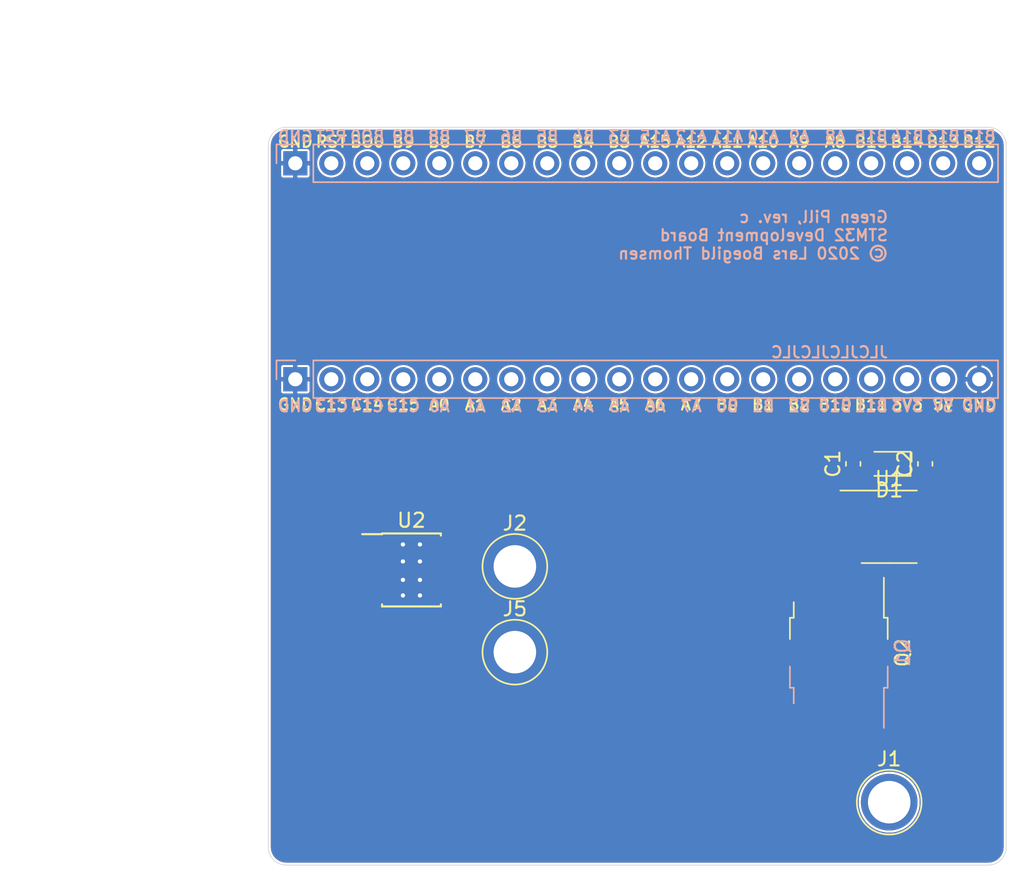
<source format=kicad_pcb>
(kicad_pcb (version 20171130) (host pcbnew 5.1.8+dfsg1-1)

  (general
    (thickness 1.2)
    (drawings 93)
    (tracks 0)
    (zones 0)
    (modules 12)
    (nets 55)
  )

  (page A4)
  (title_block
    (title "Black Pill")
    (rev c)
    (company "Lars Boegild Thomsen")
    (comment 1 lbthomsen@gmail.com)
  )

  (layers
    (0 F.Cu signal)
    (31 B.Cu signal)
    (32 B.Adhes user)
    (33 F.Adhes user)
    (34 B.Paste user)
    (35 F.Paste user)
    (36 B.SilkS user)
    (37 F.SilkS user)
    (38 B.Mask user)
    (39 F.Mask user)
    (40 Dwgs.User user)
    (41 Cmts.User user)
    (42 Eco1.User user)
    (43 Eco2.User user)
    (44 Edge.Cuts user)
    (45 Margin user)
    (46 B.CrtYd user)
    (47 F.CrtYd user)
    (48 B.Fab user hide)
    (49 F.Fab user hide)
  )

  (setup
    (last_trace_width 0.1524)
    (user_trace_width 0.2286)
    (user_trace_width 0.3048)
    (user_trace_width 0.381)
    (trace_clearance 0.1524)
    (zone_clearance 0.1524)
    (zone_45_only no)
    (trace_min 0.1524)
    (via_size 0.7)
    (via_drill 0.35)
    (via_min_size 0.4)
    (via_min_drill 0.3)
    (uvia_size 0.3)
    (uvia_drill 0.1)
    (uvias_allowed no)
    (uvia_min_size 0.2)
    (uvia_min_drill 0.1)
    (edge_width 0.05)
    (segment_width 0.2)
    (pcb_text_width 0.3)
    (pcb_text_size 1.5 1.5)
    (mod_edge_width 0.12)
    (mod_text_size 0.8 0.8)
    (mod_text_width 0.15)
    (pad_size 1.524 1.524)
    (pad_drill 0.762)
    (pad_to_mask_clearance 0.05)
    (aux_axis_origin 0 0)
    (visible_elements FFFFFF7F)
    (pcbplotparams
      (layerselection 0x010fc_ffffffff)
      (usegerberextensions false)
      (usegerberattributes true)
      (usegerberadvancedattributes true)
      (creategerberjobfile true)
      (excludeedgelayer true)
      (linewidth 0.100000)
      (plotframeref false)
      (viasonmask false)
      (mode 1)
      (useauxorigin false)
      (hpglpennumber 1)
      (hpglpenspeed 20)
      (hpglpendiameter 15.000000)
      (psnegative false)
      (psa4output false)
      (plotreference true)
      (plotvalue true)
      (plotinvisibletext false)
      (padsonsilk false)
      (subtractmaskfromsilk false)
      (outputformat 1)
      (mirror false)
      (drillshape 0)
      (scaleselection 1)
      (outputdirectory "gp_c/"))
  )

  (net 0 "")
  (net 1 GND)
  (net 2 +3V3)
  (net 3 C15)
  (net 4 C14)
  (net 5 C13)
  (net 6 B9)
  (net 7 B8)
  (net 8 B0)
  (net 9 B7)
  (net 10 B6)
  (net 11 B5)
  (net 12 B3)
  (net 13 A15)
  (net 14 A12)
  (net 15 A11)
  (net 16 A10)
  (net 17 A9)
  (net 18 A8)
  (net 19 B15)
  (net 20 B14)
  (net 21 B13)
  (net 22 B12)
  (net 23 B11)
  (net 24 B10)
  (net 25 B1)
  (net 26 A7)
  (net 27 A6)
  (net 28 A5)
  (net 29 A4)
  (net 30 A3)
  (net 31 A2)
  (net 32 A1)
  (net 33 A0)
  (net 34 BO0)
  (net 35 B4)
  (net 36 RST)
  (net 37 +5V)
  (net 38 B2)
  (net 39 DAH)
  (net 40 DAL)
  (net 41 CAL)
  (net 42 CAH)
  (net 43 A)
  (net 44 VDC)
  (net 45 +BATT)
  (net 46 "Net-(U2-Pad9)")
  (net 47 "Net-(U2-Pad8)")
  (net 48 "Net-(U2-Pad7)")
  (net 49 "Net-(U2-Pad6)")
  (net 50 "Net-(U2-Pad5)")
  (net 51 "Net-(U2-Pad4)")
  (net 52 "Net-(U2-Pad3)")
  (net 53 "Net-(U2-Pad2)")
  (net 54 "Net-(U2-Pad1)")

  (net_class Default "This is the default net class."
    (clearance 0.1524)
    (trace_width 0.1524)
    (via_dia 0.7)
    (via_drill 0.35)
    (uvia_dia 0.3)
    (uvia_drill 0.1)
    (add_net +3V3)
    (add_net +5V)
    (add_net +BATT)
    (add_net A)
    (add_net A0)
    (add_net A1)
    (add_net A10)
    (add_net A11)
    (add_net A12)
    (add_net A15)
    (add_net A2)
    (add_net A3)
    (add_net A4)
    (add_net A5)
    (add_net A6)
    (add_net A7)
    (add_net A8)
    (add_net A9)
    (add_net B0)
    (add_net B1)
    (add_net B10)
    (add_net B11)
    (add_net B12)
    (add_net B13)
    (add_net B14)
    (add_net B15)
    (add_net B2)
    (add_net B3)
    (add_net B4)
    (add_net B5)
    (add_net B6)
    (add_net B7)
    (add_net B8)
    (add_net B9)
    (add_net BO0)
    (add_net C13)
    (add_net C14)
    (add_net C15)
    (add_net CAH)
    (add_net CAL)
    (add_net DAH)
    (add_net DAL)
    (add_net GND)
    (add_net "Net-(U2-Pad1)")
    (add_net "Net-(U2-Pad2)")
    (add_net "Net-(U2-Pad3)")
    (add_net "Net-(U2-Pad4)")
    (add_net "Net-(U2-Pad5)")
    (add_net "Net-(U2-Pad6)")
    (add_net "Net-(U2-Pad7)")
    (add_net "Net-(U2-Pad8)")
    (add_net "Net-(U2-Pad9)")
    (add_net RST)
    (add_net VDC)
  )

  (module Package_SO:TI_SO-PowerPAD-8_ThermalVias (layer F.Cu) (tedit 5A02F2D3) (tstamp 5FCC49FD)
    (at 161.864 122.678)
    (descr "8-pin HTSOP package with 1.27mm pin pitch, compatible with SOIC-8, 3.9x4.9mm² body, exposed pad, thermal vias with large copper area, as proposed in http://www.ti.com/lit/ds/symlink/tps5430.pdf")
    (tags "HTSOP 1.27")
    (path /5FCD5044)
    (attr smd)
    (fp_text reference U2 (at 0 -3.5) (layer F.SilkS)
      (effects (font (size 1 1) (thickness 0.15)))
    )
    (fp_text value TPS5430DDA (at 0 3.5) (layer F.Fab)
      (effects (font (size 1 1) (thickness 0.15)))
    )
    (fp_text user %R (at 0 0) (layer F.Fab)
      (effects (font (size 0.9 0.9) (thickness 0.135)))
    )
    (fp_line (start -0.95 -2.45) (end 1.95 -2.45) (layer F.Fab) (width 0.15))
    (fp_line (start 1.95 -2.45) (end 1.95 2.45) (layer F.Fab) (width 0.15))
    (fp_line (start 1.95 2.45) (end -1.95 2.45) (layer F.Fab) (width 0.15))
    (fp_line (start -1.95 2.45) (end -1.95 -1.45) (layer F.Fab) (width 0.15))
    (fp_line (start -1.95 -1.45) (end -0.95 -2.45) (layer F.Fab) (width 0.15))
    (fp_line (start -3.75 -2.75) (end -3.75 2.75) (layer F.CrtYd) (width 0.05))
    (fp_line (start 3.75 -2.75) (end 3.75 2.75) (layer F.CrtYd) (width 0.05))
    (fp_line (start -3.75 -2.75) (end 3.75 -2.75) (layer F.CrtYd) (width 0.05))
    (fp_line (start -3.75 2.75) (end 3.75 2.75) (layer F.CrtYd) (width 0.05))
    (fp_line (start -2.075 -2.575) (end -2.075 -2.525) (layer F.SilkS) (width 0.15))
    (fp_line (start 2.075 -2.575) (end 2.075 -2.43) (layer F.SilkS) (width 0.15))
    (fp_line (start 2.075 2.575) (end 2.075 2.43) (layer F.SilkS) (width 0.15))
    (fp_line (start -2.075 2.575) (end -2.075 2.43) (layer F.SilkS) (width 0.15))
    (fp_line (start -2.075 -2.575) (end 2.075 -2.575) (layer F.SilkS) (width 0.15))
    (fp_line (start -2.075 2.575) (end 2.075 2.575) (layer F.SilkS) (width 0.15))
    (fp_line (start -2.075 -2.525) (end -3.475 -2.525) (layer F.SilkS) (width 0.15))
    (pad 9 thru_hole circle (at 0.6 1.8) (size 0.6 0.6) (drill 0.3) (layers *.Cu)
      (net 46 "Net-(U2-Pad9)"))
    (pad 9 thru_hole circle (at 0.6 0.7) (size 0.6 0.6) (drill 0.3) (layers *.Cu)
      (net 46 "Net-(U2-Pad9)"))
    (pad 9 thru_hole circle (at -0.6 0.7) (size 0.6 0.6) (drill 0.3) (layers *.Cu)
      (net 46 "Net-(U2-Pad9)"))
    (pad 9 thru_hole circle (at -0.6 1.8) (size 0.6 0.6) (drill 0.3) (layers *.Cu)
      (net 46 "Net-(U2-Pad9)"))
    (pad 9 thru_hole circle (at 0.6 -1.8) (size 0.6 0.6) (drill 0.3) (layers *.Cu)
      (net 46 "Net-(U2-Pad9)"))
    (pad 9 thru_hole circle (at 0.6 -0.6) (size 0.6 0.6) (drill 0.3) (layers *.Cu)
      (net 46 "Net-(U2-Pad9)"))
    (pad 9 thru_hole circle (at -0.6 -0.6) (size 0.6 0.6) (drill 0.3) (layers *.Cu)
      (net 46 "Net-(U2-Pad9)"))
    (pad 9 thru_hole circle (at -0.6 -1.8) (size 0.6 0.6) (drill 0.3) (layers *.Cu)
      (net 46 "Net-(U2-Pad9)"))
    (pad 9 smd rect (at 0 0) (size 2.95 4.5) (layers B.Cu)
      (net 46 "Net-(U2-Pad9)"))
    (pad 8 smd rect (at 2.7 -1.905) (size 1.55 0.6) (layers F.Cu F.Paste F.Mask)
      (net 47 "Net-(U2-Pad8)"))
    (pad 7 smd rect (at 2.7 -0.635) (size 1.55 0.6) (layers F.Cu F.Paste F.Mask)
      (net 48 "Net-(U2-Pad7)"))
    (pad 6 smd rect (at 2.7 0.635) (size 1.55 0.6) (layers F.Cu F.Paste F.Mask)
      (net 49 "Net-(U2-Pad6)"))
    (pad 5 smd rect (at 2.7 1.905) (size 1.55 0.6) (layers F.Cu F.Paste F.Mask)
      (net 50 "Net-(U2-Pad5)"))
    (pad 4 smd rect (at -2.7 1.905) (size 1.55 0.6) (layers F.Cu F.Paste F.Mask)
      (net 51 "Net-(U2-Pad4)"))
    (pad 3 smd rect (at -2.7 0.635) (size 1.55 0.6) (layers F.Cu F.Paste F.Mask)
      (net 52 "Net-(U2-Pad3)"))
    (pad 2 smd rect (at -2.7 -0.635) (size 1.55 0.6) (layers F.Cu F.Paste F.Mask)
      (net 53 "Net-(U2-Pad2)"))
    (pad 1 smd rect (at -2.7 -1.905) (size 1.55 0.6) (layers F.Cu F.Paste F.Mask)
      (net 54 "Net-(U2-Pad1)"))
    (pad 9 smd rect (at 0 0) (size 2.95 4.5) (layers F.Cu)
      (net 46 "Net-(U2-Pad9)"))
    (pad 9 smd rect (at 0 0) (size 2.6 3.1) (layers F.Cu F.Paste F.Mask)
      (net 46 "Net-(U2-Pad9)"))
    (model ${KISYS3DMOD}/Package_SO.3dshapes/HTSOP-8-1EP_3.9x4.9mm_Pitch1.27mm.wrl
      (at (xyz 0 0 0))
      (scale (xyz 1 1 1))
      (rotate (xyz 0 0 0))
    )
  )

  (module TestPoint:TestPoint_Plated_Hole_D3.0mm (layer F.Cu) (tedit 5A0F774F) (tstamp 5FCC4917)
    (at 169.164 128.478)
    (descr "Plated Hole as test Point, diameter 3.0mm")
    (tags "test point plated hole")
    (path /5FCCAA10)
    (attr virtual)
    (fp_text reference J5 (at 0 -3.048) (layer F.SilkS)
      (effects (font (size 1 1) (thickness 0.15)))
    )
    (fp_text value ~ (at 0 3) (layer F.Fab)
      (effects (font (size 1 1) (thickness 0.15)))
    )
    (fp_text user %R (at 0 -3.05) (layer F.Fab)
      (effects (font (size 1 1) (thickness 0.15)))
    )
    (fp_circle (center 0 0) (end 2.5 0) (layer F.CrtYd) (width 0.05))
    (fp_circle (center 0 0) (end 0 -2.286) (layer F.SilkS) (width 0.12))
    (pad 1 thru_hole circle (at 0 0) (size 4 4) (drill 3) (layers *.Cu *.Mask)
      (net 1 GND))
  )

  (module TestPoint:TestPoint_Plated_Hole_D3.0mm (layer F.Cu) (tedit 5A0F774F) (tstamp 5FCC4873)
    (at 169.164 122.428)
    (descr "Plated Hole as test Point, diameter 3.0mm")
    (tags "test point plated hole")
    (path /5FCC9832)
    (attr virtual)
    (fp_text reference J2 (at 0 -3.048) (layer F.SilkS)
      (effects (font (size 1 1) (thickness 0.15)))
    )
    (fp_text value ~ (at 0 3) (layer F.Fab)
      (effects (font (size 1 1) (thickness 0.15)))
    )
    (fp_text user %R (at 0 -3.05) (layer F.Fab)
      (effects (font (size 1 1) (thickness 0.15)))
    )
    (fp_circle (center 0 0) (end 2.5 0) (layer F.CrtYd) (width 0.05))
    (fp_circle (center 0 0) (end 0 -2.286) (layer F.SilkS) (width 0.12))
    (pad 1 thru_hole circle (at 0 0) (size 4 4) (drill 3) (layers *.Cu *.Mask)
      (net 45 +BATT))
  )

  (module TestPoint:TestPoint_Plated_Hole_D3.0mm (layer F.Cu) (tedit 5A0F774F) (tstamp 5F8D0139)
    (at 195.58 139.065)
    (descr "Plated Hole as test Point, diameter 3.0mm")
    (tags "test point plated hole")
    (path /5F909814)
    (attr virtual)
    (fp_text reference J1 (at 0 -3.048) (layer F.SilkS)
      (effects (font (size 1 1) (thickness 0.15)))
    )
    (fp_text value ~ (at 0 3) (layer F.Fab)
      (effects (font (size 1 1) (thickness 0.15)))
    )
    (fp_circle (center 0 0) (end 2.5 0) (layer F.CrtYd) (width 0.05))
    (fp_circle (center 0 0) (end 0 -2.286) (layer F.SilkS) (width 0.12))
    (fp_text user %R (at 0 -3.05) (layer F.Fab)
      (effects (font (size 1 1) (thickness 0.15)))
    )
    (pad 1 thru_hole circle (at 0 0) (size 4 4) (drill 3) (layers *.Cu *.Mask)
      (net 43 A))
  )

  (module Package_TO_SOT_SMD:TO-252-2 (layer F.Cu) (tedit 5A70A390) (tstamp 5F8D023F)
    (at 192.024 128.524 270)
    (descr "TO-252 / DPAK SMD package, http://www.infineon.com/cms/en/product/packages/PG-TO252/PG-TO252-3-1/")
    (tags "DPAK TO-252 DPAK-3 TO-252-3 SOT-428")
    (path /5F907303)
    (attr smd)
    (fp_text reference Q2 (at 0 -4.5 90) (layer F.SilkS)
      (effects (font (size 1 1) (thickness 0.15)))
    )
    (fp_text value NCEP60T12AK (at 0 4.5 90) (layer F.Fab)
      (effects (font (size 1 1) (thickness 0.15)))
    )
    (fp_line (start 5.55 -3.5) (end -5.55 -3.5) (layer F.CrtYd) (width 0.05))
    (fp_line (start 5.55 3.5) (end 5.55 -3.5) (layer F.CrtYd) (width 0.05))
    (fp_line (start -5.55 3.5) (end 5.55 3.5) (layer F.CrtYd) (width 0.05))
    (fp_line (start -5.55 -3.5) (end -5.55 3.5) (layer F.CrtYd) (width 0.05))
    (fp_line (start -2.47 3.18) (end -3.57 3.18) (layer F.SilkS) (width 0.12))
    (fp_line (start -2.47 3.45) (end -2.47 3.18) (layer F.SilkS) (width 0.12))
    (fp_line (start -0.97 3.45) (end -2.47 3.45) (layer F.SilkS) (width 0.12))
    (fp_line (start -2.47 -3.18) (end -5.3 -3.18) (layer F.SilkS) (width 0.12))
    (fp_line (start -2.47 -3.45) (end -2.47 -3.18) (layer F.SilkS) (width 0.12))
    (fp_line (start -0.97 -3.45) (end -2.47 -3.45) (layer F.SilkS) (width 0.12))
    (fp_line (start -4.97 2.655) (end -2.27 2.655) (layer F.Fab) (width 0.1))
    (fp_line (start -4.97 1.905) (end -4.97 2.655) (layer F.Fab) (width 0.1))
    (fp_line (start -2.27 1.905) (end -4.97 1.905) (layer F.Fab) (width 0.1))
    (fp_line (start -4.97 -1.905) (end -2.27 -1.905) (layer F.Fab) (width 0.1))
    (fp_line (start -4.97 -2.655) (end -4.97 -1.905) (layer F.Fab) (width 0.1))
    (fp_line (start -1.865 -2.655) (end -4.97 -2.655) (layer F.Fab) (width 0.1))
    (fp_line (start -1.27 -3.25) (end 3.95 -3.25) (layer F.Fab) (width 0.1))
    (fp_line (start -2.27 -2.25) (end -1.27 -3.25) (layer F.Fab) (width 0.1))
    (fp_line (start -2.27 3.25) (end -2.27 -2.25) (layer F.Fab) (width 0.1))
    (fp_line (start 3.95 3.25) (end -2.27 3.25) (layer F.Fab) (width 0.1))
    (fp_line (start 3.95 -3.25) (end 3.95 3.25) (layer F.Fab) (width 0.1))
    (fp_line (start 4.95 2.7) (end 3.95 2.7) (layer F.Fab) (width 0.1))
    (fp_line (start 4.95 -2.7) (end 4.95 2.7) (layer F.Fab) (width 0.1))
    (fp_line (start 3.95 -2.7) (end 4.95 -2.7) (layer F.Fab) (width 0.1))
    (fp_text user %R (at 0 0 90) (layer F.Fab)
      (effects (font (size 1 1) (thickness 0.15)))
    )
    (pad "" smd rect (at 0.425 1.525 270) (size 3.05 2.75) (layers F.Paste))
    (pad "" smd rect (at 3.775 -1.525 270) (size 3.05 2.75) (layers F.Paste))
    (pad "" smd rect (at 0.425 -1.525 270) (size 3.05 2.75) (layers F.Paste))
    (pad "" smd rect (at 3.775 1.525 270) (size 3.05 2.75) (layers F.Paste))
    (pad 2 smd rect (at 2.1 0 270) (size 6.4 5.8) (layers F.Cu F.Mask)
      (net 43 A))
    (pad 3 smd rect (at -4.2 2.28 270) (size 2.2 1.2) (layers F.Cu F.Paste F.Mask)
      (net 1 GND))
    (pad 1 smd rect (at -4.2 -2.28 270) (size 2.2 1.2) (layers F.Cu F.Paste F.Mask)
      (net 40 DAL))
    (model ${KISYS3DMOD}/Package_TO_SOT_SMD.3dshapes/TO-252-2.wrl
      (at (xyz 0 0 0))
      (scale (xyz 1 1 1))
      (rotate (xyz 0 0 0))
    )
  )

  (module Package_TO_SOT_SMD:TO-252-2 (layer B.Cu) (tedit 5A70A390) (tstamp 5F8CFD4B)
    (at 192.024 128.524 90)
    (descr "TO-252 / DPAK SMD package, http://www.infineon.com/cms/en/product/packages/PG-TO252/PG-TO252-3-1/")
    (tags "DPAK TO-252 DPAK-3 TO-252-3 SOT-428")
    (path /5F903F71)
    (attr smd)
    (fp_text reference Q1 (at 0 4.5 90) (layer B.SilkS)
      (effects (font (size 1 1) (thickness 0.15)) (justify mirror))
    )
    (fp_text value NCEP60T12AK (at 0 -4.5 90) (layer B.Fab)
      (effects (font (size 1 1) (thickness 0.15)) (justify mirror))
    )
    (fp_line (start 5.55 3.5) (end -5.55 3.5) (layer B.CrtYd) (width 0.05))
    (fp_line (start 5.55 -3.5) (end 5.55 3.5) (layer B.CrtYd) (width 0.05))
    (fp_line (start -5.55 -3.5) (end 5.55 -3.5) (layer B.CrtYd) (width 0.05))
    (fp_line (start -5.55 3.5) (end -5.55 -3.5) (layer B.CrtYd) (width 0.05))
    (fp_line (start -2.47 -3.18) (end -3.57 -3.18) (layer B.SilkS) (width 0.12))
    (fp_line (start -2.47 -3.45) (end -2.47 -3.18) (layer B.SilkS) (width 0.12))
    (fp_line (start -0.97 -3.45) (end -2.47 -3.45) (layer B.SilkS) (width 0.12))
    (fp_line (start -2.47 3.18) (end -5.3 3.18) (layer B.SilkS) (width 0.12))
    (fp_line (start -2.47 3.45) (end -2.47 3.18) (layer B.SilkS) (width 0.12))
    (fp_line (start -0.97 3.45) (end -2.47 3.45) (layer B.SilkS) (width 0.12))
    (fp_line (start -4.97 -2.655) (end -2.27 -2.655) (layer B.Fab) (width 0.1))
    (fp_line (start -4.97 -1.905) (end -4.97 -2.655) (layer B.Fab) (width 0.1))
    (fp_line (start -2.27 -1.905) (end -4.97 -1.905) (layer B.Fab) (width 0.1))
    (fp_line (start -4.97 1.905) (end -2.27 1.905) (layer B.Fab) (width 0.1))
    (fp_line (start -4.97 2.655) (end -4.97 1.905) (layer B.Fab) (width 0.1))
    (fp_line (start -1.865 2.655) (end -4.97 2.655) (layer B.Fab) (width 0.1))
    (fp_line (start -1.27 3.25) (end 3.95 3.25) (layer B.Fab) (width 0.1))
    (fp_line (start -2.27 2.25) (end -1.27 3.25) (layer B.Fab) (width 0.1))
    (fp_line (start -2.27 -3.25) (end -2.27 2.25) (layer B.Fab) (width 0.1))
    (fp_line (start 3.95 -3.25) (end -2.27 -3.25) (layer B.Fab) (width 0.1))
    (fp_line (start 3.95 3.25) (end 3.95 -3.25) (layer B.Fab) (width 0.1))
    (fp_line (start 4.95 -2.7) (end 3.95 -2.7) (layer B.Fab) (width 0.1))
    (fp_line (start 4.95 2.7) (end 4.95 -2.7) (layer B.Fab) (width 0.1))
    (fp_line (start 3.95 2.7) (end 4.95 2.7) (layer B.Fab) (width 0.1))
    (fp_text user %R (at 0 0 90) (layer B.Fab)
      (effects (font (size 1 1) (thickness 0.15)) (justify mirror))
    )
    (pad "" smd rect (at 0.425 -1.525 90) (size 3.05 2.75) (layers B.Paste))
    (pad "" smd rect (at 3.775 1.525 90) (size 3.05 2.75) (layers B.Paste))
    (pad "" smd rect (at 0.425 1.525 90) (size 3.05 2.75) (layers B.Paste))
    (pad "" smd rect (at 3.775 -1.525 90) (size 3.05 2.75) (layers B.Paste))
    (pad 2 smd rect (at 2.1 0 90) (size 6.4 5.8) (layers B.Cu B.Mask)
      (net 44 VDC))
    (pad 3 smd rect (at -4.2 -2.28 90) (size 2.2 1.2) (layers B.Cu B.Paste B.Mask)
      (net 43 A))
    (pad 1 smd rect (at -4.2 2.28 90) (size 2.2 1.2) (layers B.Cu B.Paste B.Mask)
      (net 39 DAH))
    (model ${KISYS3DMOD}/Package_TO_SOT_SMD.3dshapes/TO-252-2.wrl
      (at (xyz 0 0 0))
      (scale (xyz 1 1 1))
      (rotate (xyz 0 0 0))
    )
  )

  (module Package_SO:SOIC-8_3.9x4.9mm_P1.27mm (layer F.Cu) (tedit 5D9F72B1) (tstamp 5F8CF00F)
    (at 195.58 119.634)
    (descr "SOIC, 8 Pin (JEDEC MS-012AA, https://www.analog.com/media/en/package-pcb-resources/package/pkg_pdf/soic_narrow-r/r_8.pdf), generated with kicad-footprint-generator ipc_gullwing_generator.py")
    (tags "SOIC SO")
    (path /5F8D29C9)
    (attr smd)
    (fp_text reference U1 (at 0 -3.4) (layer F.SilkS)
      (effects (font (size 1 1) (thickness 0.15)))
    )
    (fp_text value IR2101 (at 0 3.4) (layer F.Fab)
      (effects (font (size 1 1) (thickness 0.15)))
    )
    (fp_line (start 3.7 -2.7) (end -3.7 -2.7) (layer F.CrtYd) (width 0.05))
    (fp_line (start 3.7 2.7) (end 3.7 -2.7) (layer F.CrtYd) (width 0.05))
    (fp_line (start -3.7 2.7) (end 3.7 2.7) (layer F.CrtYd) (width 0.05))
    (fp_line (start -3.7 -2.7) (end -3.7 2.7) (layer F.CrtYd) (width 0.05))
    (fp_line (start -1.95 -1.475) (end -0.975 -2.45) (layer F.Fab) (width 0.1))
    (fp_line (start -1.95 2.45) (end -1.95 -1.475) (layer F.Fab) (width 0.1))
    (fp_line (start 1.95 2.45) (end -1.95 2.45) (layer F.Fab) (width 0.1))
    (fp_line (start 1.95 -2.45) (end 1.95 2.45) (layer F.Fab) (width 0.1))
    (fp_line (start -0.975 -2.45) (end 1.95 -2.45) (layer F.Fab) (width 0.1))
    (fp_line (start 0 -2.56) (end -3.45 -2.56) (layer F.SilkS) (width 0.12))
    (fp_line (start 0 -2.56) (end 1.95 -2.56) (layer F.SilkS) (width 0.12))
    (fp_line (start 0 2.56) (end -1.95 2.56) (layer F.SilkS) (width 0.12))
    (fp_line (start 0 2.56) (end 1.95 2.56) (layer F.SilkS) (width 0.12))
    (fp_text user %R (at 0 0) (layer F.Fab)
      (effects (font (size 0.98 0.98) (thickness 0.15)))
    )
    (pad 8 smd roundrect (at 2.475 -1.905) (size 1.95 0.6) (layers F.Cu F.Paste F.Mask) (roundrect_rratio 0.25)
      (net 44 VDC))
    (pad 7 smd roundrect (at 2.475 -0.635) (size 1.95 0.6) (layers F.Cu F.Paste F.Mask) (roundrect_rratio 0.25)
      (net 39 DAH))
    (pad 6 smd roundrect (at 2.475 0.635) (size 1.95 0.6) (layers F.Cu F.Paste F.Mask) (roundrect_rratio 0.25)
      (net 1 GND))
    (pad 5 smd roundrect (at 2.475 1.905) (size 1.95 0.6) (layers F.Cu F.Paste F.Mask) (roundrect_rratio 0.25)
      (net 40 DAL))
    (pad 4 smd roundrect (at -2.475 1.905) (size 1.95 0.6) (layers F.Cu F.Paste F.Mask) (roundrect_rratio 0.25)
      (net 1 GND))
    (pad 3 smd roundrect (at -2.475 0.635) (size 1.95 0.6) (layers F.Cu F.Paste F.Mask) (roundrect_rratio 0.25)
      (net 41 CAL))
    (pad 2 smd roundrect (at -2.475 -0.635) (size 1.95 0.6) (layers F.Cu F.Paste F.Mask) (roundrect_rratio 0.25)
      (net 42 CAH))
    (pad 1 smd roundrect (at -2.475 -1.905) (size 1.95 0.6) (layers F.Cu F.Paste F.Mask) (roundrect_rratio 0.25)
      (net 2 +3V3))
    (model ${KISYS3DMOD}/Package_SO.3dshapes/SOIC-8_3.9x4.9mm_P1.27mm.wrl
      (at (xyz 0 0 0))
      (scale (xyz 1 1 1))
      (rotate (xyz 0 0 0))
    )
  )

  (module Diode_SMD:D_SOD-323 (layer F.Cu) (tedit 58641739) (tstamp 5F8CE90B)
    (at 195.58 115.189 180)
    (descr SOD-323)
    (tags SOD-323)
    (path /5F8D6846)
    (attr smd)
    (fp_text reference D1 (at 0 -1.85) (layer F.SilkS)
      (effects (font (size 1 1) (thickness 0.15)))
    )
    (fp_text value ~ (at 0.1 1.9) (layer F.Fab)
      (effects (font (size 1 1) (thickness 0.15)))
    )
    (fp_line (start -1.5 -0.85) (end 1.05 -0.85) (layer F.SilkS) (width 0.12))
    (fp_line (start -1.5 0.85) (end 1.05 0.85) (layer F.SilkS) (width 0.12))
    (fp_line (start -1.6 -0.95) (end -1.6 0.95) (layer F.CrtYd) (width 0.05))
    (fp_line (start -1.6 0.95) (end 1.6 0.95) (layer F.CrtYd) (width 0.05))
    (fp_line (start 1.6 -0.95) (end 1.6 0.95) (layer F.CrtYd) (width 0.05))
    (fp_line (start -1.6 -0.95) (end 1.6 -0.95) (layer F.CrtYd) (width 0.05))
    (fp_line (start -0.9 -0.7) (end 0.9 -0.7) (layer F.Fab) (width 0.1))
    (fp_line (start 0.9 -0.7) (end 0.9 0.7) (layer F.Fab) (width 0.1))
    (fp_line (start 0.9 0.7) (end -0.9 0.7) (layer F.Fab) (width 0.1))
    (fp_line (start -0.9 0.7) (end -0.9 -0.7) (layer F.Fab) (width 0.1))
    (fp_line (start -0.3 -0.35) (end -0.3 0.35) (layer F.Fab) (width 0.1))
    (fp_line (start -0.3 0) (end -0.5 0) (layer F.Fab) (width 0.1))
    (fp_line (start -0.3 0) (end 0.2 -0.35) (layer F.Fab) (width 0.1))
    (fp_line (start 0.2 -0.35) (end 0.2 0.35) (layer F.Fab) (width 0.1))
    (fp_line (start 0.2 0.35) (end -0.3 0) (layer F.Fab) (width 0.1))
    (fp_line (start 0.2 0) (end 0.45 0) (layer F.Fab) (width 0.1))
    (fp_line (start -1.5 -0.85) (end -1.5 0.85) (layer F.SilkS) (width 0.12))
    (fp_text user %R (at 0 -1.85) (layer F.Fab)
      (effects (font (size 1 1) (thickness 0.15)))
    )
    (pad 2 smd rect (at 1.05 0 180) (size 0.6 0.45) (layers F.Cu F.Paste F.Mask)
      (net 2 +3V3))
    (pad 1 smd rect (at -1.05 0 180) (size 0.6 0.45) (layers F.Cu F.Paste F.Mask)
      (net 44 VDC))
    (model ${KISYS3DMOD}/Diode_SMD.3dshapes/D_SOD-323.wrl
      (at (xyz 0 0 0))
      (scale (xyz 1 1 1))
      (rotate (xyz 0 0 0))
    )
  )

  (module Capacitor_SMD:C_0603_1608Metric (layer F.Cu) (tedit 5F68FEEE) (tstamp 5F8CE8F3)
    (at 198.12 115.189 90)
    (descr "Capacitor SMD 0603 (1608 Metric), square (rectangular) end terminal, IPC_7351 nominal, (Body size source: IPC-SM-782 page 76, https://www.pcb-3d.com/wordpress/wp-content/uploads/ipc-sm-782a_amendment_1_and_2.pdf), generated with kicad-footprint-generator")
    (tags capacitor)
    (path /5F8F1E6A)
    (attr smd)
    (fp_text reference C2 (at 0 -1.43 90) (layer F.SilkS)
      (effects (font (size 1 1) (thickness 0.15)))
    )
    (fp_text value C (at 0 1.43 90) (layer F.Fab)
      (effects (font (size 1 1) (thickness 0.15)))
    )
    (fp_line (start 1.48 0.73) (end -1.48 0.73) (layer F.CrtYd) (width 0.05))
    (fp_line (start 1.48 -0.73) (end 1.48 0.73) (layer F.CrtYd) (width 0.05))
    (fp_line (start -1.48 -0.73) (end 1.48 -0.73) (layer F.CrtYd) (width 0.05))
    (fp_line (start -1.48 0.73) (end -1.48 -0.73) (layer F.CrtYd) (width 0.05))
    (fp_line (start -0.14058 0.51) (end 0.14058 0.51) (layer F.SilkS) (width 0.12))
    (fp_line (start -0.14058 -0.51) (end 0.14058 -0.51) (layer F.SilkS) (width 0.12))
    (fp_line (start 0.8 0.4) (end -0.8 0.4) (layer F.Fab) (width 0.1))
    (fp_line (start 0.8 -0.4) (end 0.8 0.4) (layer F.Fab) (width 0.1))
    (fp_line (start -0.8 -0.4) (end 0.8 -0.4) (layer F.Fab) (width 0.1))
    (fp_line (start -0.8 0.4) (end -0.8 -0.4) (layer F.Fab) (width 0.1))
    (fp_text user %R (at 0 0 90) (layer F.Fab)
      (effects (font (size 0.4 0.4) (thickness 0.06)))
    )
    (pad 2 smd roundrect (at 0.775 0 90) (size 0.9 0.95) (layers F.Cu F.Paste F.Mask) (roundrect_rratio 0.25)
      (net 1 GND))
    (pad 1 smd roundrect (at -0.775 0 90) (size 0.9 0.95) (layers F.Cu F.Paste F.Mask) (roundrect_rratio 0.25)
      (net 44 VDC))
    (model ${KISYS3DMOD}/Capacitor_SMD.3dshapes/C_0603_1608Metric.wrl
      (at (xyz 0 0 0))
      (scale (xyz 1 1 1))
      (rotate (xyz 0 0 0))
    )
  )

  (module Capacitor_SMD:C_0603_1608Metric (layer F.Cu) (tedit 5F68FEEE) (tstamp 5F8CE8E2)
    (at 193.04 115.189 90)
    (descr "Capacitor SMD 0603 (1608 Metric), square (rectangular) end terminal, IPC_7351 nominal, (Body size source: IPC-SM-782 page 76, https://www.pcb-3d.com/wordpress/wp-content/uploads/ipc-sm-782a_amendment_1_and_2.pdf), generated with kicad-footprint-generator")
    (tags capacitor)
    (path /5F8D773E)
    (attr smd)
    (fp_text reference C1 (at 0 -1.43 90) (layer F.SilkS)
      (effects (font (size 1 1) (thickness 0.15)))
    )
    (fp_text value C (at 0 1.43 90) (layer F.Fab)
      (effects (font (size 1 1) (thickness 0.15)))
    )
    (fp_line (start 1.48 0.73) (end -1.48 0.73) (layer F.CrtYd) (width 0.05))
    (fp_line (start 1.48 -0.73) (end 1.48 0.73) (layer F.CrtYd) (width 0.05))
    (fp_line (start -1.48 -0.73) (end 1.48 -0.73) (layer F.CrtYd) (width 0.05))
    (fp_line (start -1.48 0.73) (end -1.48 -0.73) (layer F.CrtYd) (width 0.05))
    (fp_line (start -0.14058 0.51) (end 0.14058 0.51) (layer F.SilkS) (width 0.12))
    (fp_line (start -0.14058 -0.51) (end 0.14058 -0.51) (layer F.SilkS) (width 0.12))
    (fp_line (start 0.8 0.4) (end -0.8 0.4) (layer F.Fab) (width 0.1))
    (fp_line (start 0.8 -0.4) (end 0.8 0.4) (layer F.Fab) (width 0.1))
    (fp_line (start -0.8 -0.4) (end 0.8 -0.4) (layer F.Fab) (width 0.1))
    (fp_line (start -0.8 0.4) (end -0.8 -0.4) (layer F.Fab) (width 0.1))
    (fp_text user %R (at 0 0 90) (layer F.Fab)
      (effects (font (size 0.4 0.4) (thickness 0.06)))
    )
    (pad 2 smd roundrect (at 0.775 0 90) (size 0.9 0.95) (layers F.Cu F.Paste F.Mask) (roundrect_rratio 0.25)
      (net 1 GND))
    (pad 1 smd roundrect (at -0.775 0 90) (size 0.9 0.95) (layers F.Cu F.Paste F.Mask) (roundrect_rratio 0.25)
      (net 2 +3V3))
    (model ${KISYS3DMOD}/Capacitor_SMD.3dshapes/C_0603_1608Metric.wrl
      (at (xyz 0 0 0))
      (scale (xyz 1 1 1))
      (rotate (xyz 0 0 0))
    )
  )

  (module Connector_PinHeader_2.54mm:PinHeader_1x20_P2.54mm_Vertical (layer B.Cu) (tedit 59FED5CC) (tstamp 5EF02181)
    (at 153.67 93.98 270)
    (descr "Through hole straight pin header, 1x20, 2.54mm pitch, single row")
    (tags "Through hole pin header THT 1x20 2.54mm single row")
    (path /5EF5DEF5)
    (fp_text reference J4 (at 0 2.33 270) (layer B.SilkS) hide
      (effects (font (size 0.8 0.8) (thickness 0.15)) (justify mirror))
    )
    (fp_text value ~ (at 0 -50.59 270) (layer B.Fab)
      (effects (font (size 1 1) (thickness 0.15)) (justify mirror))
    )
    (fp_line (start 1.8 1.8) (end -1.8 1.8) (layer B.CrtYd) (width 0.05))
    (fp_line (start 1.8 -50.05) (end 1.8 1.8) (layer B.CrtYd) (width 0.05))
    (fp_line (start -1.8 -50.05) (end 1.8 -50.05) (layer B.CrtYd) (width 0.05))
    (fp_line (start -1.8 1.8) (end -1.8 -50.05) (layer B.CrtYd) (width 0.05))
    (fp_line (start -1.33 1.33) (end 0 1.33) (layer B.SilkS) (width 0.12))
    (fp_line (start -1.33 0) (end -1.33 1.33) (layer B.SilkS) (width 0.12))
    (fp_line (start -1.33 -1.27) (end 1.33 -1.27) (layer B.SilkS) (width 0.12))
    (fp_line (start 1.33 -1.27) (end 1.33 -49.59) (layer B.SilkS) (width 0.12))
    (fp_line (start -1.33 -1.27) (end -1.33 -49.59) (layer B.SilkS) (width 0.12))
    (fp_line (start -1.33 -49.59) (end 1.33 -49.59) (layer B.SilkS) (width 0.12))
    (fp_line (start -1.27 0.635) (end -0.635 1.27) (layer B.Fab) (width 0.1))
    (fp_line (start -1.27 -49.53) (end -1.27 0.635) (layer B.Fab) (width 0.1))
    (fp_line (start 1.27 -49.53) (end -1.27 -49.53) (layer B.Fab) (width 0.1))
    (fp_line (start 1.27 1.27) (end 1.27 -49.53) (layer B.Fab) (width 0.1))
    (fp_line (start -0.635 1.27) (end 1.27 1.27) (layer B.Fab) (width 0.1))
    (fp_text user %R (at 0 -24.13) (layer B.Fab)
      (effects (font (size 1 1) (thickness 0.15)) (justify mirror))
    )
    (pad 20 thru_hole oval (at 0 -48.26 270) (size 1.7 1.7) (drill 1) (layers *.Cu *.Mask)
      (net 22 B12))
    (pad 19 thru_hole oval (at 0 -45.72 270) (size 1.7 1.7) (drill 1) (layers *.Cu *.Mask)
      (net 21 B13))
    (pad 18 thru_hole oval (at 0 -43.18 270) (size 1.7 1.7) (drill 1) (layers *.Cu *.Mask)
      (net 20 B14))
    (pad 17 thru_hole oval (at 0 -40.64 270) (size 1.7 1.7) (drill 1) (layers *.Cu *.Mask)
      (net 19 B15))
    (pad 16 thru_hole oval (at 0 -38.1 270) (size 1.7 1.7) (drill 1) (layers *.Cu *.Mask)
      (net 18 A8))
    (pad 15 thru_hole oval (at 0 -35.56 270) (size 1.7 1.7) (drill 1) (layers *.Cu *.Mask)
      (net 17 A9))
    (pad 14 thru_hole oval (at 0 -33.02 270) (size 1.7 1.7) (drill 1) (layers *.Cu *.Mask)
      (net 16 A10))
    (pad 13 thru_hole oval (at 0 -30.48 270) (size 1.7 1.7) (drill 1) (layers *.Cu *.Mask)
      (net 15 A11))
    (pad 12 thru_hole oval (at 0 -27.94 270) (size 1.7 1.7) (drill 1) (layers *.Cu *.Mask)
      (net 14 A12))
    (pad 11 thru_hole oval (at 0 -25.4 270) (size 1.7 1.7) (drill 1) (layers *.Cu *.Mask)
      (net 13 A15))
    (pad 10 thru_hole oval (at 0 -22.86 270) (size 1.7 1.7) (drill 1) (layers *.Cu *.Mask)
      (net 12 B3))
    (pad 9 thru_hole oval (at 0 -20.32 270) (size 1.7 1.7) (drill 1) (layers *.Cu *.Mask)
      (net 35 B4))
    (pad 8 thru_hole oval (at 0 -17.78 270) (size 1.7 1.7) (drill 1) (layers *.Cu *.Mask)
      (net 11 B5))
    (pad 7 thru_hole oval (at 0 -15.24 270) (size 1.7 1.7) (drill 1) (layers *.Cu *.Mask)
      (net 10 B6))
    (pad 6 thru_hole oval (at 0 -12.7 270) (size 1.7 1.7) (drill 1) (layers *.Cu *.Mask)
      (net 9 B7))
    (pad 5 thru_hole oval (at 0 -10.16 270) (size 1.7 1.7) (drill 1) (layers *.Cu *.Mask)
      (net 7 B8))
    (pad 4 thru_hole oval (at 0 -7.62 270) (size 1.7 1.7) (drill 1) (layers *.Cu *.Mask)
      (net 6 B9))
    (pad 3 thru_hole oval (at 0 -5.08 270) (size 1.7 1.7) (drill 1) (layers *.Cu *.Mask)
      (net 34 BO0))
    (pad 2 thru_hole oval (at 0 -2.54 270) (size 1.7 1.7) (drill 1) (layers *.Cu *.Mask)
      (net 36 RST))
    (pad 1 thru_hole rect (at 0 0 270) (size 1.7 1.7) (drill 1) (layers *.Cu *.Mask)
      (net 1 GND))
    (model ${KISYS3DMOD}/Connector_PinHeader_2.54mm.3dshapes/PinHeader_1x20_P2.54mm_Vertical.wrl
      (at (xyz 0 0 0))
      (scale (xyz 1 1 1))
      (rotate (xyz 0 0 0))
    )
  )

  (module Connector_PinHeader_2.54mm:PinHeader_1x20_P2.54mm_Vertical (layer B.Cu) (tedit 59FED5CC) (tstamp 5EF026E6)
    (at 153.67 109.22 270)
    (descr "Through hole straight pin header, 1x20, 2.54mm pitch, single row")
    (tags "Through hole pin header THT 1x20 2.54mm single row")
    (path /5EF5C946)
    (fp_text reference J3 (at 0 2.33 270) (layer B.SilkS) hide
      (effects (font (size 0.8 0.8) (thickness 0.15)) (justify mirror))
    )
    (fp_text value ~ (at 0 -50.59 270) (layer B.Fab)
      (effects (font (size 1 1) (thickness 0.15)) (justify mirror))
    )
    (fp_line (start 1.8 1.8) (end -1.8 1.8) (layer B.CrtYd) (width 0.05))
    (fp_line (start 1.8 -50.05) (end 1.8 1.8) (layer B.CrtYd) (width 0.05))
    (fp_line (start -1.8 -50.05) (end 1.8 -50.05) (layer B.CrtYd) (width 0.05))
    (fp_line (start -1.8 1.8) (end -1.8 -50.05) (layer B.CrtYd) (width 0.05))
    (fp_line (start -1.33 1.33) (end 0 1.33) (layer B.SilkS) (width 0.12))
    (fp_line (start -1.33 0) (end -1.33 1.33) (layer B.SilkS) (width 0.12))
    (fp_line (start -1.33 -1.27) (end 1.33 -1.27) (layer B.SilkS) (width 0.12))
    (fp_line (start 1.33 -1.27) (end 1.33 -49.59) (layer B.SilkS) (width 0.12))
    (fp_line (start -1.33 -1.27) (end -1.33 -49.59) (layer B.SilkS) (width 0.12))
    (fp_line (start -1.33 -49.59) (end 1.33 -49.59) (layer B.SilkS) (width 0.12))
    (fp_line (start -1.27 0.635) (end -0.635 1.27) (layer B.Fab) (width 0.1))
    (fp_line (start -1.27 -49.53) (end -1.27 0.635) (layer B.Fab) (width 0.1))
    (fp_line (start 1.27 -49.53) (end -1.27 -49.53) (layer B.Fab) (width 0.1))
    (fp_line (start 1.27 1.27) (end 1.27 -49.53) (layer B.Fab) (width 0.1))
    (fp_line (start -0.635 1.27) (end 1.27 1.27) (layer B.Fab) (width 0.1))
    (fp_text user %R (at 0 -24.13) (layer B.Fab)
      (effects (font (size 1 1) (thickness 0.15)) (justify mirror))
    )
    (pad 20 thru_hole oval (at 0 -48.26 270) (size 1.7 1.7) (drill 1) (layers *.Cu *.Mask)
      (net 1 GND))
    (pad 19 thru_hole oval (at 0 -45.72 270) (size 1.7 1.7) (drill 1) (layers *.Cu *.Mask)
      (net 37 +5V))
    (pad 18 thru_hole oval (at 0 -43.18 270) (size 1.7 1.7) (drill 1) (layers *.Cu *.Mask)
      (net 2 +3V3))
    (pad 17 thru_hole oval (at 0 -40.64 270) (size 1.7 1.7) (drill 1) (layers *.Cu *.Mask)
      (net 23 B11))
    (pad 16 thru_hole oval (at 0 -38.1 270) (size 1.7 1.7) (drill 1) (layers *.Cu *.Mask)
      (net 24 B10))
    (pad 15 thru_hole oval (at 0 -35.56 270) (size 1.7 1.7) (drill 1) (layers *.Cu *.Mask)
      (net 38 B2))
    (pad 14 thru_hole oval (at 0 -33.02 270) (size 1.7 1.7) (drill 1) (layers *.Cu *.Mask)
      (net 25 B1))
    (pad 13 thru_hole oval (at 0 -30.48 270) (size 1.7 1.7) (drill 1) (layers *.Cu *.Mask)
      (net 8 B0))
    (pad 12 thru_hole oval (at 0 -27.94 270) (size 1.7 1.7) (drill 1) (layers *.Cu *.Mask)
      (net 26 A7))
    (pad 11 thru_hole oval (at 0 -25.4 270) (size 1.7 1.7) (drill 1) (layers *.Cu *.Mask)
      (net 27 A6))
    (pad 10 thru_hole oval (at 0 -22.86 270) (size 1.7 1.7) (drill 1) (layers *.Cu *.Mask)
      (net 28 A5))
    (pad 9 thru_hole oval (at 0 -20.32 270) (size 1.7 1.7) (drill 1) (layers *.Cu *.Mask)
      (net 29 A4))
    (pad 8 thru_hole oval (at 0 -17.78 270) (size 1.7 1.7) (drill 1) (layers *.Cu *.Mask)
      (net 30 A3))
    (pad 7 thru_hole oval (at 0 -15.24 270) (size 1.7 1.7) (drill 1) (layers *.Cu *.Mask)
      (net 31 A2))
    (pad 6 thru_hole oval (at 0 -12.7 270) (size 1.7 1.7) (drill 1) (layers *.Cu *.Mask)
      (net 32 A1))
    (pad 5 thru_hole oval (at 0 -10.16 270) (size 1.7 1.7) (drill 1) (layers *.Cu *.Mask)
      (net 33 A0))
    (pad 4 thru_hole oval (at 0 -7.62 270) (size 1.7 1.7) (drill 1) (layers *.Cu *.Mask)
      (net 3 C15))
    (pad 3 thru_hole oval (at 0 -5.08 270) (size 1.7 1.7) (drill 1) (layers *.Cu *.Mask)
      (net 4 C14))
    (pad 2 thru_hole oval (at 0 -2.54 270) (size 1.7 1.7) (drill 1) (layers *.Cu *.Mask)
      (net 5 C13))
    (pad 1 thru_hole rect (at 0 0 270) (size 1.7 1.7) (drill 1) (layers *.Cu *.Mask)
      (net 1 GND))
    (model ${KISYS3DMOD}/Connector_PinHeader_2.54mm.3dshapes/PinHeader_1x20_P2.54mm_Vertical.wrl
      (at (xyz 0 0 0))
      (scale (xyz 1 1 1))
      (rotate (xyz 0 0 0))
    )
  )

  (gr_text JLCJLCJLCJLC (at 195.58 107.315) (layer B.SilkS)
    (effects (font (size 0.8 0.8) (thickness 0.15)) (justify left mirror))
  )
  (gr_text GND (at 153.67 111.125) (layer B.SilkS) (tstamp 5EF5640F)
    (effects (font (size 0.8 0.8) (thickness 0.15)) (justify mirror))
  )
  (gr_text C13 (at 156.21 111.125) (layer B.SilkS) (tstamp 5EF5640C)
    (effects (font (size 0.8 0.8) (thickness 0.15)) (justify mirror))
  )
  (gr_text C14 (at 158.75 111.125) (layer B.SilkS) (tstamp 5EF56409)
    (effects (font (size 0.8 0.8) (thickness 0.15)) (justify mirror))
  )
  (gr_text C15 (at 161.29 111.125) (layer B.SilkS) (tstamp 5EF56406)
    (effects (font (size 0.8 0.8) (thickness 0.15)) (justify mirror))
  )
  (gr_text A0 (at 163.83 111.125) (layer B.SilkS) (tstamp 5EF56403)
    (effects (font (size 0.8 0.8) (thickness 0.15)) (justify mirror))
  )
  (gr_text A1 (at 166.37 111.125) (layer B.SilkS) (tstamp 5EF56400)
    (effects (font (size 0.8 0.8) (thickness 0.15)) (justify mirror))
  )
  (gr_text A2 (at 168.91 111.125) (layer B.SilkS) (tstamp 5EF563FD)
    (effects (font (size 0.8 0.8) (thickness 0.15)) (justify mirror))
  )
  (gr_text A3 (at 171.45 111.125) (layer B.SilkS) (tstamp 5EF563FA)
    (effects (font (size 0.8 0.8) (thickness 0.15)) (justify mirror))
  )
  (gr_text A4 (at 173.99 111.125) (layer B.SilkS) (tstamp 5EF563F7)
    (effects (font (size 0.8 0.8) (thickness 0.15)) (justify mirror))
  )
  (gr_text A5 (at 176.53 111.125) (layer B.SilkS) (tstamp 5EF563F4)
    (effects (font (size 0.8 0.8) (thickness 0.15)) (justify mirror))
  )
  (gr_text A6 (at 179.07 111.125) (layer B.SilkS) (tstamp 5EF563F1)
    (effects (font (size 0.8 0.8) (thickness 0.15)) (justify mirror))
  )
  (gr_text A7 (at 181.61 111.125) (layer B.SilkS) (tstamp 5EF563EE)
    (effects (font (size 0.8 0.8) (thickness 0.15)) (justify mirror))
  )
  (gr_text B0 (at 184.15 111.125) (layer B.SilkS) (tstamp 5EF563EB)
    (effects (font (size 0.8 0.8) (thickness 0.15)) (justify mirror))
  )
  (gr_text B1 (at 186.69 111.125) (layer B.SilkS) (tstamp 5EF563E8)
    (effects (font (size 0.8 0.8) (thickness 0.15)) (justify mirror))
  )
  (gr_text B2 (at 189.23 111.125) (layer B.SilkS) (tstamp 5EF563E5)
    (effects (font (size 0.8 0.8) (thickness 0.15)) (justify mirror))
  )
  (gr_text B10 (at 191.77 111.125) (layer B.SilkS) (tstamp 5EF563E2)
    (effects (font (size 0.8 0.8) (thickness 0.15)) (justify mirror))
  )
  (gr_text B11 (at 194.31 111.125) (layer B.SilkS) (tstamp 5EF563DF)
    (effects (font (size 0.8 0.8) (thickness 0.15)) (justify mirror))
  )
  (gr_text 3V3 (at 196.85 111.125) (layer B.SilkS) (tstamp 5EF563DC)
    (effects (font (size 0.8 0.8) (thickness 0.15)) (justify mirror))
  )
  (gr_text 5V (at 199.39 111.125) (layer B.SilkS) (tstamp 5EF563DA)
    (effects (font (size 0.8 0.8) (thickness 0.15)) (justify mirror))
  )
  (gr_text GND (at 201.93 111.125) (layer B.SilkS) (tstamp 5EF563D7)
    (effects (font (size 0.8 0.8) (thickness 0.15)) (justify mirror))
  )
  (gr_text GND (at 153.67 92.075) (layer B.SilkS) (tstamp 5EF563D4)
    (effects (font (size 0.8 0.8) (thickness 0.15)) (justify mirror))
  )
  (gr_text RST (at 156.21 92.075) (layer B.SilkS) (tstamp 5EF563D1)
    (effects (font (size 0.8 0.8) (thickness 0.15)) (justify mirror))
  )
  (gr_text BO0 (at 158.75 92.075) (layer B.SilkS) (tstamp 5EF563CE)
    (effects (font (size 0.8 0.8) (thickness 0.15)) (justify mirror))
  )
  (gr_text B9 (at 161.29 92.075) (layer B.SilkS) (tstamp 5EF563CB)
    (effects (font (size 0.8 0.8) (thickness 0.15)) (justify mirror))
  )
  (gr_text B8 (at 163.83 92.075) (layer B.SilkS) (tstamp 5EF563C8)
    (effects (font (size 0.8 0.8) (thickness 0.15)) (justify mirror))
  )
  (gr_text B7 (at 166.37 92.075) (layer B.SilkS) (tstamp 5EF563C5)
    (effects (font (size 0.8 0.8) (thickness 0.15)) (justify mirror))
  )
  (gr_text B6 (at 168.91 92.075) (layer B.SilkS) (tstamp 5EF563C2)
    (effects (font (size 0.8 0.8) (thickness 0.15)) (justify mirror))
  )
  (gr_text B5 (at 171.45 92.075) (layer B.SilkS) (tstamp 5EF563BF)
    (effects (font (size 0.8 0.8) (thickness 0.15)) (justify mirror))
  )
  (gr_text B4 (at 173.99 92.075) (layer B.SilkS) (tstamp 5EF563BC)
    (effects (font (size 0.8 0.8) (thickness 0.15)) (justify mirror))
  )
  (gr_text B3 (at 176.53 92.075) (layer B.SilkS) (tstamp 5EF563B9)
    (effects (font (size 0.8 0.8) (thickness 0.15)) (justify mirror))
  )
  (gr_text A15 (at 179.07 92.075) (layer B.SilkS) (tstamp 5EF563B6)
    (effects (font (size 0.8 0.8) (thickness 0.15)) (justify mirror))
  )
  (gr_text A12 (at 181.61 92.075) (layer B.SilkS) (tstamp 5EF563B3)
    (effects (font (size 0.8 0.8) (thickness 0.15)) (justify mirror))
  )
  (gr_text A11 (at 184.15 92.075) (layer B.SilkS) (tstamp 5EF563B0)
    (effects (font (size 0.8 0.8) (thickness 0.15)) (justify mirror))
  )
  (gr_text A10 (at 186.69 92.075) (layer B.SilkS) (tstamp 5EF563AD)
    (effects (font (size 0.8 0.8) (thickness 0.15)) (justify mirror))
  )
  (gr_text A9 (at 189.23 92.075) (layer B.SilkS) (tstamp 5EF563AA)
    (effects (font (size 0.8 0.8) (thickness 0.15)) (justify mirror))
  )
  (gr_text A8 (at 191.77 92.075) (layer B.SilkS) (tstamp 5EF563A7)
    (effects (font (size 0.8 0.8) (thickness 0.15)) (justify mirror))
  )
  (gr_text B15 (at 194.31 92.075) (layer B.SilkS) (tstamp 5EF561DC)
    (effects (font (size 0.8 0.8) (thickness 0.15)) (justify mirror))
  )
  (gr_text B14 (at 196.85 92.075) (layer B.SilkS) (tstamp 5EF561D9)
    (effects (font (size 0.8 0.8) (thickness 0.15)) (justify mirror))
  )
  (gr_text B13 (at 199.39 92.075) (layer B.SilkS) (tstamp 5EF561D6)
    (effects (font (size 0.8 0.8) (thickness 0.15)) (justify mirror))
  )
  (gr_text B12 (at 201.93 92.075) (layer B.SilkS)
    (effects (font (size 0.8 0.8) (thickness 0.15)) (justify mirror))
  )
  (gr_text "Green Pill, rev. c\nSTM32 Development Board\n© 2020 Lars Boegild Thomsen" (at 195.58 99.06) (layer B.SilkS) (tstamp 5F7E7D6E)
    (effects (font (size 0.8 0.8) (thickness 0.15)) (justify left mirror))
  )
  (gr_text GND (at 153.67 92.456) (layer F.SilkS) (tstamp 5EF561CF)
    (effects (font (size 0.8 0.8) (thickness 0.15)))
  )
  (gr_text RST (at 156.21 92.456) (layer F.SilkS) (tstamp 5EF561CC)
    (effects (font (size 0.8 0.8) (thickness 0.15)))
  )
  (gr_text BO0 (at 158.75 92.456) (layer F.SilkS) (tstamp 5EF561C9)
    (effects (font (size 0.8 0.8) (thickness 0.15)))
  )
  (gr_text GND (at 201.93 110.998) (layer F.SilkS) (tstamp 5EF4B8E1)
    (effects (font (size 0.8 0.8) (thickness 0.15)))
  )
  (gr_text 5V (at 199.39 110.998) (layer F.SilkS) (tstamp 5EF4B8DE)
    (effects (font (size 0.8 0.8) (thickness 0.15)))
  )
  (gr_text 3V3 (at 196.85 110.998) (layer F.SilkS) (tstamp 5EF4B8DB)
    (effects (font (size 0.8 0.8) (thickness 0.15)))
  )
  (gr_text B11 (at 194.31 110.998) (layer F.SilkS) (tstamp 5EF4B8D2)
    (effects (font (size 0.8 0.8) (thickness 0.15)))
  )
  (gr_text B10 (at 191.77 110.998) (layer F.SilkS) (tstamp 5EF4B8CF)
    (effects (font (size 0.8 0.8) (thickness 0.15)))
  )
  (gr_text B2 (at 189.23 110.998) (layer F.SilkS) (tstamp 5EF4B8CC)
    (effects (font (size 0.8 0.8) (thickness 0.15)))
  )
  (gr_text B1 (at 186.69 110.998) (layer F.SilkS) (tstamp 5EF4B8C9)
    (effects (font (size 0.8 0.8) (thickness 0.15)))
  )
  (gr_text B0 (at 184.15 110.998) (layer F.SilkS) (tstamp 5EF4B8C6)
    (effects (font (size 0.8 0.8) (thickness 0.15)))
  )
  (gr_text A7 (at 181.61 110.998) (layer F.SilkS) (tstamp 5EF4B8C3)
    (effects (font (size 0.8 0.8) (thickness 0.15)))
  )
  (gr_text A6 (at 179.07 110.998) (layer F.SilkS) (tstamp 5EF4B8C0)
    (effects (font (size 0.8 0.8) (thickness 0.15)))
  )
  (gr_text A5 (at 176.53 110.998) (layer F.SilkS) (tstamp 5EF4B8BD)
    (effects (font (size 0.8 0.8) (thickness 0.15)))
  )
  (gr_text A4 (at 173.99 110.998) (layer F.SilkS) (tstamp 5EF4B8BA)
    (effects (font (size 0.8 0.8) (thickness 0.15)))
  )
  (gr_text A3 (at 171.45 110.998) (layer F.SilkS) (tstamp 5EF4B8B7)
    (effects (font (size 0.8 0.8) (thickness 0.15)))
  )
  (gr_text A2 (at 168.91 110.998) (layer F.SilkS) (tstamp 5EF4B8B1)
    (effects (font (size 0.8 0.8) (thickness 0.15)))
  )
  (gr_text A1 (at 166.37 110.998) (layer F.SilkS) (tstamp 5EF4B8AE)
    (effects (font (size 0.8 0.8) (thickness 0.15)))
  )
  (gr_text A0 (at 163.83 110.998) (layer F.SilkS) (tstamp 5EF4B8AB)
    (effects (font (size 0.8 0.8) (thickness 0.15)))
  )
  (gr_text C15 (at 161.29 110.998) (layer F.SilkS) (tstamp 5EF4B8A8)
    (effects (font (size 0.8 0.8) (thickness 0.15)))
  )
  (gr_text C14 (at 158.75 110.998) (layer F.SilkS) (tstamp 5EF4B8A5)
    (effects (font (size 0.8 0.8) (thickness 0.15)))
  )
  (gr_text C13 (at 156.21 110.998) (layer F.SilkS) (tstamp 5EF4B8A2)
    (effects (font (size 0.8 0.8) (thickness 0.15)))
  )
  (gr_text GND (at 153.67 110.998) (layer F.SilkS) (tstamp 5EF4AD25)
    (effects (font (size 0.8 0.8) (thickness 0.15)))
  )
  (gr_text B9 (at 161.29 92.456) (layer F.SilkS) (tstamp 5EF4AD22)
    (effects (font (size 0.8 0.8) (thickness 0.15)))
  )
  (gr_text B8 (at 163.83 92.456) (layer F.SilkS) (tstamp 5EF4AD1F)
    (effects (font (size 0.8 0.8) (thickness 0.15)))
  )
  (gr_text B7 (at 166.37 92.456) (layer F.SilkS) (tstamp 5EF4AD1C)
    (effects (font (size 0.8 0.8) (thickness 0.15)))
  )
  (gr_text B6 (at 168.91 92.456) (layer F.SilkS) (tstamp 5EF4AD19)
    (effects (font (size 0.8 0.8) (thickness 0.15)))
  )
  (gr_text B5 (at 171.45 92.456) (layer F.SilkS) (tstamp 5EF4AD16)
    (effects (font (size 0.8 0.8) (thickness 0.15)))
  )
  (gr_text B4 (at 173.99 92.456) (layer F.SilkS) (tstamp 5EF4AD13)
    (effects (font (size 0.8 0.8) (thickness 0.15)))
  )
  (gr_text B3 (at 176.53 92.456) (layer F.SilkS) (tstamp 5EF4AD0F)
    (effects (font (size 0.8 0.8) (thickness 0.15)))
  )
  (gr_text A15 (at 179.07 92.456) (layer F.SilkS) (tstamp 5EF4AD0C)
    (effects (font (size 0.8 0.8) (thickness 0.15)))
  )
  (gr_text A12 (at 181.61 92.456) (layer F.SilkS) (tstamp 5EF4AD09)
    (effects (font (size 0.8 0.8) (thickness 0.15)))
  )
  (gr_text A11 (at 184.15 92.456) (layer F.SilkS) (tstamp 5EF4AD06)
    (effects (font (size 0.8 0.8) (thickness 0.15)))
  )
  (gr_text A10 (at 186.69 92.456) (layer F.SilkS) (tstamp 5EF4AD03)
    (effects (font (size 0.8 0.8) (thickness 0.15)))
  )
  (gr_text A9 (at 189.23 92.456) (layer F.SilkS) (tstamp 5EF4AD00)
    (effects (font (size 0.8 0.8) (thickness 0.15)))
  )
  (gr_text B12 (at 201.93 92.456) (layer F.SilkS) (tstamp 5EF4ACFD)
    (effects (font (size 0.8 0.8) (thickness 0.15)))
  )
  (gr_text B13 (at 199.39 92.456) (layer F.SilkS) (tstamp 5EF4ACFA)
    (effects (font (size 0.8 0.8) (thickness 0.15)))
  )
  (gr_text B14 (at 196.85 92.456) (layer F.SilkS) (tstamp 5EF4ACF7)
    (effects (font (size 0.8 0.8) (thickness 0.15)))
  )
  (gr_text B15 (at 194.31 92.456) (layer F.SilkS) (tstamp 5EF4ACF4)
    (effects (font (size 0.8 0.8) (thickness 0.15)))
  )
  (gr_arc (start 153.035 92.71) (end 153.035 91.44) (angle -90) (layer Edge.Cuts) (width 0.05))
  (gr_arc (start 202.565 92.71) (end 203.835 92.71) (angle -90) (layer Edge.Cuts) (width 0.05))
  (gr_arc (start 202.565 142.24) (end 202.565 143.51) (angle -90) (layer Edge.Cuts) (width 0.05))
  (gr_arc (start 153.035 142.24) (end 151.765 142.24) (angle -90) (layer Edge.Cuts) (width 0.05))
  (dimension 52.07 (width 0.15) (layer Dwgs.User)
    (gr_text "52.070 mm" (at 177.8 83.155) (layer Dwgs.User)
      (effects (font (size 1 1) (thickness 0.15)))
    )
    (feature1 (pts (xy 203.835 91.44) (xy 203.835 83.868579)))
    (feature2 (pts (xy 151.765 91.44) (xy 151.765 83.868579)))
    (crossbar (pts (xy 151.765 84.455) (xy 203.835 84.455)))
    (arrow1a (pts (xy 203.835 84.455) (xy 202.708496 85.041421)))
    (arrow1b (pts (xy 203.835 84.455) (xy 202.708496 83.868579)))
    (arrow2a (pts (xy 151.765 84.455) (xy 152.891504 85.041421)))
    (arrow2b (pts (xy 151.765 84.455) (xy 152.891504 83.868579)))
  )
  (dimension 52.07 (width 0.15) (layer Dwgs.User)
    (gr_text "52.070 mm" (at 136.495 117.475 90) (layer Dwgs.User)
      (effects (font (size 1 1) (thickness 0.15)))
    )
    (feature1 (pts (xy 151.765 91.44) (xy 137.208579 91.44)))
    (feature2 (pts (xy 151.765 143.51) (xy 137.208579 143.51)))
    (crossbar (pts (xy 137.795 143.51) (xy 137.795 91.44)))
    (arrow1a (pts (xy 137.795 91.44) (xy 138.381421 92.566504)))
    (arrow1b (pts (xy 137.795 91.44) (xy 137.208579 92.566504)))
    (arrow2a (pts (xy 137.795 143.51) (xy 138.381421 142.383496)))
    (arrow2b (pts (xy 137.795 143.51) (xy 137.208579 142.383496)))
  )
  (dimension 15.24 (width 0.15) (layer Dwgs.User)
    (gr_text "0.6000 in" (at 139.67 101.6 270) (layer Dwgs.User)
      (effects (font (size 1 1) (thickness 0.15)))
    )
    (feature1 (pts (xy 153.67 109.22) (xy 140.383579 109.22)))
    (feature2 (pts (xy 153.67 93.98) (xy 140.383579 93.98)))
    (crossbar (pts (xy 140.97 93.98) (xy 140.97 109.22)))
    (arrow1a (pts (xy 140.97 109.22) (xy 140.383579 108.093496)))
    (arrow1b (pts (xy 140.97 109.22) (xy 141.556421 108.093496)))
    (arrow2a (pts (xy 140.97 93.98) (xy 140.383579 95.106504)))
    (arrow2b (pts (xy 140.97 93.98) (xy 141.556421 95.106504)))
  )
  (gr_text A8 (at 191.77 92.456) (layer F.SilkS)
    (effects (font (size 0.8 0.8) (thickness 0.15)))
  )
  (gr_line (start 151.765 142.24) (end 151.765 92.71) (layer Edge.Cuts) (width 0.05) (tstamp 5EF031EC))
  (gr_line (start 202.565 143.51) (end 153.035 143.51) (layer Edge.Cuts) (width 0.05))
  (gr_line (start 203.835 92.71) (end 203.835 142.24) (layer Edge.Cuts) (width 0.05) (tstamp 5EF15CC7))
  (gr_line (start 153.035 91.44) (end 202.565 91.44) (layer Edge.Cuts) (width 0.05))

  (zone (net 1) (net_name GND) (layer F.Cu) (tstamp 5F82F121) (hatch edge 0.508)
    (connect_pads (clearance 0.1524))
    (min_thickness 0.1524)
    (fill yes (arc_segments 32) (thermal_gap 0.1524) (thermal_bridge_width 0.3048))
    (polygon
      (pts
        (xy 204.47 144.145) (xy 151.13 144.145) (xy 151.13 87.63) (xy 204.47 87.63)
      )
    )
    (filled_polygon
      (pts
        (xy 202.762186 91.714151) (xy 202.951854 91.771415) (xy 203.126795 91.864433) (xy 203.280334 91.989656) (xy 203.406626 92.142317)
        (xy 203.500861 92.316602) (xy 203.559449 92.505866) (xy 203.5814 92.714721) (xy 203.581401 142.227583) (xy 203.560849 142.437186)
        (xy 203.503584 142.626856) (xy 203.410566 142.801797) (xy 203.285344 142.955334) (xy 203.132683 143.081626) (xy 202.958398 143.175861)
        (xy 202.769134 143.234449) (xy 202.560279 143.2564) (xy 153.047406 143.2564) (xy 152.837814 143.235849) (xy 152.648144 143.178584)
        (xy 152.473203 143.085566) (xy 152.319666 142.960344) (xy 152.193374 142.807683) (xy 152.099139 142.633398) (xy 152.040551 142.444134)
        (xy 152.0186 142.235279) (xy 152.0186 138.845502) (xy 193.3514 138.845502) (xy 193.3514 139.284498) (xy 193.437044 139.715059)
        (xy 193.605041 140.120638) (xy 193.848934 140.48565) (xy 194.15935 140.796066) (xy 194.524362 141.039959) (xy 194.929941 141.207956)
        (xy 195.360502 141.2936) (xy 195.799498 141.2936) (xy 196.230059 141.207956) (xy 196.635638 141.039959) (xy 197.00065 140.796066)
        (xy 197.311066 140.48565) (xy 197.554959 140.120638) (xy 197.722956 139.715059) (xy 197.8086 139.284498) (xy 197.8086 138.845502)
        (xy 197.722956 138.414941) (xy 197.554959 138.009362) (xy 197.311066 137.64435) (xy 197.00065 137.333934) (xy 196.635638 137.090041)
        (xy 196.230059 136.922044) (xy 195.799498 136.8364) (xy 195.360502 136.8364) (xy 194.929941 136.922044) (xy 194.524362 137.090041)
        (xy 194.15935 137.333934) (xy 193.848934 137.64435) (xy 193.605041 138.009362) (xy 193.437044 138.414941) (xy 193.3514 138.845502)
        (xy 152.0186 138.845502) (xy 152.0186 131.624) (xy 188.914294 131.624) (xy 188.914294 133.824) (xy 188.918708 133.868813)
        (xy 188.931779 133.911905) (xy 188.953006 133.951618) (xy 188.981573 133.986427) (xy 189.016382 134.014994) (xy 189.056095 134.036221)
        (xy 189.099187 134.049292) (xy 189.144 134.053706) (xy 190.344 134.053706) (xy 190.388813 134.049292) (xy 190.431905 134.036221)
        (xy 190.471618 134.014994) (xy 190.506427 133.986427) (xy 190.534994 133.951618) (xy 190.556221 133.911905) (xy 190.569292 133.868813)
        (xy 190.573706 133.824) (xy 190.573706 131.624) (xy 193.474294 131.624) (xy 193.474294 133.824) (xy 193.478708 133.868813)
        (xy 193.491779 133.911905) (xy 193.513006 133.951618) (xy 193.541573 133.986427) (xy 193.576382 134.014994) (xy 193.616095 134.036221)
        (xy 193.659187 134.049292) (xy 193.704 134.053706) (xy 194.904 134.053706) (xy 194.948813 134.049292) (xy 194.991905 134.036221)
        (xy 195.031618 134.014994) (xy 195.066427 133.986427) (xy 195.094994 133.951618) (xy 195.116221 133.911905) (xy 195.129292 133.868813)
        (xy 195.133706 133.824) (xy 195.133706 131.624) (xy 195.129292 131.579187) (xy 195.116221 131.536095) (xy 195.094994 131.496382)
        (xy 195.066427 131.461573) (xy 195.031618 131.433006) (xy 194.991905 131.411779) (xy 194.948813 131.398708) (xy 194.904 131.394294)
        (xy 193.704 131.394294) (xy 193.659187 131.398708) (xy 193.616095 131.411779) (xy 193.576382 131.433006) (xy 193.541573 131.461573)
        (xy 193.513006 131.496382) (xy 193.491779 131.536095) (xy 193.478708 131.579187) (xy 193.474294 131.624) (xy 190.573706 131.624)
        (xy 190.569292 131.579187) (xy 190.556221 131.536095) (xy 190.534994 131.496382) (xy 190.506427 131.461573) (xy 190.471618 131.433006)
        (xy 190.431905 131.411779) (xy 190.388813 131.398708) (xy 190.344 131.394294) (xy 189.144 131.394294) (xy 189.099187 131.398708)
        (xy 189.056095 131.411779) (xy 189.016382 131.433006) (xy 188.981573 131.461573) (xy 188.953006 131.496382) (xy 188.931779 131.536095)
        (xy 188.918708 131.579187) (xy 188.914294 131.624) (xy 152.0186 131.624) (xy 152.0186 123.224) (xy 188.894294 123.224)
        (xy 188.894294 129.624) (xy 188.898708 129.668813) (xy 188.911779 129.711905) (xy 188.933006 129.751618) (xy 188.961573 129.786427)
        (xy 188.996382 129.814994) (xy 189.036095 129.836221) (xy 189.079187 129.849292) (xy 189.124 129.853706) (xy 194.924 129.853706)
        (xy 194.968813 129.849292) (xy 195.011905 129.836221) (xy 195.051618 129.814994) (xy 195.086427 129.786427) (xy 195.114994 129.751618)
        (xy 195.136221 129.711905) (xy 195.149292 129.668813) (xy 195.153706 129.624) (xy 195.153706 127.424) (xy 196.006294 127.424)
        (xy 196.006294 133.824) (xy 196.010708 133.868813) (xy 196.023779 133.911905) (xy 196.045006 133.951618) (xy 196.073573 133.986427)
        (xy 196.108382 134.014994) (xy 196.148095 134.036221) (xy 196.191187 134.049292) (xy 196.236 134.053706) (xy 202.036 134.053706)
        (xy 202.080813 134.049292) (xy 202.123905 134.036221) (xy 202.163618 134.014994) (xy 202.198427 133.986427) (xy 202.226994 133.951618)
        (xy 202.248221 133.911905) (xy 202.261292 133.868813) (xy 202.265706 133.824) (xy 202.265706 127.424) (xy 202.261292 127.379187)
        (xy 202.248221 127.336095) (xy 202.226994 127.296382) (xy 202.198427 127.261573) (xy 202.163618 127.233006) (xy 202.123905 127.211779)
        (xy 202.080813 127.198708) (xy 202.036 127.194294) (xy 196.236 127.194294) (xy 196.191187 127.198708) (xy 196.148095 127.211779)
        (xy 196.108382 127.233006) (xy 196.073573 127.261573) (xy 196.045006 127.296382) (xy 196.023779 127.336095) (xy 196.010708 127.379187)
        (xy 196.006294 127.424) (xy 195.153706 127.424) (xy 195.153706 125.424) (xy 196.026294 125.424) (xy 196.030708 125.468813)
        (xy 196.043779 125.511905) (xy 196.065006 125.551618) (xy 196.093573 125.586427) (xy 196.128382 125.614994) (xy 196.168095 125.636221)
        (xy 196.211187 125.649292) (xy 196.256 125.653706) (xy 196.72265 125.6526) (xy 196.7798 125.59545) (xy 196.7798 124.4002)
        (xy 196.9322 124.4002) (xy 196.9322 125.59545) (xy 196.98935 125.6526) (xy 197.456 125.653706) (xy 197.500813 125.649292)
        (xy 197.543905 125.636221) (xy 197.583618 125.614994) (xy 197.618427 125.586427) (xy 197.646994 125.551618) (xy 197.668221 125.511905)
        (xy 197.681292 125.468813) (xy 197.685706 125.424) (xy 197.6846 124.45735) (xy 197.62745 124.4002) (xy 196.9322 124.4002)
        (xy 196.7798 124.4002) (xy 196.08455 124.4002) (xy 196.0274 124.45735) (xy 196.026294 125.424) (xy 195.153706 125.424)
        (xy 195.153706 123.224) (xy 196.026294 123.224) (xy 196.0274 124.19065) (xy 196.08455 124.2478) (xy 196.7798 124.2478)
        (xy 196.7798 123.05255) (xy 196.9322 123.05255) (xy 196.9322 124.2478) (xy 197.62745 124.2478) (xy 197.6846 124.19065)
        (xy 197.685706 123.224) (xy 200.586294 123.224) (xy 200.586294 125.424) (xy 200.590708 125.468813) (xy 200.603779 125.511905)
        (xy 200.625006 125.551618) (xy 200.653573 125.586427) (xy 200.688382 125.614994) (xy 200.728095 125.636221) (xy 200.771187 125.649292)
        (xy 200.816 125.653706) (xy 202.016 125.653706) (xy 202.060813 125.649292) (xy 202.103905 125.636221) (xy 202.143618 125.614994)
        (xy 202.178427 125.586427) (xy 202.206994 125.551618) (xy 202.228221 125.511905) (xy 202.241292 125.468813) (xy 202.245706 125.424)
        (xy 202.245706 123.224) (xy 202.241292 123.179187) (xy 202.228221 123.136095) (xy 202.206994 123.096382) (xy 202.178427 123.061573)
        (xy 202.143618 123.033006) (xy 202.103905 123.011779) (xy 202.060813 122.998708) (xy 202.016 122.994294) (xy 200.816 122.994294)
        (xy 200.771187 122.998708) (xy 200.728095 123.011779) (xy 200.688382 123.033006) (xy 200.653573 123.061573) (xy 200.625006 123.096382)
        (xy 200.603779 123.136095) (xy 200.590708 123.179187) (xy 200.586294 123.224) (xy 197.685706 123.224) (xy 197.681292 123.179187)
        (xy 197.668221 123.136095) (xy 197.646994 123.096382) (xy 197.618427 123.061573) (xy 197.583618 123.033006) (xy 197.543905 123.011779)
        (xy 197.500813 122.998708) (xy 197.456 122.994294) (xy 196.98935 122.9954) (xy 196.9322 123.05255) (xy 196.7798 123.05255)
        (xy 196.72265 122.9954) (xy 196.256 122.994294) (xy 196.211187 122.998708) (xy 196.168095 123.011779) (xy 196.128382 123.033006)
        (xy 196.093573 123.061573) (xy 196.065006 123.096382) (xy 196.043779 123.136095) (xy 196.030708 123.179187) (xy 196.026294 123.224)
        (xy 195.153706 123.224) (xy 195.149292 123.179187) (xy 195.136221 123.136095) (xy 195.114994 123.096382) (xy 195.086427 123.061573)
        (xy 195.051618 123.033006) (xy 195.011905 123.011779) (xy 194.968813 122.998708) (xy 194.924 122.994294) (xy 189.124 122.994294)
        (xy 189.079187 122.998708) (xy 189.036095 123.011779) (xy 188.996382 123.033006) (xy 188.961573 123.061573) (xy 188.933006 123.096382)
        (xy 188.911779 123.136095) (xy 188.898708 123.179187) (xy 188.894294 123.224) (xy 152.0186 123.224) (xy 152.0186 121.839)
        (xy 191.900294 121.839) (xy 191.904708 121.883813) (xy 191.917779 121.926905) (xy 191.939006 121.966618) (xy 191.967573 122.001427)
        (xy 192.002382 122.029994) (xy 192.042095 122.051221) (xy 192.085187 122.064292) (xy 192.13 122.068706) (xy 192.97165 122.0676)
        (xy 193.0288 122.01045) (xy 193.0288 121.6152) (xy 193.1812 121.6152) (xy 193.1812 122.01045) (xy 193.23835 122.0676)
        (xy 194.08 122.068706) (xy 194.124813 122.064292) (xy 194.167905 122.051221) (xy 194.207618 122.029994) (xy 194.242427 122.001427)
        (xy 194.270994 121.966618) (xy 194.292221 121.926905) (xy 194.305292 121.883813) (xy 194.309706 121.839) (xy 194.3086 121.67235)
        (xy 194.25145 121.6152) (xy 193.1812 121.6152) (xy 193.0288 121.6152) (xy 191.95855 121.6152) (xy 191.9014 121.67235)
        (xy 191.900294 121.839) (xy 152.0186 121.839) (xy 152.0186 121.239) (xy 191.900294 121.239) (xy 191.9014 121.40565)
        (xy 191.95855 121.4628) (xy 193.0288 121.4628) (xy 193.0288 121.06755) (xy 193.1812 121.06755) (xy 193.1812 121.4628)
        (xy 194.25145 121.4628) (xy 194.3086 121.40565) (xy 194.30871 121.389) (xy 196.850294 121.389) (xy 196.850294 121.689)
        (xy 196.85759 121.763077) (xy 196.879197 121.834307) (xy 196.914286 121.899953) (xy 196.961507 121.957493) (xy 197.019047 122.004714)
        (xy 197.084693 122.039803) (xy 197.155923 122.06141) (xy 197.23 122.068706) (xy 198.88 122.068706) (xy 198.954077 122.06141)
        (xy 199.025307 122.039803) (xy 199.090953 122.004714) (xy 199.148493 121.957493) (xy 199.195714 121.899953) (xy 199.230803 121.834307)
        (xy 199.25241 121.763077) (xy 199.259706 121.689) (xy 199.259706 121.389) (xy 199.25241 121.314923) (xy 199.230803 121.243693)
        (xy 199.195714 121.178047) (xy 199.148493 121.120507) (xy 199.090953 121.073286) (xy 199.025307 121.038197) (xy 198.954077 121.01659)
        (xy 198.88 121.009294) (xy 197.23 121.009294) (xy 197.155923 121.01659) (xy 197.084693 121.038197) (xy 197.019047 121.073286)
        (xy 196.961507 121.120507) (xy 196.914286 121.178047) (xy 196.879197 121.243693) (xy 196.85759 121.314923) (xy 196.850294 121.389)
        (xy 194.30871 121.389) (xy 194.309706 121.239) (xy 194.305292 121.194187) (xy 194.292221 121.151095) (xy 194.270994 121.111382)
        (xy 194.242427 121.076573) (xy 194.207618 121.048006) (xy 194.167905 121.026779) (xy 194.124813 121.013708) (xy 194.08 121.009294)
        (xy 193.23835 121.0104) (xy 193.1812 121.06755) (xy 193.0288 121.06755) (xy 192.97165 121.0104) (xy 192.13 121.009294)
        (xy 192.085187 121.013708) (xy 192.042095 121.026779) (xy 192.002382 121.048006) (xy 191.967573 121.076573) (xy 191.939006 121.111382)
        (xy 191.917779 121.151095) (xy 191.904708 121.194187) (xy 191.900294 121.239) (xy 152.0186 121.239) (xy 152.0186 120.119)
        (xy 191.900294 120.119) (xy 191.900294 120.419) (xy 191.90759 120.493077) (xy 191.929197 120.564307) (xy 191.964286 120.629953)
        (xy 192.011507 120.687493) (xy 192.069047 120.734714) (xy 192.134693 120.769803) (xy 192.205923 120.79141) (xy 192.28 120.798706)
        (xy 193.93 120.798706) (xy 194.004077 120.79141) (xy 194.075307 120.769803) (xy 194.140953 120.734714) (xy 194.198493 120.687493)
        (xy 194.245714 120.629953) (xy 194.278294 120.569) (xy 196.850294 120.569) (xy 196.854708 120.613813) (xy 196.867779 120.656905)
        (xy 196.889006 120.696618) (xy 196.917573 120.731427) (xy 196.952382 120.759994) (xy 196.992095 120.781221) (xy 197.035187 120.794292)
        (xy 197.08 120.798706) (xy 197.92165 120.7976) (xy 197.9788 120.74045) (xy 197.9788 120.3452) (xy 198.1312 120.3452)
        (xy 198.1312 120.74045) (xy 198.18835 120.7976) (xy 199.03 120.798706) (xy 199.074813 120.794292) (xy 199.117905 120.781221)
        (xy 199.157618 120.759994) (xy 199.192427 120.731427) (xy 199.220994 120.696618) (xy 199.242221 120.656905) (xy 199.255292 120.613813)
        (xy 199.259706 120.569) (xy 199.2586 120.40235) (xy 199.20145 120.3452) (xy 198.1312 120.3452) (xy 197.9788 120.3452)
        (xy 196.90855 120.3452) (xy 196.8514 120.40235) (xy 196.850294 120.569) (xy 194.278294 120.569) (xy 194.280803 120.564307)
        (xy 194.30241 120.493077) (xy 194.309706 120.419) (xy 194.309706 120.119) (xy 194.30241 120.044923) (xy 194.280803 119.973693)
        (xy 194.278295 119.969) (xy 196.850294 119.969) (xy 196.8514 120.13565) (xy 196.90855 120.1928) (xy 197.9788 120.1928)
        (xy 197.9788 119.79755) (xy 198.1312 119.79755) (xy 198.1312 120.1928) (xy 199.20145 120.1928) (xy 199.2586 120.13565)
        (xy 199.259706 119.969) (xy 199.255292 119.924187) (xy 199.242221 119.881095) (xy 199.220994 119.841382) (xy 199.192427 119.806573)
        (xy 199.157618 119.778006) (xy 199.117905 119.756779) (xy 199.074813 119.743708) (xy 199.03 119.739294) (xy 198.18835 119.7404)
        (xy 198.1312 119.79755) (xy 197.9788 119.79755) (xy 197.92165 119.7404) (xy 197.08 119.739294) (xy 197.035187 119.743708)
        (xy 196.992095 119.756779) (xy 196.952382 119.778006) (xy 196.917573 119.806573) (xy 196.889006 119.841382) (xy 196.867779 119.881095)
        (xy 196.854708 119.924187) (xy 196.850294 119.969) (xy 194.278295 119.969) (xy 194.245714 119.908047) (xy 194.198493 119.850507)
        (xy 194.140953 119.803286) (xy 194.075307 119.768197) (xy 194.004077 119.74659) (xy 193.93 119.739294) (xy 192.28 119.739294)
        (xy 192.205923 119.74659) (xy 192.134693 119.768197) (xy 192.069047 119.803286) (xy 192.011507 119.850507) (xy 191.964286 119.908047)
        (xy 191.929197 119.973693) (xy 191.90759 120.044923) (xy 191.900294 120.119) (xy 152.0186 120.119) (xy 152.0186 118.849)
        (xy 191.900294 118.849) (xy 191.900294 119.149) (xy 191.90759 119.223077) (xy 191.929197 119.294307) (xy 191.964286 119.359953)
        (xy 192.011507 119.417493) (xy 192.069047 119.464714) (xy 192.134693 119.499803) (xy 192.205923 119.52141) (xy 192.28 119.528706)
        (xy 193.93 119.528706) (xy 194.004077 119.52141) (xy 194.075307 119.499803) (xy 194.140953 119.464714) (xy 194.198493 119.417493)
        (xy 194.245714 119.359953) (xy 194.280803 119.294307) (xy 194.30241 119.223077) (xy 194.309706 119.149) (xy 194.309706 118.849)
        (xy 196.850294 118.849) (xy 196.850294 119.149) (xy 196.85759 119.223077) (xy 196.879197 119.294307) (xy 196.914286 119.359953)
        (xy 196.961507 119.417493) (xy 197.019047 119.464714) (xy 197.084693 119.499803) (xy 197.155923 119.52141) (xy 197.23 119.528706)
        (xy 198.88 119.528706) (xy 198.954077 119.52141) (xy 199.025307 119.499803) (xy 199.090953 119.464714) (xy 199.148493 119.417493)
        (xy 199.195714 119.359953) (xy 199.230803 119.294307) (xy 199.25241 119.223077) (xy 199.259706 119.149) (xy 199.259706 118.849)
        (xy 199.25241 118.774923) (xy 199.230803 118.703693) (xy 199.195714 118.638047) (xy 199.148493 118.580507) (xy 199.090953 118.533286)
        (xy 199.025307 118.498197) (xy 198.954077 118.47659) (xy 198.88 118.469294) (xy 197.23 118.469294) (xy 197.155923 118.47659)
        (xy 197.084693 118.498197) (xy 197.019047 118.533286) (xy 196.961507 118.580507) (xy 196.914286 118.638047) (xy 196.879197 118.703693)
        (xy 196.85759 118.774923) (xy 196.850294 118.849) (xy 194.309706 118.849) (xy 194.30241 118.774923) (xy 194.280803 118.703693)
        (xy 194.245714 118.638047) (xy 194.198493 118.580507) (xy 194.140953 118.533286) (xy 194.075307 118.498197) (xy 194.004077 118.47659)
        (xy 193.93 118.469294) (xy 192.28 118.469294) (xy 192.205923 118.47659) (xy 192.134693 118.498197) (xy 192.069047 118.533286)
        (xy 192.011507 118.580507) (xy 191.964286 118.638047) (xy 191.929197 118.703693) (xy 191.90759 118.774923) (xy 191.900294 118.849)
        (xy 152.0186 118.849) (xy 152.0186 117.579) (xy 191.900294 117.579) (xy 191.900294 117.879) (xy 191.90759 117.953077)
        (xy 191.929197 118.024307) (xy 191.964286 118.089953) (xy 192.011507 118.147493) (xy 192.069047 118.194714) (xy 192.134693 118.229803)
        (xy 192.205923 118.25141) (xy 192.28 118.258706) (xy 193.93 118.258706) (xy 194.004077 118.25141) (xy 194.075307 118.229803)
        (xy 194.140953 118.194714) (xy 194.198493 118.147493) (xy 194.245714 118.089953) (xy 194.280803 118.024307) (xy 194.30241 117.953077)
        (xy 194.309706 117.879) (xy 194.309706 117.579) (xy 196.850294 117.579) (xy 196.850294 117.879) (xy 196.85759 117.953077)
        (xy 196.879197 118.024307) (xy 196.914286 118.089953) (xy 196.961507 118.147493) (xy 197.019047 118.194714) (xy 197.084693 118.229803)
        (xy 197.155923 118.25141) (xy 197.23 118.258706) (xy 198.88 118.258706) (xy 198.954077 118.25141) (xy 199.025307 118.229803)
        (xy 199.090953 118.194714) (xy 199.148493 118.147493) (xy 199.195714 118.089953) (xy 199.230803 118.024307) (xy 199.25241 117.953077)
        (xy 199.259706 117.879) (xy 199.259706 117.579) (xy 199.25241 117.504923) (xy 199.230803 117.433693) (xy 199.195714 117.368047)
        (xy 199.148493 117.310507) (xy 199.090953 117.263286) (xy 199.025307 117.228197) (xy 198.954077 117.20659) (xy 198.88 117.199294)
        (xy 197.23 117.199294) (xy 197.155923 117.20659) (xy 197.084693 117.228197) (xy 197.019047 117.263286) (xy 196.961507 117.310507)
        (xy 196.914286 117.368047) (xy 196.879197 117.433693) (xy 196.85759 117.504923) (xy 196.850294 117.579) (xy 194.309706 117.579)
        (xy 194.30241 117.504923) (xy 194.280803 117.433693) (xy 194.245714 117.368047) (xy 194.198493 117.310507) (xy 194.140953 117.263286)
        (xy 194.075307 117.228197) (xy 194.004077 117.20659) (xy 193.93 117.199294) (xy 192.28 117.199294) (xy 192.205923 117.20659)
        (xy 192.134693 117.228197) (xy 192.069047 117.263286) (xy 192.011507 117.310507) (xy 191.964286 117.368047) (xy 191.929197 117.433693)
        (xy 191.90759 117.504923) (xy 191.900294 117.579) (xy 152.0186 117.579) (xy 152.0186 115.739) (xy 192.335294 115.739)
        (xy 192.335294 116.189) (xy 192.344031 116.277709) (xy 192.369906 116.363008) (xy 192.411926 116.441621) (xy 192.468474 116.510526)
        (xy 192.537379 116.567074) (xy 192.615992 116.609094) (xy 192.701291 116.634969) (xy 192.79 116.643706) (xy 193.29 116.643706)
        (xy 193.378709 116.634969) (xy 193.464008 116.609094) (xy 193.542621 116.567074) (xy 193.611526 116.510526) (xy 193.668074 116.441621)
        (xy 193.710094 116.363008) (xy 193.735969 116.277709) (xy 193.744706 116.189) (xy 193.744706 115.739) (xy 197.415294 115.739)
        (xy 197.415294 116.189) (xy 197.424031 116.277709) (xy 197.449906 116.363008) (xy 197.491926 116.441621) (xy 197.548474 116.510526)
        (xy 197.617379 116.567074) (xy 197.695992 116.609094) (xy 197.781291 116.634969) (xy 197.87 116.643706) (xy 198.37 116.643706)
        (xy 198.458709 116.634969) (xy 198.544008 116.609094) (xy 198.622621 116.567074) (xy 198.691526 116.510526) (xy 198.748074 116.441621)
        (xy 198.790094 116.363008) (xy 198.815969 116.277709) (xy 198.824706 116.189) (xy 198.824706 115.739) (xy 198.815969 115.650291)
        (xy 198.790094 115.564992) (xy 198.748074 115.486379) (xy 198.691526 115.417474) (xy 198.622621 115.360926) (xy 198.544008 115.318906)
        (xy 198.458709 115.293031) (xy 198.37 115.284294) (xy 197.87 115.284294) (xy 197.781291 115.293031) (xy 197.695992 115.318906)
        (xy 197.617379 115.360926) (xy 197.548474 115.417474) (xy 197.491926 115.486379) (xy 197.449906 115.564992) (xy 197.424031 115.650291)
        (xy 197.415294 115.739) (xy 193.744706 115.739) (xy 193.735969 115.650291) (xy 193.710094 115.564992) (xy 193.668074 115.486379)
        (xy 193.611526 115.417474) (xy 193.542621 115.360926) (xy 193.464008 115.318906) (xy 193.378709 115.293031) (xy 193.29 115.284294)
        (xy 192.79 115.284294) (xy 192.701291 115.293031) (xy 192.615992 115.318906) (xy 192.537379 115.360926) (xy 192.468474 115.417474)
        (xy 192.411926 115.486379) (xy 192.369906 115.564992) (xy 192.344031 115.650291) (xy 192.335294 115.739) (xy 152.0186 115.739)
        (xy 152.0186 114.864) (xy 192.335294 114.864) (xy 192.339708 114.908813) (xy 192.352779 114.951905) (xy 192.374006 114.991618)
        (xy 192.402573 115.026427) (xy 192.437382 115.054994) (xy 192.477095 115.076221) (xy 192.520187 115.089292) (xy 192.565 115.093706)
        (xy 192.90665 115.0926) (xy 192.9638 115.03545) (xy 192.9638 114.4902) (xy 193.1162 114.4902) (xy 193.1162 115.03545)
        (xy 193.17335 115.0926) (xy 193.515 115.093706) (xy 193.559813 115.089292) (xy 193.602905 115.076221) (xy 193.642618 115.054994)
        (xy 193.677427 115.026427) (xy 193.705994 114.991618) (xy 193.720756 114.964) (xy 194.000294 114.964) (xy 194.000294 115.414)
        (xy 194.004708 115.458813) (xy 194.017779 115.501905) (xy 194.039006 115.541618) (xy 194.067573 115.576427) (xy 194.102382 115.604994)
        (xy 194.142095 115.626221) (xy 194.185187 115.639292) (xy 194.23 115.643706) (xy 194.83 115.643706) (xy 194.874813 115.639292)
        (xy 194.917905 115.626221) (xy 194.957618 115.604994) (xy 194.992427 115.576427) (xy 195.020994 115.541618) (xy 195.042221 115.501905)
        (xy 195.055292 115.458813) (xy 195.059706 115.414) (xy 195.059706 114.964) (xy 196.100294 114.964) (xy 196.100294 115.414)
        (xy 196.104708 115.458813) (xy 196.117779 115.501905) (xy 196.139006 115.541618) (xy 196.167573 115.576427) (xy 196.202382 115.604994)
        (xy 196.242095 115.626221) (xy 196.285187 115.639292) (xy 196.33 115.643706) (xy 196.93 115.643706) (xy 196.974813 115.639292)
        (xy 197.017905 115.626221) (xy 197.057618 115.604994) (xy 197.092427 115.576427) (xy 197.120994 115.541618) (xy 197.142221 115.501905)
        (xy 197.155292 115.458813) (xy 197.159706 115.414) (xy 197.159706 114.964) (xy 197.155292 114.919187) (xy 197.142221 114.876095)
        (xy 197.135757 114.864) (xy 197.415294 114.864) (xy 197.419708 114.908813) (xy 197.432779 114.951905) (xy 197.454006 114.991618)
        (xy 197.482573 115.026427) (xy 197.517382 115.054994) (xy 197.557095 115.076221) (xy 197.600187 115.089292) (xy 197.645 115.093706)
        (xy 197.98665 115.0926) (xy 198.0438 115.03545) (xy 198.0438 114.4902) (xy 198.1962 114.4902) (xy 198.1962 115.03545)
        (xy 198.25335 115.0926) (xy 198.595 115.093706) (xy 198.639813 115.089292) (xy 198.682905 115.076221) (xy 198.722618 115.054994)
        (xy 198.757427 115.026427) (xy 198.785994 114.991618) (xy 198.807221 114.951905) (xy 198.820292 114.908813) (xy 198.824706 114.864)
        (xy 198.8236 114.54735) (xy 198.76645 114.4902) (xy 198.1962 114.4902) (xy 198.0438 114.4902) (xy 197.47355 114.4902)
        (xy 197.4164 114.54735) (xy 197.415294 114.864) (xy 197.135757 114.864) (xy 197.120994 114.836382) (xy 197.092427 114.801573)
        (xy 197.057618 114.773006) (xy 197.017905 114.751779) (xy 196.974813 114.738708) (xy 196.93 114.734294) (xy 196.33 114.734294)
        (xy 196.285187 114.738708) (xy 196.242095 114.751779) (xy 196.202382 114.773006) (xy 196.167573 114.801573) (xy 196.139006 114.836382)
        (xy 196.117779 114.876095) (xy 196.104708 114.919187) (xy 196.100294 114.964) (xy 195.059706 114.964) (xy 195.055292 114.919187)
        (xy 195.042221 114.876095) (xy 195.020994 114.836382) (xy 194.992427 114.801573) (xy 194.957618 114.773006) (xy 194.917905 114.751779)
        (xy 194.874813 114.738708) (xy 194.83 114.734294) (xy 194.23 114.734294) (xy 194.185187 114.738708) (xy 194.142095 114.751779)
        (xy 194.102382 114.773006) (xy 194.067573 114.801573) (xy 194.039006 114.836382) (xy 194.017779 114.876095) (xy 194.004708 114.919187)
        (xy 194.000294 114.964) (xy 193.720756 114.964) (xy 193.727221 114.951905) (xy 193.740292 114.908813) (xy 193.744706 114.864)
        (xy 193.7436 114.54735) (xy 193.68645 114.4902) (xy 193.1162 114.4902) (xy 192.9638 114.4902) (xy 192.39355 114.4902)
        (xy 192.3364 114.54735) (xy 192.335294 114.864) (xy 152.0186 114.864) (xy 152.0186 113.964) (xy 192.335294 113.964)
        (xy 192.3364 114.28065) (xy 192.39355 114.3378) (xy 192.9638 114.3378) (xy 192.9638 113.79255) (xy 193.1162 113.79255)
        (xy 193.1162 114.3378) (xy 193.68645 114.3378) (xy 193.7436 114.28065) (xy 193.744706 113.964) (xy 197.415294 113.964)
        (xy 197.4164 114.28065) (xy 197.47355 114.3378) (xy 198.0438 114.3378) (xy 198.0438 113.79255) (xy 198.1962 113.79255)
        (xy 198.1962 114.3378) (xy 198.76645 114.3378) (xy 198.8236 114.28065) (xy 198.824706 113.964) (xy 198.820292 113.919187)
        (xy 198.807221 113.876095) (xy 198.785994 113.836382) (xy 198.757427 113.801573) (xy 198.722618 113.773006) (xy 198.682905 113.751779)
        (xy 198.639813 113.738708) (xy 198.595 113.734294) (xy 198.25335 113.7354) (xy 198.1962 113.79255) (xy 198.0438 113.79255)
        (xy 197.98665 113.7354) (xy 197.645 113.734294) (xy 197.600187 113.738708) (xy 197.557095 113.751779) (xy 197.517382 113.773006)
        (xy 197.482573 113.801573) (xy 197.454006 113.836382) (xy 197.432779 113.876095) (xy 197.419708 113.919187) (xy 197.415294 113.964)
        (xy 193.744706 113.964) (xy 193.740292 113.919187) (xy 193.727221 113.876095) (xy 193.705994 113.836382) (xy 193.677427 113.801573)
        (xy 193.642618 113.773006) (xy 193.602905 113.751779) (xy 193.559813 113.738708) (xy 193.515 113.734294) (xy 193.17335 113.7354)
        (xy 193.1162 113.79255) (xy 192.9638 113.79255) (xy 192.90665 113.7354) (xy 192.565 113.734294) (xy 192.520187 113.738708)
        (xy 192.477095 113.751779) (xy 192.437382 113.773006) (xy 192.402573 113.801573) (xy 192.374006 113.836382) (xy 192.352779 113.876095)
        (xy 192.339708 113.919187) (xy 192.335294 113.964) (xy 152.0186 113.964) (xy 152.0186 110.07) (xy 152.590294 110.07)
        (xy 152.594708 110.114813) (xy 152.607779 110.157905) (xy 152.629006 110.197618) (xy 152.657573 110.232427) (xy 152.692382 110.260994)
        (xy 152.732095 110.282221) (xy 152.775187 110.295292) (xy 152.82 110.299706) (xy 153.53665 110.2986) (xy 153.5938 110.24145)
        (xy 153.5938 109.2962) (xy 153.7462 109.2962) (xy 153.7462 110.24145) (xy 153.80335 110.2986) (xy 154.52 110.299706)
        (xy 154.564813 110.295292) (xy 154.607905 110.282221) (xy 154.647618 110.260994) (xy 154.682427 110.232427) (xy 154.710994 110.197618)
        (xy 154.732221 110.157905) (xy 154.745292 110.114813) (xy 154.749706 110.07) (xy 154.7486 109.35335) (xy 154.69145 109.2962)
        (xy 153.7462 109.2962) (xy 153.5938 109.2962) (xy 152.64855 109.2962) (xy 152.5914 109.35335) (xy 152.590294 110.07)
        (xy 152.0186 110.07) (xy 152.0186 108.37) (xy 152.590294 108.37) (xy 152.5914 109.08665) (xy 152.64855 109.1438)
        (xy 153.5938 109.1438) (xy 153.5938 108.19855) (xy 153.7462 108.19855) (xy 153.7462 109.1438) (xy 154.69145 109.1438)
        (xy 154.721483 109.113767) (xy 155.1314 109.113767) (xy 155.1314 109.326233) (xy 155.17285 109.534616) (xy 155.254157 109.730909)
        (xy 155.372197 109.907567) (xy 155.522433 110.057803) (xy 155.699091 110.175843) (xy 155.895384 110.25715) (xy 156.103767 110.2986)
        (xy 156.316233 110.2986) (xy 156.524616 110.25715) (xy 156.720909 110.175843) (xy 156.897567 110.057803) (xy 157.047803 109.907567)
        (xy 157.165843 109.730909) (xy 157.24715 109.534616) (xy 157.2886 109.326233) (xy 157.2886 109.113767) (xy 157.6714 109.113767)
        (xy 157.6714 109.326233) (xy 157.71285 109.534616) (xy 157.794157 109.730909) (xy 157.912197 109.907567) (xy 158.062433 110.057803)
        (xy 158.239091 110.175843) (xy 158.435384 110.25715) (xy 158.643767 110.2986) (xy 158.856233 110.2986) (xy 159.064616 110.25715)
        (xy 159.260909 110.175843) (xy 159.437567 110.057803) (xy 159.587803 109.907567) (xy 159.705843 109.730909) (xy 159.78715 109.534616)
        (xy 159.8286 109.326233) (xy 159.8286 109.113767) (xy 160.2114 109.113767) (xy 160.2114 109.326233) (xy 160.25285 109.534616)
        (xy 160.334157 109.730909) (xy 160.452197 109.907567) (xy 160.602433 110.057803) (xy 160.779091 110.175843) (xy 160.975384 110.25715)
        (xy 161.183767 110.2986) (xy 161.396233 110.2986) (xy 161.604616 110.25715) (xy 161.800909 110.175843) (xy 161.977567 110.057803)
        (xy 162.127803 109.907567) (xy 162.245843 109.730909) (xy 162.32715 109.534616) (xy 162.3686 109.326233) (xy 162.3686 109.113767)
        (xy 162.7514 109.113767) (xy 162.7514 109.326233) (xy 162.79285 109.534616) (xy 162.874157 109.730909) (xy 162.992197 109.907567)
        (xy 163.142433 110.057803) (xy 163.319091 110.175843) (xy 163.515384 110.25715) (xy 163.723767 110.2986) (xy 163.936233 110.2986)
        (xy 164.144616 110.25715) (xy 164.340909 110.175843) (xy 164.517567 110.057803) (xy 164.667803 109.907567) (xy 164.785843 109.730909)
        (xy 164.86715 109.534616) (xy 164.9086 109.326233) (xy 164.9086 109.113767) (xy 165.2914 109.113767) (xy 165.2914 109.326233)
        (xy 165.33285 109.534616) (xy 165.414157 109.730909) (xy 165.532197 109.907567) (xy 165.682433 110.057803) (xy 165.859091 110.175843)
        (xy 166.055384 110.25715) (xy 166.263767 110.2986) (xy 166.476233 110.2986) (xy 166.684616 110.25715) (xy 166.880909 110.175843)
        (xy 167.057567 110.057803) (xy 167.207803 109.907567) (xy 167.325843 109.730909) (xy 167.40715 109.534616) (xy 167.4486 109.326233)
        (xy 167.4486 109.113767) (xy 167.8314 109.113767) (xy 167.8314 109.326233) (xy 167.87285 109.534616) (xy 167.954157 109.730909)
        (xy 168.072197 109.907567) (xy 168.222433 110.057803) (xy 168.399091 110.175843) (xy 168.595384 110.25715) (xy 168.803767 110.2986)
        (xy 169.016233 110.2986) (xy 169.224616 110.25715) (xy 169.420909 110.175843) (xy 169.597567 110.057803) (xy 169.747803 109.907567)
        (xy 169.865843 109.730909) (xy 169.94715 109.534616) (xy 169.9886 109.326233) (xy 169.9886 109.113767) (xy 170.3714 109.113767)
        (xy 170.3714 109.326233) (xy 170.41285 109.534616) (xy 170.494157 109.730909) (xy 170.612197 109.907567) (xy 170.762433 110.057803)
        (xy 170.939091 110.175843) (xy 171.135384 110.25715) (xy 171.343767 110.2986) (xy 171.556233 110.2986) (xy 171.764616 110.25715)
        (xy 171.960909 110.175843) (xy 172.137567 110.057803) (xy 172.287803 109.907567) (xy 172.405843 109.730909) (xy 172.48715 109.534616)
        (xy 172.5286 109.326233) (xy 172.5286 109.113767) (xy 172.9114 109.113767) (xy 172.9114 109.326233) (xy 172.95285 109.534616)
        (xy 173.034157 109.730909) (xy 173.152197 109.907567) (xy 173.302433 110.057803) (xy 173.479091 110.175843) (xy 173.675384 110.25715)
        (xy 173.883767 110.2986) (xy 174.096233 110.2986) (xy 174.304616 110.25715) (xy 174.500909 110.175843) (xy 174.677567 110.057803)
        (xy 174.827803 109.907567) (xy 174.945843 109.730909) (xy 175.02715 109.534616) (xy 175.0686 109.326233) (xy 175.0686 109.113767)
        (xy 175.4514 109.113767) (xy 175.4514 109.326233) (xy 175.49285 109.534616) (xy 175.574157 109.730909) (xy 175.692197 109.907567)
        (xy 175.842433 110.057803) (xy 176.019091 110.175843) (xy 176.215384 110.25715) (xy 176.423767 110.2986) (xy 176.636233 110.2986)
        (xy 176.844616 110.25715) (xy 177.040909 110.175843) (xy 177.217567 110.057803) (xy 177.367803 109.907567) (xy 177.485843 109.730909)
        (xy 177.56715 109.534616) (xy 177.6086 109.326233) (xy 177.6086 109.113767) (xy 177.9914 109.113767) (xy 177.9914 109.326233)
        (xy 178.03285 109.534616) (xy 178.114157 109.730909) (xy 178.232197 109.907567) (xy 178.382433 110.057803) (xy 178.559091 110.175843)
        (xy 178.755384 110.25715) (xy 178.963767 110.2986) (xy 179.176233 110.2986) (xy 179.384616 110.25715) (xy 179.580909 110.175843)
        (xy 179.757567 110.057803) (xy 179.907803 109.907567) (xy 180.025843 109.730909) (xy 180.10715 109.534616) (xy 180.1486 109.326233)
        (xy 180.1486 109.113767) (xy 180.5314 109.113767) (xy 180.5314 109.326233) (xy 180.57285 109.534616) (xy 180.654157 109.730909)
        (xy 180.772197 109.907567) (xy 180.922433 110.057803) (xy 181.099091 110.175843) (xy 181.295384 110.25715) (xy 181.503767 110.2986)
        (xy 181.716233 110.2986) (xy 181.924616 110.25715) (xy 182.120909 110.175843) (xy 182.297567 110.057803) (xy 182.447803 109.907567)
        (xy 182.565843 109.730909) (xy 182.64715 109.534616) (xy 182.6886 109.326233) (xy 182.6886 109.113767) (xy 183.0714 109.113767)
        (xy 183.0714 109.326233) (xy 183.11285 109.534616) (xy 183.194157 109.730909) (xy 183.312197 109.907567) (xy 183.462433 110.057803)
        (xy 183.639091 110.175843) (xy 183.835384 110.25715) (xy 184.043767 110.2986) (xy 184.256233 110.2986) (xy 184.464616 110.25715)
        (xy 184.660909 110.175843) (xy 184.837567 110.057803) (xy 184.987803 109.907567) (xy 185.105843 109.730909) (xy 185.18715 109.534616)
        (xy 185.2286 109.326233) (xy 185.2286 109.113767) (xy 185.6114 109.113767) (xy 185.6114 109.326233) (xy 185.65285 109.534616)
        (xy 185.734157 109.730909) (xy 185.852197 109.907567) (xy 186.002433 110.057803) (xy 186.179091 110.175843) (xy 186.375384 110.25715)
        (xy 186.583767 110.2986) (xy 186.796233 110.2986) (xy 187.004616 110.25715) (xy 187.200909 110.175843) (xy 187.377567 110.057803)
        (xy 187.527803 109.907567) (xy 187.645843 109.730909) (xy 187.72715 109.534616) (xy 187.7686 109.326233) (xy 187.7686 109.113767)
        (xy 188.1514 109.113767) (xy 188.1514 109.326233) (xy 188.19285 109.534616) (xy 188.274157 109.730909) (xy 188.392197 109.907567)
        (xy 188.542433 110.057803) (xy 188.719091 110.175843) (xy 188.915384 110.25715) (xy 189.123767 110.2986) (xy 189.336233 110.2986)
        (xy 189.544616 110.25715) (xy 189.740909 110.175843) (xy 189.917567 110.057803) (xy 190.067803 109.907567) (xy 190.185843 109.730909)
        (xy 190.26715 109.534616) (xy 190.3086 109.326233) (xy 190.3086 109.113767) (xy 190.6914 109.113767) (xy 190.6914 109.326233)
        (xy 190.73285 109.534616) (xy 190.814157 109.730909) (xy 190.932197 109.907567) (xy 191.082433 110.057803) (xy 191.259091 110.175843)
        (xy 191.455384 110.25715) (xy 191.663767 110.2986) (xy 191.876233 110.2986) (xy 192.084616 110.25715) (xy 192.280909 110.175843)
        (xy 192.457567 110.057803) (xy 192.607803 109.907567) (xy 192.725843 109.730909) (xy 192.80715 109.534616) (xy 192.8486 109.326233)
        (xy 192.8486 109.113767) (xy 193.2314 109.113767) (xy 193.2314 109.326233) (xy 193.27285 109.534616) (xy 193.354157 109.730909)
        (xy 193.472197 109.907567) (xy 193.622433 110.057803) (xy 193.799091 110.175843) (xy 193.995384 110.25715) (xy 194.203767 110.2986)
        (xy 194.416233 110.2986) (xy 194.624616 110.25715) (xy 194.820909 110.175843) (xy 194.997567 110.057803) (xy 195.147803 109.907567)
        (xy 195.265843 109.730909) (xy 195.34715 109.534616) (xy 195.3886 109.326233) (xy 195.3886 109.113767) (xy 195.7714 109.113767)
        (xy 195.7714 109.326233) (xy 195.81285 109.534616) (xy 195.894157 109.730909) (xy 196.012197 109.907567) (xy 196.162433 110.057803)
        (xy 196.339091 110.175843) (xy 196.535384 110.25715) (xy 196.743767 110.2986) (xy 196.956233 110.2986) (xy 197.164616 110.25715)
        (xy 197.360909 110.175843) (xy 197.537567 110.057803) (xy 197.687803 109.907567) (xy 197.805843 109.730909) (xy 197.88715 109.534616)
        (xy 197.9286 109.326233) (xy 197.9286 109.113767) (xy 198.3114 109.113767) (xy 198.3114 109.326233) (xy 198.35285 109.534616)
        (xy 198.434157 109.730909) (xy 198.552197 109.907567) (xy 198.702433 110.057803) (xy 198.879091 110.175843) (xy 199.075384 110.25715)
        (xy 199.283767 110.2986) (xy 199.496233 110.2986) (xy 199.704616 110.25715) (xy 199.900909 110.175843) (xy 200.077567 110.057803)
        (xy 200.227803 109.907567) (xy 200.345843 109.730909) (xy 200.42715 109.534616) (xy 200.441281 109.463571) (xy 200.879258 109.463571)
        (xy 200.946966 109.66388) (xy 201.052451 109.847131) (xy 201.19166 110.006282) (xy 201.359243 110.135217) (xy 201.54876 110.228981)
        (xy 201.68643 110.270739) (xy 201.8538 110.238604) (xy 201.8538 109.2962) (xy 202.0062 109.2962) (xy 202.0062 110.238604)
        (xy 202.17357 110.270739) (xy 202.31124 110.228981) (xy 202.500757 110.135217) (xy 202.66834 110.006282) (xy 202.807549 109.847131)
        (xy 202.913034 109.66388) (xy 202.980742 109.463571) (xy 202.948759 109.2962) (xy 202.0062 109.2962) (xy 201.8538 109.2962)
        (xy 200.911241 109.2962) (xy 200.879258 109.463571) (xy 200.441281 109.463571) (xy 200.4686 109.326233) (xy 200.4686 109.113767)
        (xy 200.441282 108.976429) (xy 200.879258 108.976429) (xy 200.911241 109.1438) (xy 201.8538 109.1438) (xy 201.8538 108.201396)
        (xy 202.0062 108.201396) (xy 202.0062 109.1438) (xy 202.948759 109.1438) (xy 202.980742 108.976429) (xy 202.913034 108.77612)
        (xy 202.807549 108.592869) (xy 202.66834 108.433718) (xy 202.500757 108.304783) (xy 202.31124 108.211019) (xy 202.17357 108.169261)
        (xy 202.0062 108.201396) (xy 201.8538 108.201396) (xy 201.68643 108.169261) (xy 201.54876 108.211019) (xy 201.359243 108.304783)
        (xy 201.19166 108.433718) (xy 201.052451 108.592869) (xy 200.946966 108.77612) (xy 200.879258 108.976429) (xy 200.441282 108.976429)
        (xy 200.42715 108.905384) (xy 200.345843 108.709091) (xy 200.227803 108.532433) (xy 200.077567 108.382197) (xy 199.900909 108.264157)
        (xy 199.704616 108.18285) (xy 199.496233 108.1414) (xy 199.283767 108.1414) (xy 199.075384 108.18285) (xy 198.879091 108.264157)
        (xy 198.702433 108.382197) (xy 198.552197 108.532433) (xy 198.434157 108.709091) (xy 198.35285 108.905384) (xy 198.3114 109.113767)
        (xy 197.9286 109.113767) (xy 197.88715 108.905384) (xy 197.805843 108.709091) (xy 197.687803 108.532433) (xy 197.537567 108.382197)
        (xy 197.360909 108.264157) (xy 197.164616 108.18285) (xy 196.956233 108.1414) (xy 196.743767 108.1414) (xy 196.535384 108.18285)
        (xy 196.339091 108.264157) (xy 196.162433 108.382197) (xy 196.012197 108.532433) (xy 195.894157 108.709091) (xy 195.81285 108.905384)
        (xy 195.7714 109.113767) (xy 195.3886 109.113767) (xy 195.34715 108.905384) (xy 195.265843 108.709091) (xy 195.147803 108.532433)
        (xy 194.997567 108.382197) (xy 194.820909 108.264157) (xy 194.624616 108.18285) (xy 194.416233 108.1414) (xy 194.203767 108.1414)
        (xy 193.995384 108.18285) (xy 193.799091 108.264157) (xy 193.622433 108.382197) (xy 193.472197 108.532433) (xy 193.354157 108.709091)
        (xy 193.27285 108.905384) (xy 193.2314 109.113767) (xy 192.8486 109.113767) (xy 192.80715 108.905384) (xy 192.725843 108.709091)
        (xy 192.607803 108.532433) (xy 192.457567 108.382197) (xy 192.280909 108.264157) (xy 192.084616 108.18285) (xy 191.876233 108.1414)
        (xy 191.663767 108.1414) (xy 191.455384 108.18285) (xy 191.259091 108.264157) (xy 191.082433 108.382197) (xy 190.932197 108.532433)
        (xy 190.814157 108.709091) (xy 190.73285 108.905384) (xy 190.6914 109.113767) (xy 190.3086 109.113767) (xy 190.26715 108.905384)
        (xy 190.185843 108.709091) (xy 190.067803 108.532433) (xy 189.917567 108.382197) (xy 189.740909 108.264157) (xy 189.544616 108.18285)
        (xy 189.336233 108.1414) (xy 189.123767 108.1414) (xy 188.915384 108.18285) (xy 188.719091 108.264157) (xy 188.542433 108.382197)
        (xy 188.392197 108.532433) (xy 188.274157 108.709091) (xy 188.19285 108.905384) (xy 188.1514 109.113767) (xy 187.7686 109.113767)
        (xy 187.72715 108.905384) (xy 187.645843 108.709091) (xy 187.527803 108.532433) (xy 187.377567 108.382197) (xy 187.200909 108.264157)
        (xy 187.004616 108.18285) (xy 186.796233 108.1414) (xy 186.583767 108.1414) (xy 186.375384 108.18285) (xy 186.179091 108.264157)
        (xy 186.002433 108.382197) (xy 185.852197 108.532433) (xy 185.734157 108.709091) (xy 185.65285 108.905384) (xy 185.6114 109.113767)
        (xy 185.2286 109.113767) (xy 185.18715 108.905384) (xy 185.105843 108.709091) (xy 184.987803 108.532433) (xy 184.837567 108.382197)
        (xy 184.660909 108.264157) (xy 184.464616 108.18285) (xy 184.256233 108.1414) (xy 184.043767 108.1414) (xy 183.835384 108.18285)
        (xy 183.639091 108.264157) (xy 183.462433 108.382197) (xy 183.312197 108.532433) (xy 183.194157 108.709091) (xy 183.11285 108.905384)
        (xy 183.0714 109.113767) (xy 182.6886 109.113767) (xy 182.64715 108.905384) (xy 182.565843 108.709091) (xy 182.447803 108.532433)
        (xy 182.297567 108.382197) (xy 182.120909 108.264157) (xy 181.924616 108.18285) (xy 181.716233 108.1414) (xy 181.503767 108.1414)
        (xy 181.295384 108.18285) (xy 181.099091 108.264157) (xy 180.922433 108.382197) (xy 180.772197 108.532433) (xy 180.654157 108.709091)
        (xy 180.57285 108.905384) (xy 180.5314 109.113767) (xy 180.1486 109.113767) (xy 180.10715 108.905384) (xy 180.025843 108.709091)
        (xy 179.907803 108.532433) (xy 179.757567 108.382197) (xy 179.580909 108.264157) (xy 179.384616 108.18285) (xy 179.176233 108.1414)
        (xy 178.963767 108.1414) (xy 178.755384 108.18285) (xy 178.559091 108.264157) (xy 178.382433 108.382197) (xy 178.232197 108.532433)
        (xy 178.114157 108.709091) (xy 178.03285 108.905384) (xy 177.9914 109.113767) (xy 177.6086 109.113767) (xy 177.56715 108.905384)
        (xy 177.485843 108.709091) (xy 177.367803 108.532433) (xy 177.217567 108.382197) (xy 177.040909 108.264157) (xy 176.844616 108.18285)
        (xy 176.636233 108.1414) (xy 176.423767 108.1414) (xy 176.215384 108.18285) (xy 176.019091 108.264157) (xy 175.842433 108.382197)
        (xy 175.692197 108.532433) (xy 175.574157 108.709091) (xy 175.49285 108.905384) (xy 175.4514 109.113767) (xy 175.0686 109.113767)
        (xy 175.02715 108.905384) (xy 174.945843 108.709091) (xy 174.827803 108.532433) (xy 174.677567 108.382197) (xy 174.500909 108.264157)
        (xy 174.304616 108.18285) (xy 174.096233 108.1414) (xy 173.883767 108.1414) (xy 173.675384 108.18285) (xy 173.479091 108.264157)
        (xy 173.302433 108.382197) (xy 173.152197 108.532433) (xy 173.034157 108.709091) (xy 172.95285 108.905384) (xy 172.9114 109.113767)
        (xy 172.5286 109.113767) (xy 172.48715 108.905384) (xy 172.405843 108.709091) (xy 172.287803 108.532433) (xy 172.137567 108.382197)
        (xy 171.960909 108.264157) (xy 171.764616 108.18285) (xy 171.556233 108.1414) (xy 171.343767 108.1414) (xy 171.135384 108.18285)
        (xy 170.939091 108.264157) (xy 170.762433 108.382197) (xy 170.612197 108.532433) (xy 170.494157 108.709091) (xy 170.41285 108.905384)
        (xy 170.3714 109.113767) (xy 169.9886 109.113767) (xy 169.94715 108.905384) (xy 169.865843 108.709091) (xy 169.747803 108.532433)
        (xy 169.597567 108.382197) (xy 169.420909 108.264157) (xy 169.224616 108.18285) (xy 169.016233 108.1414) (xy 168.803767 108.1414)
        (xy 168.595384 108.18285) (xy 168.399091 108.264157) (xy 168.222433 108.382197) (xy 168.072197 108.532433) (xy 167.954157 108.709091)
        (xy 167.87285 108.905384) (xy 167.8314 109.113767) (xy 167.4486 109.113767) (xy 167.40715 108.905384) (xy 167.325843 108.709091)
        (xy 167.207803 108.532433) (xy 167.057567 108.382197) (xy 166.880909 108.264157) (xy 166.684616 108.18285) (xy 166.476233 108.1414)
        (xy 166.263767 108.1414) (xy 166.055384 108.18285) (xy 165.859091 108.264157) (xy 165.682433 108.382197) (xy 165.532197 108.532433)
        (xy 165.414157 108.709091) (xy 165.33285 108.905384) (xy 165.2914 109.113767) (xy 164.9086 109.113767) (xy 164.86715 108.905384)
        (xy 164.785843 108.709091) (xy 164.667803 108.532433) (xy 164.517567 108.382197) (xy 164.340909 108.264157) (xy 164.144616 108.18285)
        (xy 163.936233 108.1414) (xy 163.723767 108.1414) (xy 163.515384 108.18285) (xy 163.319091 108.264157) (xy 163.142433 108.382197)
        (xy 162.992197 108.532433) (xy 162.874157 108.709091) (xy 162.79285 108.905384) (xy 162.7514 109.113767) (xy 162.3686 109.113767)
        (xy 162.32715 108.905384) (xy 162.245843 108.709091) (xy 162.127803 108.532433) (xy 161.977567 108.382197) (xy 161.800909 108.264157)
        (xy 161.604616 108.18285) (xy 161.396233 108.1414) (xy 161.183767 108.1414) (xy 160.975384 108.18285) (xy 160.779091 108.264157)
        (xy 160.602433 108.382197) (xy 160.452197 108.532433) (xy 160.334157 108.709091) (xy 160.25285 108.905384) (xy 160.2114 109.113767)
        (xy 159.8286 109.113767) (xy 159.78715 108.905384) (xy 159.705843 108.709091) (xy 159.587803 108.532433) (xy 159.437567 108.382197)
        (xy 159.260909 108.264157) (xy 159.064616 108.18285) (xy 158.856233 108.1414) (xy 158.643767 108.1414) (xy 158.435384 108.18285)
        (xy 158.239091 108.264157) (xy 158.062433 108.382197) (xy 157.912197 108.532433) (xy 157.794157 108.709091) (xy 157.71285 108.905384)
        (xy 157.6714 109.113767) (xy 157.2886 109.113767) (xy 157.24715 108.905384) (xy 157.165843 108.709091) (xy 157.047803 108.532433)
        (xy 156.897567 108.382197) (xy 156.720909 108.264157) (xy 156.524616 108.18285) (xy 156.316233 108.1414) (xy 156.103767 108.1414)
        (xy 155.895384 108.18285) (xy 155.699091 108.264157) (xy 155.522433 108.382197) (xy 155.372197 108.532433) (xy 155.254157 108.709091)
        (xy 155.17285 108.905384) (xy 155.1314 109.113767) (xy 154.721483 109.113767) (xy 154.7486 109.08665) (xy 154.749706 108.37)
        (xy 154.745292 108.325187) (xy 154.732221 108.282095) (xy 154.710994 108.242382) (xy 154.682427 108.207573) (xy 154.647618 108.179006)
        (xy 154.607905 108.157779) (xy 154.564813 108.144708) (xy 154.52 108.140294) (xy 153.80335 108.1414) (xy 153.7462 108.19855)
        (xy 153.5938 108.19855) (xy 153.53665 108.1414) (xy 152.82 108.140294) (xy 152.775187 108.144708) (xy 152.732095 108.157779)
        (xy 152.692382 108.179006) (xy 152.657573 108.207573) (xy 152.629006 108.242382) (xy 152.607779 108.282095) (xy 152.594708 108.325187)
        (xy 152.590294 108.37) (xy 152.0186 108.37) (xy 152.0186 94.83) (xy 152.590294 94.83) (xy 152.594708 94.874813)
        (xy 152.607779 94.917905) (xy 152.629006 94.957618) (xy 152.657573 94.992427) (xy 152.692382 95.020994) (xy 152.732095 95.042221)
        (xy 152.775187 95.055292) (xy 152.82 95.059706) (xy 153.53665 95.0586) (xy 153.5938 95.00145) (xy 153.5938 94.0562)
        (xy 153.7462 94.0562) (xy 153.7462 95.00145) (xy 153.80335 95.0586) (xy 154.52 95.059706) (xy 154.564813 95.055292)
        (xy 154.607905 95.042221) (xy 154.647618 95.020994) (xy 154.682427 94.992427) (xy 154.710994 94.957618) (xy 154.732221 94.917905)
        (xy 154.745292 94.874813) (xy 154.749706 94.83) (xy 154.7486 94.11335) (xy 154.69145 94.0562) (xy 153.7462 94.0562)
        (xy 153.5938 94.0562) (xy 152.64855 94.0562) (xy 152.5914 94.11335) (xy 152.590294 94.83) (xy 152.0186 94.83)
        (xy 152.0186 93.13) (xy 152.590294 93.13) (xy 152.5914 93.84665) (xy 152.64855 93.9038) (xy 153.5938 93.9038)
        (xy 153.5938 92.95855) (xy 153.7462 92.95855) (xy 153.7462 93.9038) (xy 154.69145 93.9038) (xy 154.721483 93.873767)
        (xy 155.1314 93.873767) (xy 155.1314 94.086233) (xy 155.17285 94.294616) (xy 155.254157 94.490909) (xy 155.372197 94.667567)
        (xy 155.522433 94.817803) (xy 155.699091 94.935843) (xy 155.895384 95.01715) (xy 156.103767 95.0586) (xy 156.316233 95.0586)
        (xy 156.524616 95.01715) (xy 156.720909 94.935843) (xy 156.897567 94.817803) (xy 157.047803 94.667567) (xy 157.165843 94.490909)
        (xy 157.24715 94.294616) (xy 157.2886 94.086233) (xy 157.2886 93.873767) (xy 157.6714 93.873767) (xy 157.6714 94.086233)
        (xy 157.71285 94.294616) (xy 157.794157 94.490909) (xy 157.912197 94.667567) (xy 158.062433 94.817803) (xy 158.239091 94.935843)
        (xy 158.435384 95.01715) (xy 158.643767 95.0586) (xy 158.856233 95.0586) (xy 159.064616 95.01715) (xy 159.260909 94.935843)
        (xy 159.437567 94.817803) (xy 159.587803 94.667567) (xy 159.705843 94.490909) (xy 159.78715 94.294616) (xy 159.8286 94.086233)
        (xy 159.8286 93.873767) (xy 160.2114 93.873767) (xy 160.2114 94.086233) (xy 160.25285 94.294616) (xy 160.334157 94.490909)
        (xy 160.452197 94.667567) (xy 160.602433 94.817803) (xy 160.779091 94.935843) (xy 160.975384 95.01715) (xy 161.183767 95.0586)
        (xy 161.396233 95.0586) (xy 161.604616 95.01715) (xy 161.800909 94.935843) (xy 161.977567 94.817803) (xy 162.127803 94.667567)
        (xy 162.245843 94.490909) (xy 162.32715 94.294616) (xy 162.3686 94.086233) (xy 162.3686 93.873767) (xy 162.7514 93.873767)
        (xy 162.7514 94.086233) (xy 162.79285 94.294616) (xy 162.874157 94.490909) (xy 162.992197 94.667567) (xy 163.142433 94.817803)
        (xy 163.319091 94.935843) (xy 163.515384 95.01715) (xy 163.723767 95.0586) (xy 163.936233 95.0586) (xy 164.144616 95.01715)
        (xy 164.340909 94.935843) (xy 164.517567 94.817803) (xy 164.667803 94.667567) (xy 164.785843 94.490909) (xy 164.86715 94.294616)
        (xy 164.9086 94.086233) (xy 164.9086 93.873767) (xy 165.2914 93.873767) (xy 165.2914 94.086233) (xy 165.33285 94.294616)
        (xy 165.414157 94.490909) (xy 165.532197 94.667567) (xy 165.682433 94.817803) (xy 165.859091 94.935843) (xy 166.055384 95.01715)
        (xy 166.263767 95.0586) (xy 166.476233 95.0586) (xy 166.684616 95.01715) (xy 166.880909 94.935843) (xy 167.057567 94.817803)
        (xy 167.207803 94.667567) (xy 167.325843 94.490909) (xy 167.40715 94.294616) (xy 167.4486 94.086233) (xy 167.4486 93.873767)
        (xy 167.8314 93.873767) (xy 167.8314 94.086233) (xy 167.87285 94.294616) (xy 167.954157 94.490909) (xy 168.072197 94.667567)
        (xy 168.222433 94.817803) (xy 168.399091 94.935843) (xy 168.595384 95.01715) (xy 168.803767 95.0586) (xy 169.016233 95.0586)
        (xy 169.224616 95.01715) (xy 169.420909 94.935843) (xy 169.597567 94.817803) (xy 169.747803 94.667567) (xy 169.865843 94.490909)
        (xy 169.94715 94.294616) (xy 169.9886 94.086233) (xy 169.9886 93.873767) (xy 170.3714 93.873767) (xy 170.3714 94.086233)
        (xy 170.41285 94.294616) (xy 170.494157 94.490909) (xy 170.612197 94.667567) (xy 170.762433 94.817803) (xy 170.939091 94.935843)
        (xy 171.135384 95.01715) (xy 171.343767 95.0586) (xy 171.556233 95.0586) (xy 171.764616 95.01715) (xy 171.960909 94.935843)
        (xy 172.137567 94.817803) (xy 172.287803 94.667567) (xy 172.405843 94.490909) (xy 172.48715 94.294616) (xy 172.5286 94.086233)
        (xy 172.5286 93.873767) (xy 172.9114 93.873767) (xy 172.9114 94.086233) (xy 172.95285 94.294616) (xy 173.034157 94.490909)
        (xy 173.152197 94.667567) (xy 173.302433 94.817803) (xy 173.479091 94.935843) (xy 173.675384 95.01715) (xy 173.883767 95.0586)
        (xy 174.096233 95.0586) (xy 174.304616 95.01715) (xy 174.500909 94.935843) (xy 174.677567 94.817803) (xy 174.827803 94.667567)
        (xy 174.945843 94.490909) (xy 175.02715 94.294616) (xy 175.0686 94.086233) (xy 175.0686 93.873767) (xy 175.4514 93.873767)
        (xy 175.4514 94.086233) (xy 175.49285 94.294616) (xy 175.574157 94.490909) (xy 175.692197 94.667567) (xy 175.842433 94.817803)
        (xy 176.019091 94.935843) (xy 176.215384 95.01715) (xy 176.423767 95.0586) (xy 176.636233 95.0586) (xy 176.844616 95.01715)
        (xy 177.040909 94.935843) (xy 177.217567 94.817803) (xy 177.367803 94.667567) (xy 177.485843 94.490909) (xy 177.56715 94.294616)
        (xy 177.6086 94.086233) (xy 177.6086 93.873767) (xy 177.9914 93.873767) (xy 177.9914 94.086233) (xy 178.03285 94.294616)
        (xy 178.114157 94.490909) (xy 178.232197 94.667567) (xy 178.382433 94.817803) (xy 178.559091 94.935843) (xy 178.755384 95.01715)
        (xy 178.963767 95.0586) (xy 179.176233 95.0586) (xy 179.384616 95.01715) (xy 179.580909 94.935843) (xy 179.757567 94.817803)
        (xy 179.907803 94.667567) (xy 180.025843 94.490909) (xy 180.10715 94.294616) (xy 180.1486 94.086233) (xy 180.1486 93.873767)
        (xy 180.5314 93.873767) (xy 180.5314 94.086233) (xy 180.57285 94.294616) (xy 180.654157 94.490909) (xy 180.772197 94.667567)
        (xy 180.922433 94.817803) (xy 181.099091 94.935843) (xy 181.295384 95.01715) (xy 181.503767 95.0586) (xy 181.716233 95.0586)
        (xy 181.924616 95.01715) (xy 182.120909 94.935843) (xy 182.297567 94.817803) (xy 182.447803 94.667567) (xy 182.565843 94.490909)
        (xy 182.64715 94.294616) (xy 182.6886 94.086233) (xy 182.6886 93.873767) (xy 183.0714 93.873767) (xy 183.0714 94.086233)
        (xy 183.11285 94.294616) (xy 183.194157 94.490909) (xy 183.312197 94.667567) (xy 183.462433 94.817803) (xy 183.639091 94.935843)
        (xy 183.835384 95.01715) (xy 184.043767 95.0586) (xy 184.256233 95.0586) (xy 184.464616 95.01715) (xy 184.660909 94.935843)
        (xy 184.837567 94.817803) (xy 184.987803 94.667567) (xy 185.105843 94.490909) (xy 185.18715 94.294616) (xy 185.2286 94.086233)
        (xy 185.2286 93.873767) (xy 185.6114 93.873767) (xy 185.6114 94.086233) (xy 185.65285 94.294616) (xy 185.734157 94.490909)
        (xy 185.852197 94.667567) (xy 186.002433 94.817803) (xy 186.179091 94.935843) (xy 186.375384 95.01715) (xy 186.583767 95.0586)
        (xy 186.796233 95.0586) (xy 187.004616 95.01715) (xy 187.200909 94.935843) (xy 187.377567 94.817803) (xy 187.527803 94.667567)
        (xy 187.645843 94.490909) (xy 187.72715 94.294616) (xy 187.7686 94.086233) (xy 187.7686 93.873767) (xy 188.1514 93.873767)
        (xy 188.1514 94.086233) (xy 188.19285 94.294616) (xy 188.274157 94.490909) (xy 188.392197 94.667567) (xy 188.542433 94.817803)
        (xy 188.719091 94.935843) (xy 188.915384 95.01715) (xy 189.123767 95.0586) (xy 189.336233 95.0586) (xy 189.544616 95.01715)
        (xy 189.740909 94.935843) (xy 189.917567 94.817803) (xy 190.067803 94.667567) (xy 190.185843 94.490909) (xy 190.26715 94.294616)
        (xy 190.3086 94.086233) (xy 190.3086 93.873767) (xy 190.6914 93.873767) (xy 190.6914 94.086233) (xy 190.73285 94.294616)
        (xy 190.814157 94.490909) (xy 190.932197 94.667567) (xy 191.082433 94.817803) (xy 191.259091 94.935843) (xy 191.455384 95.01715)
        (xy 191.663767 95.0586) (xy 191.876233 95.0586) (xy 192.084616 95.01715) (xy 192.280909 94.935843) (xy 192.457567 94.817803)
        (xy 192.607803 94.667567) (xy 192.725843 94.490909) (xy 192.80715 94.294616) (xy 192.8486 94.086233) (xy 192.8486 93.873767)
        (xy 193.2314 93.873767) (xy 193.2314 94.086233) (xy 193.27285 94.294616) (xy 193.354157 94.490909) (xy 193.472197 94.667567)
        (xy 193.622433 94.817803) (xy 193.799091 94.935843) (xy 193.995384 95.01715) (xy 194.203767 95.0586) (xy 194.416233 95.0586)
        (xy 194.624616 95.01715) (xy 194.820909 94.935843) (xy 194.997567 94.817803) (xy 195.147803 94.667567) (xy 195.265843 94.490909)
        (xy 195.34715 94.294616) (xy 195.3886 94.086233) (xy 195.3886 93.873767) (xy 195.7714 93.873767) (xy 195.7714 94.086233)
        (xy 195.81285 94.294616) (xy 195.894157 94.490909) (xy 196.012197 94.667567) (xy 196.162433 94.817803) (xy 196.339091 94.935843)
        (xy 196.535384 95.01715) (xy 196.743767 95.0586) (xy 196.956233 95.0586) (xy 197.164616 95.01715) (xy 197.360909 94.935843)
        (xy 197.537567 94.817803) (xy 197.687803 94.667567) (xy 197.805843 94.490909) (xy 197.88715 94.294616) (xy 197.9286 94.086233)
        (xy 197.9286 93.873767) (xy 198.3114 93.873767) (xy 198.3114 94.086233) (xy 198.35285 94.294616) (xy 198.434157 94.490909)
        (xy 198.552197 94.667567) (xy 198.702433 94.817803) (xy 198.879091 94.935843) (xy 199.075384 95.01715) (xy 199.283767 95.0586)
        (xy 199.496233 95.0586) (xy 199.704616 95.01715) (xy 199.900909 94.935843) (xy 200.077567 94.817803) (xy 200.227803 94.667567)
        (xy 200.345843 94.490909) (xy 200.42715 94.294616) (xy 200.4686 94.086233) (xy 200.4686 93.873767) (xy 200.8514 93.873767)
        (xy 200.8514 94.086233) (xy 200.89285 94.294616) (xy 200.974157 94.490909) (xy 201.092197 94.667567) (xy 201.242433 94.817803)
        (xy 201.419091 94.935843) (xy 201.615384 95.01715) (xy 201.823767 95.0586) (xy 202.036233 95.0586) (xy 202.244616 95.01715)
        (xy 202.440909 94.935843) (xy 202.617567 94.817803) (xy 202.767803 94.667567) (xy 202.885843 94.490909) (xy 202.96715 94.294616)
        (xy 203.0086 94.086233) (xy 203.0086 93.873767) (xy 202.96715 93.665384) (xy 202.885843 93.469091) (xy 202.767803 93.292433)
        (xy 202.617567 93.142197) (xy 202.440909 93.024157) (xy 202.244616 92.94285) (xy 202.036233 92.9014) (xy 201.823767 92.9014)
        (xy 201.615384 92.94285) (xy 201.419091 93.024157) (xy 201.242433 93.142197) (xy 201.092197 93.292433) (xy 200.974157 93.469091)
        (xy 200.89285 93.665384) (xy 200.8514 93.873767) (xy 200.4686 93.873767) (xy 200.42715 93.665384) (xy 200.345843 93.469091)
        (xy 200.227803 93.292433) (xy 200.077567 93.142197) (xy 199.900909 93.024157) (xy 199.704616 92.94285) (xy 199.496233 92.9014)
        (xy 199.283767 92.9014) (xy 199.075384 92.94285) (xy 198.879091 93.024157) (xy 198.702433 93.142197) (xy 198.552197 93.292433)
        (xy 198.434157 93.469091) (xy 198.35285 93.665384) (xy 198.3114 93.873767) (xy 197.9286 93.873767) (xy 197.88715 93.665384)
        (xy 197.805843 93.469091) (xy 197.687803 93.292433) (xy 197.537567 93.142197) (xy 197.360909 93.024157) (xy 197.164616 92.94285)
        (xy 196.956233 92.9014) (xy 196.743767 92.9014) (xy 196.535384 92.94285) (xy 196.339091 93.024157) (xy 196.162433 93.142197)
        (xy 196.012197 93.292433) (xy 195.894157 93.469091) (xy 195.81285 93.665384) (xy 195.7714 93.873767) (xy 195.3886 93.873767)
        (xy 195.34715 93.665384) (xy 195.265843 93.469091) (xy 195.147803 93.292433) (xy 194.997567 93.142197) (xy 194.820909 93.024157)
        (xy 194.624616 92.94285) (xy 194.416233 92.9014) (xy 194.203767 92.9014) (xy 193.995384 92.94285) (xy 193.799091 93.024157)
        (xy 193.622433 93.142197) (xy 193.472197 93.292433) (xy 193.354157 93.469091) (xy 193.27285 93.665384) (xy 193.2314 93.873767)
        (xy 192.8486 93.873767) (xy 192.80715 93.665384) (xy 192.725843 93.469091) (xy 192.607803 93.292433) (xy 192.457567 93.142197)
        (xy 192.280909 93.024157) (xy 192.084616 92.94285) (xy 191.876233 92.9014) (xy 191.663767 92.9014) (xy 191.455384 92.94285)
        (xy 191.259091 93.024157) (xy 191.082433 93.142197) (xy 190.932197 93.292433) (xy 190.814157 93.469091) (xy 190.73285 93.665384)
        (xy 190.6914 93.873767) (xy 190.3086 93.873767) (xy 190.26715 93.665384) (xy 190.185843 93.469091) (xy 190.067803 93.292433)
        (xy 189.917567 93.142197) (xy 189.740909 93.024157) (xy 189.544616 92.94285) (xy 189.336233 92.9014) (xy 189.123767 92.9014)
        (xy 188.915384 92.94285) (xy 188.719091 93.024157) (xy 188.542433 93.142197) (xy 188.392197 93.292433) (xy 188.274157 93.469091)
        (xy 188.19285 93.665384) (xy 188.1514 93.873767) (xy 187.7686 93.873767) (xy 187.72715 93.665384) (xy 187.645843 93.469091)
        (xy 187.527803 93.292433) (xy 187.377567 93.142197) (xy 187.200909 93.024157) (xy 187.004616 92.94285) (xy 186.796233 92.9014)
        (xy 186.583767 92.9014) (xy 186.375384 92.94285) (xy 186.179091 93.024157) (xy 186.002433 93.142197) (xy 185.852197 93.292433)
        (xy 185.734157 93.469091) (xy 185.65285 93.665384) (xy 185.6114 93.873767) (xy 185.2286 93.873767) (xy 185.18715 93.665384)
        (xy 185.105843 93.469091) (xy 184.987803 93.292433) (xy 184.837567 93.142197) (xy 184.660909 93.024157) (xy 184.464616 92.94285)
        (xy 184.256233 92.9014) (xy 184.043767 92.9014) (xy 183.835384 92.94285) (xy 183.639091 93.024157) (xy 183.462433 93.142197)
        (xy 183.312197 93.292433) (xy 183.194157 93.469091) (xy 183.11285 93.665384) (xy 183.0714 93.873767) (xy 182.6886 93.873767)
        (xy 182.64715 93.665384) (xy 182.565843 93.469091) (xy 182.447803 93.292433) (xy 182.297567 93.142197) (xy 182.120909 93.024157)
        (xy 181.924616 92.94285) (xy 181.716233 92.9014) (xy 181.503767 92.9014) (xy 181.295384 92.94285) (xy 181.099091 93.024157)
        (xy 180.922433 93.142197) (xy 180.772197 93.292433) (xy 180.654157 93.469091) (xy 180.57285 93.665384) (xy 180.5314 93.873767)
        (xy 180.1486 93.873767) (xy 180.10715 93.665384) (xy 180.025843 93.469091) (xy 179.907803 93.292433) (xy 179.757567 93.142197)
        (xy 179.580909 93.024157) (xy 179.384616 92.94285) (xy 179.176233 92.9014) (xy 178.963767 92.9014) (xy 178.755384 92.94285)
        (xy 178.559091 93.024157) (xy 178.382433 93.142197) (xy 178.232197 93.292433) (xy 178.114157 93.469091) (xy 178.03285 93.665384)
        (xy 177.9914 93.873767) (xy 177.6086 93.873767) (xy 177.56715 93.665384) (xy 177.485843 93.469091) (xy 177.367803 93.292433)
        (xy 177.217567 93.142197) (xy 177.040909 93.024157) (xy 176.844616 92.94285) (xy 176.636233 92.9014) (xy 176.423767 92.9014)
        (xy 176.215384 92.94285) (xy 176.019091 93.024157) (xy 175.842433 93.142197) (xy 175.692197 93.292433) (xy 175.574157 93.469091)
        (xy 175.49285 93.665384) (xy 175.4514 93.873767) (xy 175.0686 93.873767) (xy 175.02715 93.665384) (xy 174.945843 93.469091)
        (xy 174.827803 93.292433) (xy 174.677567 93.142197) (xy 174.500909 93.024157) (xy 174.304616 92.94285) (xy 174.096233 92.9014)
        (xy 173.883767 92.9014) (xy 173.675384 92.94285) (xy 173.479091 93.024157) (xy 173.302433 93.142197) (xy 173.152197 93.292433)
        (xy 173.034157 93.469091) (xy 172.95285 93.665384) (xy 172.9114 93.873767) (xy 172.5286 93.873767) (xy 172.48715 93.665384)
        (xy 172.405843 93.469091) (xy 172.287803 93.292433) (xy 172.137567 93.142197) (xy 171.960909 93.024157) (xy 171.764616 92.94285)
        (xy 171.556233 92.9014) (xy 171.343767 92.9014) (xy 171.135384 92.94285) (xy 170.939091 93.024157) (xy 170.762433 93.142197)
        (xy 170.612197 93.292433) (xy 170.494157 93.469091) (xy 170.41285 93.665384) (xy 170.3714 93.873767) (xy 169.9886 93.873767)
        (xy 169.94715 93.665384) (xy 169.865843 93.469091) (xy 169.747803 93.292433) (xy 169.597567 93.142197) (xy 169.420909 93.024157)
        (xy 169.224616 92.94285) (xy 169.016233 92.9014) (xy 168.803767 92.9014) (xy 168.595384 92.94285) (xy 168.399091 93.024157)
        (xy 168.222433 93.142197) (xy 168.072197 93.292433) (xy 167.954157 93.469091) (xy 167.87285 93.665384) (xy 167.8314 93.873767)
        (xy 167.4486 93.873767) (xy 167.40715 93.665384) (xy 167.325843 93.469091) (xy 167.207803 93.292433) (xy 167.057567 93.142197)
        (xy 166.880909 93.024157) (xy 166.684616 92.94285) (xy 166.476233 92.9014) (xy 166.263767 92.9014) (xy 166.055384 92.94285)
        (xy 165.859091 93.024157) (xy 165.682433 93.142197) (xy 165.532197 93.292433) (xy 165.414157 93.469091) (xy 165.33285 93.665384)
        (xy 165.2914 93.873767) (xy 164.9086 93.873767) (xy 164.86715 93.665384) (xy 164.785843 93.469091) (xy 164.667803 93.292433)
        (xy 164.517567 93.142197) (xy 164.340909 93.024157) (xy 164.144616 92.94285) (xy 163.936233 92.9014) (xy 163.723767 92.9014)
        (xy 163.515384 92.94285) (xy 163.319091 93.024157) (xy 163.142433 93.142197) (xy 162.992197 93.292433) (xy 162.874157 93.469091)
        (xy 162.79285 93.665384) (xy 162.7514 93.873767) (xy 162.3686 93.873767) (xy 162.32715 93.665384) (xy 162.245843 93.469091)
        (xy 162.127803 93.292433) (xy 161.977567 93.142197) (xy 161.800909 93.024157) (xy 161.604616 92.94285) (xy 161.396233 92.9014)
        (xy 161.183767 92.9014) (xy 160.975384 92.94285) (xy 160.779091 93.024157) (xy 160.602433 93.142197) (xy 160.452197 93.292433)
        (xy 160.334157 93.469091) (xy 160.25285 93.665384) (xy 160.2114 93.873767) (xy 159.8286 93.873767) (xy 159.78715 93.665384)
        (xy 159.705843 93.469091) (xy 159.587803 93.292433) (xy 159.437567 93.142197) (xy 159.260909 93.024157) (xy 159.064616 92.94285)
        (xy 158.856233 92.9014) (xy 158.643767 92.9014) (xy 158.435384 92.94285) (xy 158.239091 93.024157) (xy 158.062433 93.142197)
        (xy 157.912197 93.292433) (xy 157.794157 93.469091) (xy 157.71285 93.665384) (xy 157.6714 93.873767) (xy 157.2886 93.873767)
        (xy 157.24715 93.665384) (xy 157.165843 93.469091) (xy 157.047803 93.292433) (xy 156.897567 93.142197) (xy 156.720909 93.024157)
        (xy 156.524616 92.94285) (xy 156.316233 92.9014) (xy 156.103767 92.9014) (xy 155.895384 92.94285) (xy 155.699091 93.024157)
        (xy 155.522433 93.142197) (xy 155.372197 93.292433) (xy 155.254157 93.469091) (xy 155.17285 93.665384) (xy 155.1314 93.873767)
        (xy 154.721483 93.873767) (xy 154.7486 93.84665) (xy 154.749706 93.13) (xy 154.745292 93.085187) (xy 154.732221 93.042095)
        (xy 154.710994 93.002382) (xy 154.682427 92.967573) (xy 154.647618 92.939006) (xy 154.607905 92.917779) (xy 154.564813 92.904708)
        (xy 154.52 92.900294) (xy 153.80335 92.9014) (xy 153.7462 92.95855) (xy 153.5938 92.95855) (xy 153.53665 92.9014)
        (xy 152.82 92.900294) (xy 152.775187 92.904708) (xy 152.732095 92.917779) (xy 152.692382 92.939006) (xy 152.657573 92.967573)
        (xy 152.629006 93.002382) (xy 152.607779 93.042095) (xy 152.594708 93.085187) (xy 152.590294 93.13) (xy 152.0186 93.13)
        (xy 152.0186 92.722406) (xy 152.039151 92.512814) (xy 152.096415 92.323146) (xy 152.189433 92.148205) (xy 152.314656 91.994666)
        (xy 152.467317 91.868374) (xy 152.641602 91.774139) (xy 152.830866 91.715551) (xy 153.039721 91.6936) (xy 202.552594 91.6936)
      )
    )
  )
  (zone (net 1) (net_name GND) (layer B.Cu) (tstamp 5F82F11E) (hatch edge 0.508)
    (connect_pads (clearance 0.1524))
    (min_thickness 0.1524)
    (fill yes (arc_segments 32) (thermal_gap 0.1524) (thermal_bridge_width 0.3048))
    (polygon
      (pts
        (xy 205.105 144.78) (xy 150.495 144.78) (xy 150.495 86.995) (xy 205.105 86.995)
      )
    )
    (filled_polygon
      (pts
        (xy 202.762186 91.714151) (xy 202.951854 91.771415) (xy 203.126795 91.864433) (xy 203.280334 91.989656) (xy 203.406626 92.142317)
        (xy 203.500861 92.316602) (xy 203.559449 92.505866) (xy 203.5814 92.714721) (xy 203.581401 142.227583) (xy 203.560849 142.437186)
        (xy 203.503584 142.626856) (xy 203.410566 142.801797) (xy 203.285344 142.955334) (xy 203.132683 143.081626) (xy 202.958398 143.175861)
        (xy 202.769134 143.234449) (xy 202.560279 143.2564) (xy 153.047406 143.2564) (xy 152.837814 143.235849) (xy 152.648144 143.178584)
        (xy 152.473203 143.085566) (xy 152.319666 142.960344) (xy 152.193374 142.807683) (xy 152.099139 142.633398) (xy 152.040551 142.444134)
        (xy 152.0186 142.235279) (xy 152.0186 138.845502) (xy 193.3514 138.845502) (xy 193.3514 139.284498) (xy 193.437044 139.715059)
        (xy 193.605041 140.120638) (xy 193.848934 140.48565) (xy 194.15935 140.796066) (xy 194.524362 141.039959) (xy 194.929941 141.207956)
        (xy 195.360502 141.2936) (xy 195.799498 141.2936) (xy 196.230059 141.207956) (xy 196.635638 141.039959) (xy 197.00065 140.796066)
        (xy 197.311066 140.48565) (xy 197.554959 140.120638) (xy 197.722956 139.715059) (xy 197.8086 139.284498) (xy 197.8086 138.845502)
        (xy 197.722956 138.414941) (xy 197.554959 138.009362) (xy 197.311066 137.64435) (xy 197.00065 137.333934) (xy 196.635638 137.090041)
        (xy 196.230059 136.922044) (xy 195.799498 136.8364) (xy 195.360502 136.8364) (xy 194.929941 136.922044) (xy 194.524362 137.090041)
        (xy 194.15935 137.333934) (xy 193.848934 137.64435) (xy 193.605041 138.009362) (xy 193.437044 138.414941) (xy 193.3514 138.845502)
        (xy 152.0186 138.845502) (xy 152.0186 110.07) (xy 152.590294 110.07) (xy 152.594708 110.114813) (xy 152.607779 110.157905)
        (xy 152.629006 110.197618) (xy 152.657573 110.232427) (xy 152.692382 110.260994) (xy 152.732095 110.282221) (xy 152.775187 110.295292)
        (xy 152.82 110.299706) (xy 153.53665 110.2986) (xy 153.5938 110.24145) (xy 153.5938 109.2962) (xy 153.7462 109.2962)
        (xy 153.7462 110.24145) (xy 153.80335 110.2986) (xy 154.52 110.299706) (xy 154.564813 110.295292) (xy 154.607905 110.282221)
        (xy 154.647618 110.260994) (xy 154.682427 110.232427) (xy 154.710994 110.197618) (xy 154.732221 110.157905) (xy 154.745292 110.114813)
        (xy 154.749706 110.07) (xy 154.7486 109.35335) (xy 154.69145 109.2962) (xy 153.7462 109.2962) (xy 153.5938 109.2962)
        (xy 152.64855 109.2962) (xy 152.5914 109.35335) (xy 152.590294 110.07) (xy 152.0186 110.07) (xy 152.0186 108.37)
        (xy 152.590294 108.37) (xy 152.5914 109.08665) (xy 152.64855 109.1438) (xy 153.5938 109.1438) (xy 153.5938 108.19855)
        (xy 153.7462 108.19855) (xy 153.7462 109.1438) (xy 154.69145 109.1438) (xy 154.721483 109.113767) (xy 155.1314 109.113767)
        (xy 155.1314 109.326233) (xy 155.17285 109.534616) (xy 155.254157 109.730909) (xy 155.372197 109.907567) (xy 155.522433 110.057803)
        (xy 155.699091 110.175843) (xy 155.895384 110.25715) (xy 156.103767 110.2986) (xy 156.316233 110.2986) (xy 156.524616 110.25715)
        (xy 156.720909 110.175843) (xy 156.897567 110.057803) (xy 157.047803 109.907567) (xy 157.165843 109.730909) (xy 157.24715 109.534616)
        (xy 157.2886 109.326233) (xy 157.2886 109.113767) (xy 157.6714 109.113767) (xy 157.6714 109.326233) (xy 157.71285 109.534616)
        (xy 157.794157 109.730909) (xy 157.912197 109.907567) (xy 158.062433 110.057803) (xy 158.239091 110.175843) (xy 158.435384 110.25715)
        (xy 158.643767 110.2986) (xy 158.856233 110.2986) (xy 159.064616 110.25715) (xy 159.260909 110.175843) (xy 159.437567 110.057803)
        (xy 159.587803 109.907567) (xy 159.705843 109.730909) (xy 159.78715 109.534616) (xy 159.8286 109.326233) (xy 159.8286 109.113767)
        (xy 160.2114 109.113767) (xy 160.2114 109.326233) (xy 160.25285 109.534616) (xy 160.334157 109.730909) (xy 160.452197 109.907567)
        (xy 160.602433 110.057803) (xy 160.779091 110.175843) (xy 160.975384 110.25715) (xy 161.183767 110.2986) (xy 161.396233 110.2986)
        (xy 161.604616 110.25715) (xy 161.800909 110.175843) (xy 161.977567 110.057803) (xy 162.127803 109.907567) (xy 162.245843 109.730909)
        (xy 162.32715 109.534616) (xy 162.3686 109.326233) (xy 162.3686 109.113767) (xy 162.7514 109.113767) (xy 162.7514 109.326233)
        (xy 162.79285 109.534616) (xy 162.874157 109.730909) (xy 162.992197 109.907567) (xy 163.142433 110.057803) (xy 163.319091 110.175843)
        (xy 163.515384 110.25715) (xy 163.723767 110.2986) (xy 163.936233 110.2986) (xy 164.144616 110.25715) (xy 164.340909 110.175843)
        (xy 164.517567 110.057803) (xy 164.667803 109.907567) (xy 164.785843 109.730909) (xy 164.86715 109.534616) (xy 164.9086 109.326233)
        (xy 164.9086 109.113767) (xy 165.2914 109.113767) (xy 165.2914 109.326233) (xy 165.33285 109.534616) (xy 165.414157 109.730909)
        (xy 165.532197 109.907567) (xy 165.682433 110.057803) (xy 165.859091 110.175843) (xy 166.055384 110.25715) (xy 166.263767 110.2986)
        (xy 166.476233 110.2986) (xy 166.684616 110.25715) (xy 166.880909 110.175843) (xy 167.057567 110.057803) (xy 167.207803 109.907567)
        (xy 167.325843 109.730909) (xy 167.40715 109.534616) (xy 167.4486 109.326233) (xy 167.4486 109.113767) (xy 167.8314 109.113767)
        (xy 167.8314 109.326233) (xy 167.87285 109.534616) (xy 167.954157 109.730909) (xy 168.072197 109.907567) (xy 168.222433 110.057803)
        (xy 168.399091 110.175843) (xy 168.595384 110.25715) (xy 168.803767 110.2986) (xy 169.016233 110.2986) (xy 169.224616 110.25715)
        (xy 169.420909 110.175843) (xy 169.597567 110.057803) (xy 169.747803 109.907567) (xy 169.865843 109.730909) (xy 169.94715 109.534616)
        (xy 169.9886 109.326233) (xy 169.9886 109.113767) (xy 170.3714 109.113767) (xy 170.3714 109.326233) (xy 170.41285 109.534616)
        (xy 170.494157 109.730909) (xy 170.612197 109.907567) (xy 170.762433 110.057803) (xy 170.939091 110.175843) (xy 171.135384 110.25715)
        (xy 171.343767 110.2986) (xy 171.556233 110.2986) (xy 171.764616 110.25715) (xy 171.960909 110.175843) (xy 172.137567 110.057803)
        (xy 172.287803 109.907567) (xy 172.405843 109.730909) (xy 172.48715 109.534616) (xy 172.5286 109.326233) (xy 172.5286 109.113767)
        (xy 172.9114 109.113767) (xy 172.9114 109.326233) (xy 172.95285 109.534616) (xy 173.034157 109.730909) (xy 173.152197 109.907567)
        (xy 173.302433 110.057803) (xy 173.479091 110.175843) (xy 173.675384 110.25715) (xy 173.883767 110.2986) (xy 174.096233 110.2986)
        (xy 174.304616 110.25715) (xy 174.500909 110.175843) (xy 174.677567 110.057803) (xy 174.827803 109.907567) (xy 174.945843 109.730909)
        (xy 175.02715 109.534616) (xy 175.0686 109.326233) (xy 175.0686 109.113767) (xy 175.4514 109.113767) (xy 175.4514 109.326233)
        (xy 175.49285 109.534616) (xy 175.574157 109.730909) (xy 175.692197 109.907567) (xy 175.842433 110.057803) (xy 176.019091 110.175843)
        (xy 176.215384 110.25715) (xy 176.423767 110.2986) (xy 176.636233 110.2986) (xy 176.844616 110.25715) (xy 177.040909 110.175843)
        (xy 177.217567 110.057803) (xy 177.367803 109.907567) (xy 177.485843 109.730909) (xy 177.56715 109.534616) (xy 177.6086 109.326233)
        (xy 177.6086 109.113767) (xy 177.9914 109.113767) (xy 177.9914 109.326233) (xy 178.03285 109.534616) (xy 178.114157 109.730909)
        (xy 178.232197 109.907567) (xy 178.382433 110.057803) (xy 178.559091 110.175843) (xy 178.755384 110.25715) (xy 178.963767 110.2986)
        (xy 179.176233 110.2986) (xy 179.384616 110.25715) (xy 179.580909 110.175843) (xy 179.757567 110.057803) (xy 179.907803 109.907567)
        (xy 180.025843 109.730909) (xy 180.10715 109.534616) (xy 180.1486 109.326233) (xy 180.1486 109.113767) (xy 180.5314 109.113767)
        (xy 180.5314 109.326233) (xy 180.57285 109.534616) (xy 180.654157 109.730909) (xy 180.772197 109.907567) (xy 180.922433 110.057803)
        (xy 181.099091 110.175843) (xy 181.295384 110.25715) (xy 181.503767 110.2986) (xy 181.716233 110.2986) (xy 181.924616 110.25715)
        (xy 182.120909 110.175843) (xy 182.297567 110.057803) (xy 182.447803 109.907567) (xy 182.565843 109.730909) (xy 182.64715 109.534616)
        (xy 182.6886 109.326233) (xy 182.6886 109.113767) (xy 183.0714 109.113767) (xy 183.0714 109.326233) (xy 183.11285 109.534616)
        (xy 183.194157 109.730909) (xy 183.312197 109.907567) (xy 183.462433 110.057803) (xy 183.639091 110.175843) (xy 183.835384 110.25715)
        (xy 184.043767 110.2986) (xy 184.256233 110.2986) (xy 184.464616 110.25715) (xy 184.660909 110.175843) (xy 184.837567 110.057803)
        (xy 184.987803 109.907567) (xy 185.105843 109.730909) (xy 185.18715 109.534616) (xy 185.2286 109.326233) (xy 185.2286 109.113767)
        (xy 185.6114 109.113767) (xy 185.6114 109.326233) (xy 185.65285 109.534616) (xy 185.734157 109.730909) (xy 185.852197 109.907567)
        (xy 186.002433 110.057803) (xy 186.179091 110.175843) (xy 186.375384 110.25715) (xy 186.583767 110.2986) (xy 186.796233 110.2986)
        (xy 187.004616 110.25715) (xy 187.200909 110.175843) (xy 187.377567 110.057803) (xy 187.527803 109.907567) (xy 187.645843 109.730909)
        (xy 187.72715 109.534616) (xy 187.7686 109.326233) (xy 187.7686 109.113767) (xy 188.1514 109.113767) (xy 188.1514 109.326233)
        (xy 188.19285 109.534616) (xy 188.274157 109.730909) (xy 188.392197 109.907567) (xy 188.542433 110.057803) (xy 188.719091 110.175843)
        (xy 188.915384 110.25715) (xy 189.123767 110.2986) (xy 189.336233 110.2986) (xy 189.544616 110.25715) (xy 189.740909 110.175843)
        (xy 189.917567 110.057803) (xy 190.067803 109.907567) (xy 190.185843 109.730909) (xy 190.26715 109.534616) (xy 190.3086 109.326233)
        (xy 190.3086 109.113767) (xy 190.6914 109.113767) (xy 190.6914 109.326233) (xy 190.73285 109.534616) (xy 190.814157 109.730909)
        (xy 190.932197 109.907567) (xy 191.082433 110.057803) (xy 191.259091 110.175843) (xy 191.455384 110.25715) (xy 191.663767 110.2986)
        (xy 191.876233 110.2986) (xy 192.084616 110.25715) (xy 192.280909 110.175843) (xy 192.457567 110.057803) (xy 192.607803 109.907567)
        (xy 192.725843 109.730909) (xy 192.80715 109.534616) (xy 192.8486 109.326233) (xy 192.8486 109.113767) (xy 193.2314 109.113767)
        (xy 193.2314 109.326233) (xy 193.27285 109.534616) (xy 193.354157 109.730909) (xy 193.472197 109.907567) (xy 193.622433 110.057803)
        (xy 193.799091 110.175843) (xy 193.995384 110.25715) (xy 194.203767 110.2986) (xy 194.416233 110.2986) (xy 194.624616 110.25715)
        (xy 194.820909 110.175843) (xy 194.997567 110.057803) (xy 195.147803 109.907567) (xy 195.265843 109.730909) (xy 195.34715 109.534616)
        (xy 195.3886 109.326233) (xy 195.3886 109.113767) (xy 195.7714 109.113767) (xy 195.7714 109.326233) (xy 195.81285 109.534616)
        (xy 195.894157 109.730909) (xy 196.012197 109.907567) (xy 196.162433 110.057803) (xy 196.339091 110.175843) (xy 196.535384 110.25715)
        (xy 196.743767 110.2986) (xy 196.956233 110.2986) (xy 197.164616 110.25715) (xy 197.360909 110.175843) (xy 197.537567 110.057803)
        (xy 197.687803 109.907567) (xy 197.805843 109.730909) (xy 197.88715 109.534616) (xy 197.9286 109.326233) (xy 197.9286 109.113767)
        (xy 198.3114 109.113767) (xy 198.3114 109.326233) (xy 198.35285 109.534616) (xy 198.434157 109.730909) (xy 198.552197 109.907567)
        (xy 198.702433 110.057803) (xy 198.879091 110.175843) (xy 199.075384 110.25715) (xy 199.283767 110.2986) (xy 199.496233 110.2986)
        (xy 199.704616 110.25715) (xy 199.900909 110.175843) (xy 200.077567 110.057803) (xy 200.227803 109.907567) (xy 200.345843 109.730909)
        (xy 200.42715 109.534616) (xy 200.441281 109.463571) (xy 200.879258 109.463571) (xy 200.946966 109.66388) (xy 201.052451 109.847131)
        (xy 201.19166 110.006282) (xy 201.359243 110.135217) (xy 201.54876 110.228981) (xy 201.68643 110.270739) (xy 201.8538 110.238604)
        (xy 201.8538 109.2962) (xy 202.0062 109.2962) (xy 202.0062 110.238604) (xy 202.17357 110.270739) (xy 202.31124 110.228981)
        (xy 202.500757 110.135217) (xy 202.66834 110.006282) (xy 202.807549 109.847131) (xy 202.913034 109.66388) (xy 202.980742 109.463571)
        (xy 202.948759 109.2962) (xy 202.0062 109.2962) (xy 201.8538 109.2962) (xy 200.911241 109.2962) (xy 200.879258 109.463571)
        (xy 200.441281 109.463571) (xy 200.4686 109.326233) (xy 200.4686 109.113767) (xy 200.441282 108.976429) (xy 200.879258 108.976429)
        (xy 200.911241 109.1438) (xy 201.8538 109.1438) (xy 201.8538 108.201396) (xy 202.0062 108.201396) (xy 202.0062 109.1438)
        (xy 202.948759 109.1438) (xy 202.980742 108.976429) (xy 202.913034 108.77612) (xy 202.807549 108.592869) (xy 202.66834 108.433718)
        (xy 202.500757 108.304783) (xy 202.31124 108.211019) (xy 202.17357 108.169261) (xy 202.0062 108.201396) (xy 201.8538 108.201396)
        (xy 201.68643 108.169261) (xy 201.54876 108.211019) (xy 201.359243 108.304783) (xy 201.19166 108.433718) (xy 201.052451 108.592869)
        (xy 200.946966 108.77612) (xy 200.879258 108.976429) (xy 200.441282 108.976429) (xy 200.42715 108.905384) (xy 200.345843 108.709091)
        (xy 200.227803 108.532433) (xy 200.077567 108.382197) (xy 199.900909 108.264157) (xy 199.704616 108.18285) (xy 199.496233 108.1414)
        (xy 199.283767 108.1414) (xy 199.075384 108.18285) (xy 198.879091 108.264157) (xy 198.702433 108.382197) (xy 198.552197 108.532433)
        (xy 198.434157 108.709091) (xy 198.35285 108.905384) (xy 198.3114 109.113767) (xy 197.9286 109.113767) (xy 197.88715 108.905384)
        (xy 197.805843 108.709091) (xy 197.687803 108.532433) (xy 197.537567 108.382197) (xy 197.360909 108.264157) (xy 197.164616 108.18285)
        (xy 196.956233 108.1414) (xy 196.743767 108.1414) (xy 196.535384 108.18285) (xy 196.339091 108.264157) (xy 196.162433 108.382197)
        (xy 196.012197 108.532433) (xy 195.894157 108.709091) (xy 195.81285 108.905384) (xy 195.7714 109.113767) (xy 195.3886 109.113767)
        (xy 195.34715 108.905384) (xy 195.265843 108.709091) (xy 195.147803 108.532433) (xy 194.997567 108.382197) (xy 194.820909 108.264157)
        (xy 194.624616 108.18285) (xy 194.416233 108.1414) (xy 194.203767 108.1414) (xy 193.995384 108.18285) (xy 193.799091 108.264157)
        (xy 193.622433 108.382197) (xy 193.472197 108.532433) (xy 193.354157 108.709091) (xy 193.27285 108.905384) (xy 193.2314 109.113767)
        (xy 192.8486 109.113767) (xy 192.80715 108.905384) (xy 192.725843 108.709091) (xy 192.607803 108.532433) (xy 192.457567 108.382197)
        (xy 192.280909 108.264157) (xy 192.084616 108.18285) (xy 191.876233 108.1414) (xy 191.663767 108.1414) (xy 191.455384 108.18285)
        (xy 191.259091 108.264157) (xy 191.082433 108.382197) (xy 190.932197 108.532433) (xy 190.814157 108.709091) (xy 190.73285 108.905384)
        (xy 190.6914 109.113767) (xy 190.3086 109.113767) (xy 190.26715 108.905384) (xy 190.185843 108.709091) (xy 190.067803 108.532433)
        (xy 189.917567 108.382197) (xy 189.740909 108.264157) (xy 189.544616 108.18285) (xy 189.336233 108.1414) (xy 189.123767 108.1414)
        (xy 188.915384 108.18285) (xy 188.719091 108.264157) (xy 188.542433 108.382197) (xy 188.392197 108.532433) (xy 188.274157 108.709091)
        (xy 188.19285 108.905384) (xy 188.1514 109.113767) (xy 187.7686 109.113767) (xy 187.72715 108.905384) (xy 187.645843 108.709091)
        (xy 187.527803 108.532433) (xy 187.377567 108.382197) (xy 187.200909 108.264157) (xy 187.004616 108.18285) (xy 186.796233 108.1414)
        (xy 186.583767 108.1414) (xy 186.375384 108.18285) (xy 186.179091 108.264157) (xy 186.002433 108.382197) (xy 185.852197 108.532433)
        (xy 185.734157 108.709091) (xy 185.65285 108.905384) (xy 185.6114 109.113767) (xy 185.2286 109.113767) (xy 185.18715 108.905384)
        (xy 185.105843 108.709091) (xy 184.987803 108.532433) (xy 184.837567 108.382197) (xy 184.660909 108.264157) (xy 184.464616 108.18285)
        (xy 184.256233 108.1414) (xy 184.043767 108.1414) (xy 183.835384 108.18285) (xy 183.639091 108.264157) (xy 183.462433 108.382197)
        (xy 183.312197 108.532433) (xy 183.194157 108.709091) (xy 183.11285 108.905384) (xy 183.0714 109.113767) (xy 182.6886 109.113767)
        (xy 182.64715 108.905384) (xy 182.565843 108.709091) (xy 182.447803 108.532433) (xy 182.297567 108.382197) (xy 182.120909 108.264157)
        (xy 181.924616 108.18285) (xy 181.716233 108.1414) (xy 181.503767 108.1414) (xy 181.295384 108.18285) (xy 181.099091 108.264157)
        (xy 180.922433 108.382197) (xy 180.772197 108.532433) (xy 180.654157 108.709091) (xy 180.57285 108.905384) (xy 180.5314 109.113767)
        (xy 180.1486 109.113767) (xy 180.10715 108.905384) (xy 180.025843 108.709091) (xy 179.907803 108.532433) (xy 179.757567 108.382197)
        (xy 179.580909 108.264157) (xy 179.384616 108.18285) (xy 179.176233 108.1414) (xy 178.963767 108.1414) (xy 178.755384 108.18285)
        (xy 178.559091 108.264157) (xy 178.382433 108.382197) (xy 178.232197 108.532433) (xy 178.114157 108.709091) (xy 178.03285 108.905384)
        (xy 177.9914 109.113767) (xy 177.6086 109.113767) (xy 177.56715 108.905384) (xy 177.485843 108.709091) (xy 177.367803 108.532433)
        (xy 177.217567 108.382197) (xy 177.040909 108.264157) (xy 176.844616 108.18285) (xy 176.636233 108.1414) (xy 176.423767 108.1414)
        (xy 176.215384 108.18285) (xy 176.019091 108.264157) (xy 175.842433 108.382197) (xy 175.692197 108.532433) (xy 175.574157 108.709091)
        (xy 175.49285 108.905384) (xy 175.4514 109.113767) (xy 175.0686 109.113767) (xy 175.02715 108.905384) (xy 174.945843 108.709091)
        (xy 174.827803 108.532433) (xy 174.677567 108.382197) (xy 174.500909 108.264157) (xy 174.304616 108.18285) (xy 174.096233 108.1414)
        (xy 173.883767 108.1414) (xy 173.675384 108.18285) (xy 173.479091 108.264157) (xy 173.302433 108.382197) (xy 173.152197 108.532433)
        (xy 173.034157 108.709091) (xy 172.95285 108.905384) (xy 172.9114 109.113767) (xy 172.5286 109.113767) (xy 172.48715 108.905384)
        (xy 172.405843 108.709091) (xy 172.287803 108.532433) (xy 172.137567 108.382197) (xy 171.960909 108.264157) (xy 171.764616 108.18285)
        (xy 171.556233 108.1414) (xy 171.343767 108.1414) (xy 171.135384 108.18285) (xy 170.939091 108.264157) (xy 170.762433 108.382197)
        (xy 170.612197 108.532433) (xy 170.494157 108.709091) (xy 170.41285 108.905384) (xy 170.3714 109.113767) (xy 169.9886 109.113767)
        (xy 169.94715 108.905384) (xy 169.865843 108.709091) (xy 169.747803 108.532433) (xy 169.597567 108.382197) (xy 169.420909 108.264157)
        (xy 169.224616 108.18285) (xy 169.016233 108.1414) (xy 168.803767 108.1414) (xy 168.595384 108.18285) (xy 168.399091 108.264157)
        (xy 168.222433 108.382197) (xy 168.072197 108.532433) (xy 167.954157 108.709091) (xy 167.87285 108.905384) (xy 167.8314 109.113767)
        (xy 167.4486 109.113767) (xy 167.40715 108.905384) (xy 167.325843 108.709091) (xy 167.207803 108.532433) (xy 167.057567 108.382197)
        (xy 166.880909 108.264157) (xy 166.684616 108.18285) (xy 166.476233 108.1414) (xy 166.263767 108.1414) (xy 166.055384 108.18285)
        (xy 165.859091 108.264157) (xy 165.682433 108.382197) (xy 165.532197 108.532433) (xy 165.414157 108.709091) (xy 165.33285 108.905384)
        (xy 165.2914 109.113767) (xy 164.9086 109.113767) (xy 164.86715 108.905384) (xy 164.785843 108.709091) (xy 164.667803 108.532433)
        (xy 164.517567 108.382197) (xy 164.340909 108.264157) (xy 164.144616 108.18285) (xy 163.936233 108.1414) (xy 163.723767 108.1414)
        (xy 163.515384 108.18285) (xy 163.319091 108.264157) (xy 163.142433 108.382197) (xy 162.992197 108.532433) (xy 162.874157 108.709091)
        (xy 162.79285 108.905384) (xy 162.7514 109.113767) (xy 162.3686 109.113767) (xy 162.32715 108.905384) (xy 162.245843 108.709091)
        (xy 162.127803 108.532433) (xy 161.977567 108.382197) (xy 161.800909 108.264157) (xy 161.604616 108.18285) (xy 161.396233 108.1414)
        (xy 161.183767 108.1414) (xy 160.975384 108.18285) (xy 160.779091 108.264157) (xy 160.602433 108.382197) (xy 160.452197 108.532433)
        (xy 160.334157 108.709091) (xy 160.25285 108.905384) (xy 160.2114 109.113767) (xy 159.8286 109.113767) (xy 159.78715 108.905384)
        (xy 159.705843 108.709091) (xy 159.587803 108.532433) (xy 159.437567 108.382197) (xy 159.260909 108.264157) (xy 159.064616 108.18285)
        (xy 158.856233 108.1414) (xy 158.643767 108.1414) (xy 158.435384 108.18285) (xy 158.239091 108.264157) (xy 158.062433 108.382197)
        (xy 157.912197 108.532433) (xy 157.794157 108.709091) (xy 157.71285 108.905384) (xy 157.6714 109.113767) (xy 157.2886 109.113767)
        (xy 157.24715 108.905384) (xy 157.165843 108.709091) (xy 157.047803 108.532433) (xy 156.897567 108.382197) (xy 156.720909 108.264157)
        (xy 156.524616 108.18285) (xy 156.316233 108.1414) (xy 156.103767 108.1414) (xy 155.895384 108.18285) (xy 155.699091 108.264157)
        (xy 155.522433 108.382197) (xy 155.372197 108.532433) (xy 155.254157 108.709091) (xy 155.17285 108.905384) (xy 155.1314 109.113767)
        (xy 154.721483 109.113767) (xy 154.7486 109.08665) (xy 154.749706 108.37) (xy 154.745292 108.325187) (xy 154.732221 108.282095)
        (xy 154.710994 108.242382) (xy 154.682427 108.207573) (xy 154.647618 108.179006) (xy 154.607905 108.157779) (xy 154.564813 108.144708)
        (xy 154.52 108.140294) (xy 153.80335 108.1414) (xy 153.7462 108.19855) (xy 153.5938 108.19855) (xy 153.53665 108.1414)
        (xy 152.82 108.140294) (xy 152.775187 108.144708) (xy 152.732095 108.157779) (xy 152.692382 108.179006) (xy 152.657573 108.207573)
        (xy 152.629006 108.242382) (xy 152.607779 108.282095) (xy 152.594708 108.325187) (xy 152.590294 108.37) (xy 152.0186 108.37)
        (xy 152.0186 94.83) (xy 152.590294 94.83) (xy 152.594708 94.874813) (xy 152.607779 94.917905) (xy 152.629006 94.957618)
        (xy 152.657573 94.992427) (xy 152.692382 95.020994) (xy 152.732095 95.042221) (xy 152.775187 95.055292) (xy 152.82 95.059706)
        (xy 153.53665 95.0586) (xy 153.5938 95.00145) (xy 153.5938 94.0562) (xy 153.7462 94.0562) (xy 153.7462 95.00145)
        (xy 153.80335 95.0586) (xy 154.52 95.059706) (xy 154.564813 95.055292) (xy 154.607905 95.042221) (xy 154.647618 95.020994)
        (xy 154.682427 94.992427) (xy 154.710994 94.957618) (xy 154.732221 94.917905) (xy 154.745292 94.874813) (xy 154.749706 94.83)
        (xy 154.7486 94.11335) (xy 154.69145 94.0562) (xy 153.7462 94.0562) (xy 153.5938 94.0562) (xy 152.64855 94.0562)
        (xy 152.5914 94.11335) (xy 152.590294 94.83) (xy 152.0186 94.83) (xy 152.0186 93.13) (xy 152.590294 93.13)
        (xy 152.5914 93.84665) (xy 152.64855 93.9038) (xy 153.5938 93.9038) (xy 153.5938 92.95855) (xy 153.7462 92.95855)
        (xy 153.7462 93.9038) (xy 154.69145 93.9038) (xy 154.721483 93.873767) (xy 155.1314 93.873767) (xy 155.1314 94.086233)
        (xy 155.17285 94.294616) (xy 155.254157 94.490909) (xy 155.372197 94.667567) (xy 155.522433 94.817803) (xy 155.699091 94.935843)
        (xy 155.895384 95.01715) (xy 156.103767 95.0586) (xy 156.316233 95.0586) (xy 156.524616 95.01715) (xy 156.720909 94.935843)
        (xy 156.897567 94.817803) (xy 157.047803 94.667567) (xy 157.165843 94.490909) (xy 157.24715 94.294616) (xy 157.2886 94.086233)
        (xy 157.2886 93.873767) (xy 157.6714 93.873767) (xy 157.6714 94.086233) (xy 157.71285 94.294616) (xy 157.794157 94.490909)
        (xy 157.912197 94.667567) (xy 158.062433 94.817803) (xy 158.239091 94.935843) (xy 158.435384 95.01715) (xy 158.643767 95.0586)
        (xy 158.856233 95.0586) (xy 159.064616 95.01715) (xy 159.260909 94.935843) (xy 159.437567 94.817803) (xy 159.587803 94.667567)
        (xy 159.705843 94.490909) (xy 159.78715 94.294616) (xy 159.8286 94.086233) (xy 159.8286 93.873767) (xy 160.2114 93.873767)
        (xy 160.2114 94.086233) (xy 160.25285 94.294616) (xy 160.334157 94.490909) (xy 160.452197 94.667567) (xy 160.602433 94.817803)
        (xy 160.779091 94.935843) (xy 160.975384 95.01715) (xy 161.183767 95.0586) (xy 161.396233 95.0586) (xy 161.604616 95.01715)
        (xy 161.800909 94.935843) (xy 161.977567 94.817803) (xy 162.127803 94.667567) (xy 162.245843 94.490909) (xy 162.32715 94.294616)
        (xy 162.3686 94.086233) (xy 162.3686 93.873767) (xy 162.7514 93.873767) (xy 162.7514 94.086233) (xy 162.79285 94.294616)
        (xy 162.874157 94.490909) (xy 162.992197 94.667567) (xy 163.142433 94.817803) (xy 163.319091 94.935843) (xy 163.515384 95.01715)
        (xy 163.723767 95.0586) (xy 163.936233 95.0586) (xy 164.144616 95.01715) (xy 164.340909 94.935843) (xy 164.517567 94.817803)
        (xy 164.667803 94.667567) (xy 164.785843 94.490909) (xy 164.86715 94.294616) (xy 164.9086 94.086233) (xy 164.9086 93.873767)
        (xy 165.2914 93.873767) (xy 165.2914 94.086233) (xy 165.33285 94.294616) (xy 165.414157 94.490909) (xy 165.532197 94.667567)
        (xy 165.682433 94.817803) (xy 165.859091 94.935843) (xy 166.055384 95.01715) (xy 166.263767 95.0586) (xy 166.476233 95.0586)
        (xy 166.684616 95.01715) (xy 166.880909 94.935843) (xy 167.057567 94.817803) (xy 167.207803 94.667567) (xy 167.325843 94.490909)
        (xy 167.40715 94.294616) (xy 167.4486 94.086233) (xy 167.4486 93.873767) (xy 167.8314 93.873767) (xy 167.8314 94.086233)
        (xy 167.87285 94.294616) (xy 167.954157 94.490909) (xy 168.072197 94.667567) (xy 168.222433 94.817803) (xy 168.399091 94.935843)
        (xy 168.595384 95.01715) (xy 168.803767 95.0586) (xy 169.016233 95.0586) (xy 169.224616 95.01715) (xy 169.420909 94.935843)
        (xy 169.597567 94.817803) (xy 169.747803 94.667567) (xy 169.865843 94.490909) (xy 169.94715 94.294616) (xy 169.9886 94.086233)
        (xy 169.9886 93.873767) (xy 170.3714 93.873767) (xy 170.3714 94.086233) (xy 170.41285 94.294616) (xy 170.494157 94.490909)
        (xy 170.612197 94.667567) (xy 170.762433 94.817803) (xy 170.939091 94.935843) (xy 171.135384 95.01715) (xy 171.343767 95.0586)
        (xy 171.556233 95.0586) (xy 171.764616 95.01715) (xy 171.960909 94.935843) (xy 172.137567 94.817803) (xy 172.287803 94.667567)
        (xy 172.405843 94.490909) (xy 172.48715 94.294616) (xy 172.5286 94.086233) (xy 172.5286 93.873767) (xy 172.9114 93.873767)
        (xy 172.9114 94.086233) (xy 172.95285 94.294616) (xy 173.034157 94.490909) (xy 173.152197 94.667567) (xy 173.302433 94.817803)
        (xy 173.479091 94.935843) (xy 173.675384 95.01715) (xy 173.883767 95.0586) (xy 174.096233 95.0586) (xy 174.304616 95.01715)
        (xy 174.500909 94.935843) (xy 174.677567 94.817803) (xy 174.827803 94.667567) (xy 174.945843 94.490909) (xy 175.02715 94.294616)
        (xy 175.0686 94.086233) (xy 175.0686 93.873767) (xy 175.4514 93.873767) (xy 175.4514 94.086233) (xy 175.49285 94.294616)
        (xy 175.574157 94.490909) (xy 175.692197 94.667567) (xy 175.842433 94.817803) (xy 176.019091 94.935843) (xy 176.215384 95.01715)
        (xy 176.423767 95.0586) (xy 176.636233 95.0586) (xy 176.844616 95.01715) (xy 177.040909 94.935843) (xy 177.217567 94.817803)
        (xy 177.367803 94.667567) (xy 177.485843 94.490909) (xy 177.56715 94.294616) (xy 177.6086 94.086233) (xy 177.6086 93.873767)
        (xy 177.9914 93.873767) (xy 177.9914 94.086233) (xy 178.03285 94.294616) (xy 178.114157 94.490909) (xy 178.232197 94.667567)
        (xy 178.382433 94.817803) (xy 178.559091 94.935843) (xy 178.755384 95.01715) (xy 178.963767 95.0586) (xy 179.176233 95.0586)
        (xy 179.384616 95.01715) (xy 179.580909 94.935843) (xy 179.757567 94.817803) (xy 179.907803 94.667567) (xy 180.025843 94.490909)
        (xy 180.10715 94.294616) (xy 180.1486 94.086233) (xy 180.1486 93.873767) (xy 180.5314 93.873767) (xy 180.5314 94.086233)
        (xy 180.57285 94.294616) (xy 180.654157 94.490909) (xy 180.772197 94.667567) (xy 180.922433 94.817803) (xy 181.099091 94.935843)
        (xy 181.295384 95.01715) (xy 181.503767 95.0586) (xy 181.716233 95.0586) (xy 181.924616 95.01715) (xy 182.120909 94.935843)
        (xy 182.297567 94.817803) (xy 182.447803 94.667567) (xy 182.565843 94.490909) (xy 182.64715 94.294616) (xy 182.6886 94.086233)
        (xy 182.6886 93.873767) (xy 183.0714 93.873767) (xy 183.0714 94.086233) (xy 183.11285 94.294616) (xy 183.194157 94.490909)
        (xy 183.312197 94.667567) (xy 183.462433 94.817803) (xy 183.639091 94.935843) (xy 183.835384 95.01715) (xy 184.043767 95.0586)
        (xy 184.256233 95.0586) (xy 184.464616 95.01715) (xy 184.660909 94.935843) (xy 184.837567 94.817803) (xy 184.987803 94.667567)
        (xy 185.105843 94.490909) (xy 185.18715 94.294616) (xy 185.2286 94.086233) (xy 185.2286 93.873767) (xy 185.6114 93.873767)
        (xy 185.6114 94.086233) (xy 185.65285 94.294616) (xy 185.734157 94.490909) (xy 185.852197 94.667567) (xy 186.002433 94.817803)
        (xy 186.179091 94.935843) (xy 186.375384 95.01715) (xy 186.583767 95.0586) (xy 186.796233 95.0586) (xy 187.004616 95.01715)
        (xy 187.200909 94.935843) (xy 187.377567 94.817803) (xy 187.527803 94.667567) (xy 187.645843 94.490909) (xy 187.72715 94.294616)
        (xy 187.7686 94.086233) (xy 187.7686 93.873767) (xy 188.1514 93.873767) (xy 188.1514 94.086233) (xy 188.19285 94.294616)
        (xy 188.274157 94.490909) (xy 188.392197 94.667567) (xy 188.542433 94.817803) (xy 188.719091 94.935843) (xy 188.915384 95.01715)
        (xy 189.123767 95.0586) (xy 189.336233 95.0586) (xy 189.544616 95.01715) (xy 189.740909 94.935843) (xy 189.917567 94.817803)
        (xy 190.067803 94.667567) (xy 190.185843 94.490909) (xy 190.26715 94.294616) (xy 190.3086 94.086233) (xy 190.3086 93.873767)
        (xy 190.6914 93.873767) (xy 190.6914 94.086233) (xy 190.73285 94.294616) (xy 190.814157 94.490909) (xy 190.932197 94.667567)
        (xy 191.082433 94.817803) (xy 191.259091 94.935843) (xy 191.455384 95.01715) (xy 191.663767 95.0586) (xy 191.876233 95.0586)
        (xy 192.084616 95.01715) (xy 192.280909 94.935843) (xy 192.457567 94.817803) (xy 192.607803 94.667567) (xy 192.725843 94.490909)
        (xy 192.80715 94.294616) (xy 192.8486 94.086233) (xy 192.8486 93.873767) (xy 193.2314 93.873767) (xy 193.2314 94.086233)
        (xy 193.27285 94.294616) (xy 193.354157 94.490909) (xy 193.472197 94.667567) (xy 193.622433 94.817803) (xy 193.799091 94.935843)
        (xy 193.995384 95.01715) (xy 194.203767 95.0586) (xy 194.416233 95.0586) (xy 194.624616 95.01715) (xy 194.820909 94.935843)
        (xy 194.997567 94.817803) (xy 195.147803 94.667567) (xy 195.265843 94.490909) (xy 195.34715 94.294616) (xy 195.3886 94.086233)
        (xy 195.3886 93.873767) (xy 195.7714 93.873767) (xy 195.7714 94.086233) (xy 195.81285 94.294616) (xy 195.894157 94.490909)
        (xy 196.012197 94.667567) (xy 196.162433 94.817803) (xy 196.339091 94.935843) (xy 196.535384 95.01715) (xy 196.743767 95.0586)
        (xy 196.956233 95.0586) (xy 197.164616 95.01715) (xy 197.360909 94.935843) (xy 197.537567 94.817803) (xy 197.687803 94.667567)
        (xy 197.805843 94.490909) (xy 197.88715 94.294616) (xy 197.9286 94.086233) (xy 197.9286 93.873767) (xy 198.3114 93.873767)
        (xy 198.3114 94.086233) (xy 198.35285 94.294616) (xy 198.434157 94.490909) (xy 198.552197 94.667567) (xy 198.702433 94.817803)
        (xy 198.879091 94.935843) (xy 199.075384 95.01715) (xy 199.283767 95.0586) (xy 199.496233 95.0586) (xy 199.704616 95.01715)
        (xy 199.900909 94.935843) (xy 200.077567 94.817803) (xy 200.227803 94.667567) (xy 200.345843 94.490909) (xy 200.42715 94.294616)
        (xy 200.4686 94.086233) (xy 200.4686 93.873767) (xy 200.8514 93.873767) (xy 200.8514 94.086233) (xy 200.89285 94.294616)
        (xy 200.974157 94.490909) (xy 201.092197 94.667567) (xy 201.242433 94.817803) (xy 201.419091 94.935843) (xy 201.615384 95.01715)
        (xy 201.823767 95.0586) (xy 202.036233 95.0586) (xy 202.244616 95.01715) (xy 202.440909 94.935843) (xy 202.617567 94.817803)
        (xy 202.767803 94.667567) (xy 202.885843 94.490909) (xy 202.96715 94.294616) (xy 203.0086 94.086233) (xy 203.0086 93.873767)
        (xy 202.96715 93.665384) (xy 202.885843 93.469091) (xy 202.767803 93.292433) (xy 202.617567 93.142197) (xy 202.440909 93.024157)
        (xy 202.244616 92.94285) (xy 202.036233 92.9014) (xy 201.823767 92.9014) (xy 201.615384 92.94285) (xy 201.419091 93.024157)
        (xy 201.242433 93.142197) (xy 201.092197 93.292433) (xy 200.974157 93.469091) (xy 200.89285 93.665384) (xy 200.8514 93.873767)
        (xy 200.4686 93.873767) (xy 200.42715 93.665384) (xy 200.345843 93.469091) (xy 200.227803 93.292433) (xy 200.077567 93.142197)
        (xy 199.900909 93.024157) (xy 199.704616 92.94285) (xy 199.496233 92.9014) (xy 199.283767 92.9014) (xy 199.075384 92.94285)
        (xy 198.879091 93.024157) (xy 198.702433 93.142197) (xy 198.552197 93.292433) (xy 198.434157 93.469091) (xy 198.35285 93.665384)
        (xy 198.3114 93.873767) (xy 197.9286 93.873767) (xy 197.88715 93.665384) (xy 197.805843 93.469091) (xy 197.687803 93.292433)
        (xy 197.537567 93.142197) (xy 197.360909 93.024157) (xy 197.164616 92.94285) (xy 196.956233 92.9014) (xy 196.743767 92.9014)
        (xy 196.535384 92.94285) (xy 196.339091 93.024157) (xy 196.162433 93.142197) (xy 196.012197 93.292433) (xy 195.894157 93.469091)
        (xy 195.81285 93.665384) (xy 195.7714 93.873767) (xy 195.3886 93.873767) (xy 195.34715 93.665384) (xy 195.265843 93.469091)
        (xy 195.147803 93.292433) (xy 194.997567 93.142197) (xy 194.820909 93.024157) (xy 194.624616 92.94285) (xy 194.416233 92.9014)
        (xy 194.203767 92.9014) (xy 193.995384 92.94285) (xy 193.799091 93.024157) (xy 193.622433 93.142197) (xy 193.472197 93.292433)
        (xy 193.354157 93.469091) (xy 193.27285 93.665384) (xy 193.2314 93.873767) (xy 192.8486 93.873767) (xy 192.80715 93.665384)
        (xy 192.725843 93.469091) (xy 192.607803 93.292433) (xy 192.457567 93.142197) (xy 192.280909 93.024157) (xy 192.084616 92.94285)
        (xy 191.876233 92.9014) (xy 191.663767 92.9014) (xy 191.455384 92.94285) (xy 191.259091 93.024157) (xy 191.082433 93.142197)
        (xy 190.932197 93.292433) (xy 190.814157 93.469091) (xy 190.73285 93.665384) (xy 190.6914 93.873767) (xy 190.3086 93.873767)
        (xy 190.26715 93.665384) (xy 190.185843 93.469091) (xy 190.067803 93.292433) (xy 189.917567 93.142197) (xy 189.740909 93.024157)
        (xy 189.544616 92.94285) (xy 189.336233 92.9014) (xy 189.123767 92.9014) (xy 188.915384 92.94285) (xy 188.719091 93.024157)
        (xy 188.542433 93.142197) (xy 188.392197 93.292433) (xy 188.274157 93.469091) (xy 188.19285 93.665384) (xy 188.1514 93.873767)
        (xy 187.7686 93.873767) (xy 187.72715 93.665384) (xy 187.645843 93.469091) (xy 187.527803 93.292433) (xy 187.377567 93.142197)
        (xy 187.200909 93.024157) (xy 187.004616 92.94285) (xy 186.796233 92.9014) (xy 186.583767 92.9014) (xy 186.375384 92.94285)
        (xy 186.179091 93.024157) (xy 186.002433 93.142197) (xy 185.852197 93.292433) (xy 185.734157 93.469091) (xy 185.65285 93.665384)
        (xy 185.6114 93.873767) (xy 185.2286 93.873767) (xy 185.18715 93.665384) (xy 185.105843 93.469091) (xy 184.987803 93.292433)
        (xy 184.837567 93.142197) (xy 184.660909 93.024157) (xy 184.464616 92.94285) (xy 184.256233 92.9014) (xy 184.043767 92.9014)
        (xy 183.835384 92.94285) (xy 183.639091 93.024157) (xy 183.462433 93.142197) (xy 183.312197 93.292433) (xy 183.194157 93.469091)
        (xy 183.11285 93.665384) (xy 183.0714 93.873767) (xy 182.6886 93.873767) (xy 182.64715 93.665384) (xy 182.565843 93.469091)
        (xy 182.447803 93.292433) (xy 182.297567 93.142197) (xy 182.120909 93.024157) (xy 181.924616 92.94285) (xy 181.716233 92.9014)
        (xy 181.503767 92.9014) (xy 181.295384 92.94285) (xy 181.099091 93.024157) (xy 180.922433 93.142197) (xy 180.772197 93.292433)
        (xy 180.654157 93.469091) (xy 180.57285 93.665384) (xy 180.5314 93.873767) (xy 180.1486 93.873767) (xy 180.10715 93.665384)
        (xy 180.025843 93.469091) (xy 179.907803 93.292433) (xy 179.757567 93.142197) (xy 179.580909 93.024157) (xy 179.384616 92.94285)
        (xy 179.176233 92.9014) (xy 178.963767 92.9014) (xy 178.755384 92.94285) (xy 178.559091 93.024157) (xy 178.382433 93.142197)
        (xy 178.232197 93.292433) (xy 178.114157 93.469091) (xy 178.03285 93.665384) (xy 177.9914 93.873767) (xy 177.6086 93.873767)
        (xy 177.56715 93.665384) (xy 177.485843 93.469091) (xy 177.367803 93.292433) (xy 177.217567 93.142197) (xy 177.040909 93.024157)
        (xy 176.844616 92.94285) (xy 176.636233 92.9014) (xy 176.423767 92.9014) (xy 176.215384 92.94285) (xy 176.019091 93.024157)
        (xy 175.842433 93.142197) (xy 175.692197 93.292433) (xy 175.574157 93.469091) (xy 175.49285 93.665384) (xy 175.4514 93.873767)
        (xy 175.0686 93.873767) (xy 175.02715 93.665384) (xy 174.945843 93.469091) (xy 174.827803 93.292433) (xy 174.677567 93.142197)
        (xy 174.500909 93.024157) (xy 174.304616 92.94285) (xy 174.096233 92.9014) (xy 173.883767 92.9014) (xy 173.675384 92.94285)
        (xy 173.479091 93.024157) (xy 173.302433 93.142197) (xy 173.152197 93.292433) (xy 173.034157 93.469091) (xy 172.95285 93.665384)
        (xy 172.9114 93.873767) (xy 172.5286 93.873767) (xy 172.48715 93.665384) (xy 172.405843 93.469091) (xy 172.287803 93.292433)
        (xy 172.137567 93.142197) (xy 171.960909 93.024157) (xy 171.764616 92.94285) (xy 171.556233 92.9014) (xy 171.343767 92.9014)
        (xy 171.135384 92.94285) (xy 170.939091 93.024157) (xy 170.762433 93.142197) (xy 170.612197 93.292433) (xy 170.494157 93.469091)
        (xy 170.41285 93.665384) (xy 170.3714 93.873767) (xy 169.9886 93.873767) (xy 169.94715 93.665384) (xy 169.865843 93.469091)
        (xy 169.747803 93.292433) (xy 169.597567 93.142197) (xy 169.420909 93.024157) (xy 169.224616 92.94285) (xy 169.016233 92.9014)
        (xy 168.803767 92.9014) (xy 168.595384 92.94285) (xy 168.399091 93.024157) (xy 168.222433 93.142197) (xy 168.072197 93.292433)
        (xy 167.954157 93.469091) (xy 167.87285 93.665384) (xy 167.8314 93.873767) (xy 167.4486 93.873767) (xy 167.40715 93.665384)
        (xy 167.325843 93.469091) (xy 167.207803 93.292433) (xy 167.057567 93.142197) (xy 166.880909 93.024157) (xy 166.684616 92.94285)
        (xy 166.476233 92.9014) (xy 166.263767 92.9014) (xy 166.055384 92.94285) (xy 165.859091 93.024157) (xy 165.682433 93.142197)
        (xy 165.532197 93.292433) (xy 165.414157 93.469091) (xy 165.33285 93.665384) (xy 165.2914 93.873767) (xy 164.9086 93.873767)
        (xy 164.86715 93.665384) (xy 164.785843 93.469091) (xy 164.667803 93.292433) (xy 164.517567 93.142197) (xy 164.340909 93.024157)
        (xy 164.144616 92.94285) (xy 163.936233 92.9014) (xy 163.723767 92.9014) (xy 163.515384 92.94285) (xy 163.319091 93.024157)
        (xy 163.142433 93.142197) (xy 162.992197 93.292433) (xy 162.874157 93.469091) (xy 162.79285 93.665384) (xy 162.7514 93.873767)
        (xy 162.3686 93.873767) (xy 162.32715 93.665384) (xy 162.245843 93.469091) (xy 162.127803 93.292433) (xy 161.977567 93.142197)
        (xy 161.800909 93.024157) (xy 161.604616 92.94285) (xy 161.396233 92.9014) (xy 161.183767 92.9014) (xy 160.975384 92.94285)
        (xy 160.779091 93.024157) (xy 160.602433 93.142197) (xy 160.452197 93.292433) (xy 160.334157 93.469091) (xy 160.25285 93.665384)
        (xy 160.2114 93.873767) (xy 159.8286 93.873767) (xy 159.78715 93.665384) (xy 159.705843 93.469091) (xy 159.587803 93.292433)
        (xy 159.437567 93.142197) (xy 159.260909 93.024157) (xy 159.064616 92.94285) (xy 158.856233 92.9014) (xy 158.643767 92.9014)
        (xy 158.435384 92.94285) (xy 158.239091 93.024157) (xy 158.062433 93.142197) (xy 157.912197 93.292433) (xy 157.794157 93.469091)
        (xy 157.71285 93.665384) (xy 157.6714 93.873767) (xy 157.2886 93.873767) (xy 157.24715 93.665384) (xy 157.165843 93.469091)
        (xy 157.047803 93.292433) (xy 156.897567 93.142197) (xy 156.720909 93.024157) (xy 156.524616 92.94285) (xy 156.316233 92.9014)
        (xy 156.103767 92.9014) (xy 155.895384 92.94285) (xy 155.699091 93.024157) (xy 155.522433 93.142197) (xy 155.372197 93.292433)
        (xy 155.254157 93.469091) (xy 155.17285 93.665384) (xy 155.1314 93.873767) (xy 154.721483 93.873767) (xy 154.7486 93.84665)
        (xy 154.749706 93.13) (xy 154.745292 93.085187) (xy 154.732221 93.042095) (xy 154.710994 93.002382) (xy 154.682427 92.967573)
        (xy 154.647618 92.939006) (xy 154.607905 92.917779) (xy 154.564813 92.904708) (xy 154.52 92.900294) (xy 153.80335 92.9014)
        (xy 153.7462 92.95855) (xy 153.5938 92.95855) (xy 153.53665 92.9014) (xy 152.82 92.900294) (xy 152.775187 92.904708)
        (xy 152.732095 92.917779) (xy 152.692382 92.939006) (xy 152.657573 92.967573) (xy 152.629006 93.002382) (xy 152.607779 93.042095)
        (xy 152.594708 93.085187) (xy 152.590294 93.13) (xy 152.0186 93.13) (xy 152.0186 92.722406) (xy 152.039151 92.512814)
        (xy 152.096415 92.323146) (xy 152.189433 92.148205) (xy 152.314656 91.994666) (xy 152.467317 91.868374) (xy 152.641602 91.774139)
        (xy 152.830866 91.715551) (xy 153.039721 91.6936) (xy 202.552594 91.6936)
      )
    )
  )
)

</source>
